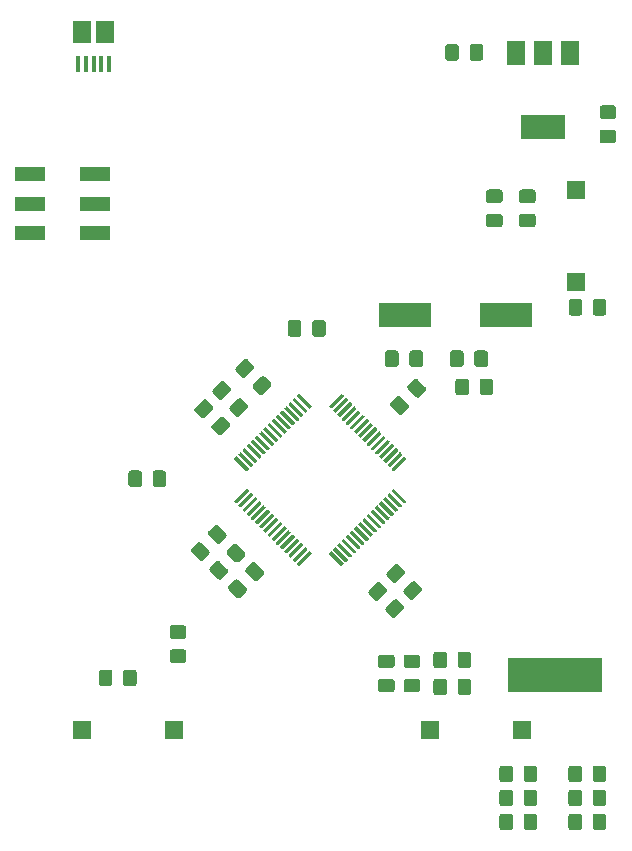
<source format=gbr>
G04 #@! TF.GenerationSoftware,KiCad,Pcbnew,(5.1.5)-3*
G04 #@! TF.CreationDate,2020-01-04T01:11:27+07:00*
G04 #@! TF.ProjectId,main,6d61696e-2e6b-4696-9361-645f70636258,1.2*
G04 #@! TF.SameCoordinates,Original*
G04 #@! TF.FileFunction,Paste,Top*
G04 #@! TF.FilePolarity,Positive*
%FSLAX46Y46*%
G04 Gerber Fmt 4.6, Leading zero omitted, Abs format (unit mm)*
G04 Created by KiCad (PCBNEW (5.1.5)-3) date 2020-01-04 01:11:27*
%MOMM*%
%LPD*%
G04 APERTURE LIST*
%ADD10C,0.100000*%
%ADD11R,2.500000X1.200000*%
%ADD12R,8.000000X3.000000*%
%ADD13R,1.500000X1.900000*%
%ADD14R,0.400000X1.350000*%
%ADD15R,1.500000X1.500000*%
%ADD16R,1.500000X2.000000*%
%ADD17R,3.800000X2.000000*%
%ADD18R,4.500000X2.000000*%
G04 APERTURE END LIST*
D10*
G36*
X124624505Y-97501204D02*
G01*
X124648773Y-97504804D01*
X124672572Y-97510765D01*
X124695671Y-97519030D01*
X124717850Y-97529520D01*
X124738893Y-97542132D01*
X124758599Y-97556747D01*
X124776777Y-97573223D01*
X124793253Y-97591401D01*
X124807868Y-97611107D01*
X124820480Y-97632150D01*
X124830970Y-97654329D01*
X124839235Y-97677428D01*
X124845196Y-97701227D01*
X124848796Y-97725495D01*
X124850000Y-97749999D01*
X124850000Y-98650001D01*
X124848796Y-98674505D01*
X124845196Y-98698773D01*
X124839235Y-98722572D01*
X124830970Y-98745671D01*
X124820480Y-98767850D01*
X124807868Y-98788893D01*
X124793253Y-98808599D01*
X124776777Y-98826777D01*
X124758599Y-98843253D01*
X124738893Y-98857868D01*
X124717850Y-98870480D01*
X124695671Y-98880970D01*
X124672572Y-98889235D01*
X124648773Y-98895196D01*
X124624505Y-98898796D01*
X124600001Y-98900000D01*
X123949999Y-98900000D01*
X123925495Y-98898796D01*
X123901227Y-98895196D01*
X123877428Y-98889235D01*
X123854329Y-98880970D01*
X123832150Y-98870480D01*
X123811107Y-98857868D01*
X123791401Y-98843253D01*
X123773223Y-98826777D01*
X123756747Y-98808599D01*
X123742132Y-98788893D01*
X123729520Y-98767850D01*
X123719030Y-98745671D01*
X123710765Y-98722572D01*
X123704804Y-98698773D01*
X123701204Y-98674505D01*
X123700000Y-98650001D01*
X123700000Y-97749999D01*
X123701204Y-97725495D01*
X123704804Y-97701227D01*
X123710765Y-97677428D01*
X123719030Y-97654329D01*
X123729520Y-97632150D01*
X123742132Y-97611107D01*
X123756747Y-97591401D01*
X123773223Y-97573223D01*
X123791401Y-97556747D01*
X123811107Y-97542132D01*
X123832150Y-97529520D01*
X123854329Y-97519030D01*
X123877428Y-97510765D01*
X123901227Y-97504804D01*
X123925495Y-97501204D01*
X123949999Y-97500000D01*
X124600001Y-97500000D01*
X124624505Y-97501204D01*
G37*
G36*
X126674505Y-97501204D02*
G01*
X126698773Y-97504804D01*
X126722572Y-97510765D01*
X126745671Y-97519030D01*
X126767850Y-97529520D01*
X126788893Y-97542132D01*
X126808599Y-97556747D01*
X126826777Y-97573223D01*
X126843253Y-97591401D01*
X126857868Y-97611107D01*
X126870480Y-97632150D01*
X126880970Y-97654329D01*
X126889235Y-97677428D01*
X126895196Y-97701227D01*
X126898796Y-97725495D01*
X126900000Y-97749999D01*
X126900000Y-98650001D01*
X126898796Y-98674505D01*
X126895196Y-98698773D01*
X126889235Y-98722572D01*
X126880970Y-98745671D01*
X126870480Y-98767850D01*
X126857868Y-98788893D01*
X126843253Y-98808599D01*
X126826777Y-98826777D01*
X126808599Y-98843253D01*
X126788893Y-98857868D01*
X126767850Y-98870480D01*
X126745671Y-98880970D01*
X126722572Y-98889235D01*
X126698773Y-98895196D01*
X126674505Y-98898796D01*
X126650001Y-98900000D01*
X125999999Y-98900000D01*
X125975495Y-98898796D01*
X125951227Y-98895196D01*
X125927428Y-98889235D01*
X125904329Y-98880970D01*
X125882150Y-98870480D01*
X125861107Y-98857868D01*
X125841401Y-98843253D01*
X125823223Y-98826777D01*
X125806747Y-98808599D01*
X125792132Y-98788893D01*
X125779520Y-98767850D01*
X125769030Y-98745671D01*
X125760765Y-98722572D01*
X125754804Y-98698773D01*
X125751204Y-98674505D01*
X125750000Y-98650001D01*
X125750000Y-97749999D01*
X125751204Y-97725495D01*
X125754804Y-97701227D01*
X125760765Y-97677428D01*
X125769030Y-97654329D01*
X125779520Y-97632150D01*
X125792132Y-97611107D01*
X125806747Y-97591401D01*
X125823223Y-97573223D01*
X125841401Y-97556747D01*
X125861107Y-97542132D01*
X125882150Y-97529520D01*
X125904329Y-97519030D01*
X125927428Y-97510765D01*
X125951227Y-97504804D01*
X125975495Y-97501204D01*
X125999999Y-97500000D01*
X126650001Y-97500000D01*
X126674505Y-97501204D01*
G37*
G36*
X128374505Y-110601204D02*
G01*
X128398773Y-110604804D01*
X128422572Y-110610765D01*
X128445671Y-110619030D01*
X128467850Y-110629520D01*
X128488893Y-110642132D01*
X128508599Y-110656747D01*
X128526777Y-110673223D01*
X128543253Y-110691401D01*
X128557868Y-110711107D01*
X128570480Y-110732150D01*
X128580970Y-110754329D01*
X128589235Y-110777428D01*
X128595196Y-110801227D01*
X128598796Y-110825495D01*
X128600000Y-110849999D01*
X128600000Y-111500001D01*
X128598796Y-111524505D01*
X128595196Y-111548773D01*
X128589235Y-111572572D01*
X128580970Y-111595671D01*
X128570480Y-111617850D01*
X128557868Y-111638893D01*
X128543253Y-111658599D01*
X128526777Y-111676777D01*
X128508599Y-111693253D01*
X128488893Y-111707868D01*
X128467850Y-111720480D01*
X128445671Y-111730970D01*
X128422572Y-111739235D01*
X128398773Y-111745196D01*
X128374505Y-111748796D01*
X128350001Y-111750000D01*
X127449999Y-111750000D01*
X127425495Y-111748796D01*
X127401227Y-111745196D01*
X127377428Y-111739235D01*
X127354329Y-111730970D01*
X127332150Y-111720480D01*
X127311107Y-111707868D01*
X127291401Y-111693253D01*
X127273223Y-111676777D01*
X127256747Y-111658599D01*
X127242132Y-111638893D01*
X127229520Y-111617850D01*
X127219030Y-111595671D01*
X127210765Y-111572572D01*
X127204804Y-111548773D01*
X127201204Y-111524505D01*
X127200000Y-111500001D01*
X127200000Y-110849999D01*
X127201204Y-110825495D01*
X127204804Y-110801227D01*
X127210765Y-110777428D01*
X127219030Y-110754329D01*
X127229520Y-110732150D01*
X127242132Y-110711107D01*
X127256747Y-110691401D01*
X127273223Y-110673223D01*
X127291401Y-110656747D01*
X127311107Y-110642132D01*
X127332150Y-110629520D01*
X127354329Y-110619030D01*
X127377428Y-110610765D01*
X127401227Y-110604804D01*
X127425495Y-110601204D01*
X127449999Y-110600000D01*
X128350001Y-110600000D01*
X128374505Y-110601204D01*
G37*
G36*
X128374505Y-112651204D02*
G01*
X128398773Y-112654804D01*
X128422572Y-112660765D01*
X128445671Y-112669030D01*
X128467850Y-112679520D01*
X128488893Y-112692132D01*
X128508599Y-112706747D01*
X128526777Y-112723223D01*
X128543253Y-112741401D01*
X128557868Y-112761107D01*
X128570480Y-112782150D01*
X128580970Y-112804329D01*
X128589235Y-112827428D01*
X128595196Y-112851227D01*
X128598796Y-112875495D01*
X128600000Y-112899999D01*
X128600000Y-113550001D01*
X128598796Y-113574505D01*
X128595196Y-113598773D01*
X128589235Y-113622572D01*
X128580970Y-113645671D01*
X128570480Y-113667850D01*
X128557868Y-113688893D01*
X128543253Y-113708599D01*
X128526777Y-113726777D01*
X128508599Y-113743253D01*
X128488893Y-113757868D01*
X128467850Y-113770480D01*
X128445671Y-113780970D01*
X128422572Y-113789235D01*
X128398773Y-113795196D01*
X128374505Y-113798796D01*
X128350001Y-113800000D01*
X127449999Y-113800000D01*
X127425495Y-113798796D01*
X127401227Y-113795196D01*
X127377428Y-113789235D01*
X127354329Y-113780970D01*
X127332150Y-113770480D01*
X127311107Y-113757868D01*
X127291401Y-113743253D01*
X127273223Y-113726777D01*
X127256747Y-113708599D01*
X127242132Y-113688893D01*
X127229520Y-113667850D01*
X127219030Y-113645671D01*
X127210765Y-113622572D01*
X127204804Y-113598773D01*
X127201204Y-113574505D01*
X127200000Y-113550001D01*
X127200000Y-112899999D01*
X127201204Y-112875495D01*
X127204804Y-112851227D01*
X127210765Y-112827428D01*
X127219030Y-112804329D01*
X127229520Y-112782150D01*
X127242132Y-112761107D01*
X127256747Y-112741401D01*
X127273223Y-112723223D01*
X127291401Y-112706747D01*
X127311107Y-112692132D01*
X127332150Y-112679520D01*
X127354329Y-112669030D01*
X127377428Y-112660765D01*
X127401227Y-112654804D01*
X127425495Y-112651204D01*
X127449999Y-112650000D01*
X128350001Y-112650000D01*
X128374505Y-112651204D01*
G37*
G36*
X124183505Y-114363204D02*
G01*
X124207773Y-114366804D01*
X124231572Y-114372765D01*
X124254671Y-114381030D01*
X124276850Y-114391520D01*
X124297893Y-114404132D01*
X124317599Y-114418747D01*
X124335777Y-114435223D01*
X124352253Y-114453401D01*
X124366868Y-114473107D01*
X124379480Y-114494150D01*
X124389970Y-114516329D01*
X124398235Y-114539428D01*
X124404196Y-114563227D01*
X124407796Y-114587495D01*
X124409000Y-114611999D01*
X124409000Y-115512001D01*
X124407796Y-115536505D01*
X124404196Y-115560773D01*
X124398235Y-115584572D01*
X124389970Y-115607671D01*
X124379480Y-115629850D01*
X124366868Y-115650893D01*
X124352253Y-115670599D01*
X124335777Y-115688777D01*
X124317599Y-115705253D01*
X124297893Y-115719868D01*
X124276850Y-115732480D01*
X124254671Y-115742970D01*
X124231572Y-115751235D01*
X124207773Y-115757196D01*
X124183505Y-115760796D01*
X124159001Y-115762000D01*
X123508999Y-115762000D01*
X123484495Y-115760796D01*
X123460227Y-115757196D01*
X123436428Y-115751235D01*
X123413329Y-115742970D01*
X123391150Y-115732480D01*
X123370107Y-115719868D01*
X123350401Y-115705253D01*
X123332223Y-115688777D01*
X123315747Y-115670599D01*
X123301132Y-115650893D01*
X123288520Y-115629850D01*
X123278030Y-115607671D01*
X123269765Y-115584572D01*
X123263804Y-115560773D01*
X123260204Y-115536505D01*
X123259000Y-115512001D01*
X123259000Y-114611999D01*
X123260204Y-114587495D01*
X123263804Y-114563227D01*
X123269765Y-114539428D01*
X123278030Y-114516329D01*
X123288520Y-114494150D01*
X123301132Y-114473107D01*
X123315747Y-114453401D01*
X123332223Y-114435223D01*
X123350401Y-114418747D01*
X123370107Y-114404132D01*
X123391150Y-114391520D01*
X123413329Y-114381030D01*
X123436428Y-114372765D01*
X123460227Y-114366804D01*
X123484495Y-114363204D01*
X123508999Y-114362000D01*
X124159001Y-114362000D01*
X124183505Y-114363204D01*
G37*
G36*
X122133505Y-114363204D02*
G01*
X122157773Y-114366804D01*
X122181572Y-114372765D01*
X122204671Y-114381030D01*
X122226850Y-114391520D01*
X122247893Y-114404132D01*
X122267599Y-114418747D01*
X122285777Y-114435223D01*
X122302253Y-114453401D01*
X122316868Y-114473107D01*
X122329480Y-114494150D01*
X122339970Y-114516329D01*
X122348235Y-114539428D01*
X122354196Y-114563227D01*
X122357796Y-114587495D01*
X122359000Y-114611999D01*
X122359000Y-115512001D01*
X122357796Y-115536505D01*
X122354196Y-115560773D01*
X122348235Y-115584572D01*
X122339970Y-115607671D01*
X122329480Y-115629850D01*
X122316868Y-115650893D01*
X122302253Y-115670599D01*
X122285777Y-115688777D01*
X122267599Y-115705253D01*
X122247893Y-115719868D01*
X122226850Y-115732480D01*
X122204671Y-115742970D01*
X122181572Y-115751235D01*
X122157773Y-115757196D01*
X122133505Y-115760796D01*
X122109001Y-115762000D01*
X121458999Y-115762000D01*
X121434495Y-115760796D01*
X121410227Y-115757196D01*
X121386428Y-115751235D01*
X121363329Y-115742970D01*
X121341150Y-115732480D01*
X121320107Y-115719868D01*
X121300401Y-115705253D01*
X121282223Y-115688777D01*
X121265747Y-115670599D01*
X121251132Y-115650893D01*
X121238520Y-115629850D01*
X121228030Y-115607671D01*
X121219765Y-115584572D01*
X121213804Y-115560773D01*
X121210204Y-115536505D01*
X121209000Y-115512001D01*
X121209000Y-114611999D01*
X121210204Y-114587495D01*
X121213804Y-114563227D01*
X121219765Y-114539428D01*
X121228030Y-114516329D01*
X121238520Y-114494150D01*
X121251132Y-114473107D01*
X121265747Y-114453401D01*
X121282223Y-114435223D01*
X121300401Y-114418747D01*
X121320107Y-114404132D01*
X121341150Y-114391520D01*
X121363329Y-114381030D01*
X121386428Y-114372765D01*
X121410227Y-114366804D01*
X121434495Y-114363204D01*
X121458999Y-114362000D01*
X122109001Y-114362000D01*
X122133505Y-114363204D01*
G37*
G36*
X152308705Y-89725204D02*
G01*
X152332973Y-89728804D01*
X152356772Y-89734765D01*
X152379871Y-89743030D01*
X152402050Y-89753520D01*
X152423093Y-89766132D01*
X152442799Y-89780747D01*
X152460977Y-89797223D01*
X152477453Y-89815401D01*
X152492068Y-89835107D01*
X152504680Y-89856150D01*
X152515170Y-89878329D01*
X152523435Y-89901428D01*
X152529396Y-89925227D01*
X152532996Y-89949495D01*
X152534200Y-89973999D01*
X152534200Y-90874001D01*
X152532996Y-90898505D01*
X152529396Y-90922773D01*
X152523435Y-90946572D01*
X152515170Y-90969671D01*
X152504680Y-90991850D01*
X152492068Y-91012893D01*
X152477453Y-91032599D01*
X152460977Y-91050777D01*
X152442799Y-91067253D01*
X152423093Y-91081868D01*
X152402050Y-91094480D01*
X152379871Y-91104970D01*
X152356772Y-91113235D01*
X152332973Y-91119196D01*
X152308705Y-91122796D01*
X152284201Y-91124000D01*
X151634199Y-91124000D01*
X151609695Y-91122796D01*
X151585427Y-91119196D01*
X151561628Y-91113235D01*
X151538529Y-91104970D01*
X151516350Y-91094480D01*
X151495307Y-91081868D01*
X151475601Y-91067253D01*
X151457423Y-91050777D01*
X151440947Y-91032599D01*
X151426332Y-91012893D01*
X151413720Y-90991850D01*
X151403230Y-90969671D01*
X151394965Y-90946572D01*
X151389004Y-90922773D01*
X151385404Y-90898505D01*
X151384200Y-90874001D01*
X151384200Y-89973999D01*
X151385404Y-89949495D01*
X151389004Y-89925227D01*
X151394965Y-89901428D01*
X151403230Y-89878329D01*
X151413720Y-89856150D01*
X151426332Y-89835107D01*
X151440947Y-89815401D01*
X151457423Y-89797223D01*
X151475601Y-89780747D01*
X151495307Y-89766132D01*
X151516350Y-89753520D01*
X151538529Y-89743030D01*
X151561628Y-89734765D01*
X151585427Y-89728804D01*
X151609695Y-89725204D01*
X151634199Y-89724000D01*
X152284201Y-89724000D01*
X152308705Y-89725204D01*
G37*
G36*
X154358705Y-89725204D02*
G01*
X154382973Y-89728804D01*
X154406772Y-89734765D01*
X154429871Y-89743030D01*
X154452050Y-89753520D01*
X154473093Y-89766132D01*
X154492799Y-89780747D01*
X154510977Y-89797223D01*
X154527453Y-89815401D01*
X154542068Y-89835107D01*
X154554680Y-89856150D01*
X154565170Y-89878329D01*
X154573435Y-89901428D01*
X154579396Y-89925227D01*
X154582996Y-89949495D01*
X154584200Y-89973999D01*
X154584200Y-90874001D01*
X154582996Y-90898505D01*
X154579396Y-90922773D01*
X154573435Y-90946572D01*
X154565170Y-90969671D01*
X154554680Y-90991850D01*
X154542068Y-91012893D01*
X154527453Y-91032599D01*
X154510977Y-91050777D01*
X154492799Y-91067253D01*
X154473093Y-91081868D01*
X154452050Y-91094480D01*
X154429871Y-91104970D01*
X154406772Y-91113235D01*
X154382973Y-91119196D01*
X154358705Y-91122796D01*
X154334201Y-91124000D01*
X153684199Y-91124000D01*
X153659695Y-91122796D01*
X153635427Y-91119196D01*
X153611628Y-91113235D01*
X153588529Y-91104970D01*
X153566350Y-91094480D01*
X153545307Y-91081868D01*
X153525601Y-91067253D01*
X153507423Y-91050777D01*
X153490947Y-91032599D01*
X153476332Y-91012893D01*
X153463720Y-90991850D01*
X153453230Y-90969671D01*
X153444965Y-90946572D01*
X153439004Y-90922773D01*
X153435404Y-90898505D01*
X153434200Y-90874001D01*
X153434200Y-89973999D01*
X153435404Y-89949495D01*
X153439004Y-89925227D01*
X153444965Y-89901428D01*
X153453230Y-89878329D01*
X153463720Y-89856150D01*
X153476332Y-89835107D01*
X153490947Y-89815401D01*
X153507423Y-89797223D01*
X153525601Y-89780747D01*
X153545307Y-89766132D01*
X153566350Y-89753520D01*
X153588529Y-89743030D01*
X153611628Y-89734765D01*
X153635427Y-89728804D01*
X153659695Y-89725204D01*
X153684199Y-89724000D01*
X154334201Y-89724000D01*
X154358705Y-89725204D01*
G37*
D11*
X120860000Y-72430000D03*
X120860000Y-74930000D03*
X120860000Y-77430000D03*
X115360000Y-77430000D03*
X115360000Y-74930000D03*
X115360000Y-72430000D03*
D12*
X159812000Y-114800000D03*
D10*
G36*
X161904825Y-82989124D02*
G01*
X161929093Y-82992724D01*
X161952892Y-82998685D01*
X161975991Y-83006950D01*
X161998170Y-83017440D01*
X162019213Y-83030052D01*
X162038919Y-83044667D01*
X162057097Y-83061143D01*
X162073573Y-83079321D01*
X162088188Y-83099027D01*
X162100800Y-83120070D01*
X162111290Y-83142249D01*
X162119555Y-83165348D01*
X162125516Y-83189147D01*
X162129116Y-83213415D01*
X162130320Y-83237919D01*
X162130320Y-84137921D01*
X162129116Y-84162425D01*
X162125516Y-84186693D01*
X162119555Y-84210492D01*
X162111290Y-84233591D01*
X162100800Y-84255770D01*
X162088188Y-84276813D01*
X162073573Y-84296519D01*
X162057097Y-84314697D01*
X162038919Y-84331173D01*
X162019213Y-84345788D01*
X161998170Y-84358400D01*
X161975991Y-84368890D01*
X161952892Y-84377155D01*
X161929093Y-84383116D01*
X161904825Y-84386716D01*
X161880321Y-84387920D01*
X161230319Y-84387920D01*
X161205815Y-84386716D01*
X161181547Y-84383116D01*
X161157748Y-84377155D01*
X161134649Y-84368890D01*
X161112470Y-84358400D01*
X161091427Y-84345788D01*
X161071721Y-84331173D01*
X161053543Y-84314697D01*
X161037067Y-84296519D01*
X161022452Y-84276813D01*
X161009840Y-84255770D01*
X160999350Y-84233591D01*
X160991085Y-84210492D01*
X160985124Y-84186693D01*
X160981524Y-84162425D01*
X160980320Y-84137921D01*
X160980320Y-83237919D01*
X160981524Y-83213415D01*
X160985124Y-83189147D01*
X160991085Y-83165348D01*
X160999350Y-83142249D01*
X161009840Y-83120070D01*
X161022452Y-83099027D01*
X161037067Y-83079321D01*
X161053543Y-83061143D01*
X161071721Y-83044667D01*
X161091427Y-83030052D01*
X161112470Y-83017440D01*
X161134649Y-83006950D01*
X161157748Y-82998685D01*
X161181547Y-82992724D01*
X161205815Y-82989124D01*
X161230319Y-82987920D01*
X161880321Y-82987920D01*
X161904825Y-82989124D01*
G37*
G36*
X163954825Y-82989124D02*
G01*
X163979093Y-82992724D01*
X164002892Y-82998685D01*
X164025991Y-83006950D01*
X164048170Y-83017440D01*
X164069213Y-83030052D01*
X164088919Y-83044667D01*
X164107097Y-83061143D01*
X164123573Y-83079321D01*
X164138188Y-83099027D01*
X164150800Y-83120070D01*
X164161290Y-83142249D01*
X164169555Y-83165348D01*
X164175516Y-83189147D01*
X164179116Y-83213415D01*
X164180320Y-83237919D01*
X164180320Y-84137921D01*
X164179116Y-84162425D01*
X164175516Y-84186693D01*
X164169555Y-84210492D01*
X164161290Y-84233591D01*
X164150800Y-84255770D01*
X164138188Y-84276813D01*
X164123573Y-84296519D01*
X164107097Y-84314697D01*
X164088919Y-84331173D01*
X164069213Y-84345788D01*
X164048170Y-84358400D01*
X164025991Y-84368890D01*
X164002892Y-84377155D01*
X163979093Y-84383116D01*
X163954825Y-84386716D01*
X163930321Y-84387920D01*
X163280319Y-84387920D01*
X163255815Y-84386716D01*
X163231547Y-84383116D01*
X163207748Y-84377155D01*
X163184649Y-84368890D01*
X163162470Y-84358400D01*
X163141427Y-84345788D01*
X163121721Y-84331173D01*
X163103543Y-84314697D01*
X163087067Y-84296519D01*
X163072452Y-84276813D01*
X163059840Y-84255770D01*
X163049350Y-84233591D01*
X163041085Y-84210492D01*
X163035124Y-84186693D01*
X163031524Y-84162425D01*
X163030320Y-84137921D01*
X163030320Y-83237919D01*
X163031524Y-83213415D01*
X163035124Y-83189147D01*
X163041085Y-83165348D01*
X163049350Y-83142249D01*
X163059840Y-83120070D01*
X163072452Y-83099027D01*
X163087067Y-83079321D01*
X163103543Y-83061143D01*
X163121721Y-83044667D01*
X163141427Y-83030052D01*
X163162470Y-83017440D01*
X163184649Y-83006950D01*
X163207748Y-82998685D01*
X163231547Y-82992724D01*
X163255815Y-82989124D01*
X163280319Y-82987920D01*
X163930321Y-82987920D01*
X163954825Y-82989124D01*
G37*
G36*
X146365105Y-87337604D02*
G01*
X146389373Y-87341204D01*
X146413172Y-87347165D01*
X146436271Y-87355430D01*
X146458450Y-87365920D01*
X146479493Y-87378532D01*
X146499199Y-87393147D01*
X146517377Y-87409623D01*
X146533853Y-87427801D01*
X146548468Y-87447507D01*
X146561080Y-87468550D01*
X146571570Y-87490729D01*
X146579835Y-87513828D01*
X146585796Y-87537627D01*
X146589396Y-87561895D01*
X146590600Y-87586399D01*
X146590600Y-88486401D01*
X146589396Y-88510905D01*
X146585796Y-88535173D01*
X146579835Y-88558972D01*
X146571570Y-88582071D01*
X146561080Y-88604250D01*
X146548468Y-88625293D01*
X146533853Y-88644999D01*
X146517377Y-88663177D01*
X146499199Y-88679653D01*
X146479493Y-88694268D01*
X146458450Y-88706880D01*
X146436271Y-88717370D01*
X146413172Y-88725635D01*
X146389373Y-88731596D01*
X146365105Y-88735196D01*
X146340601Y-88736400D01*
X145690599Y-88736400D01*
X145666095Y-88735196D01*
X145641827Y-88731596D01*
X145618028Y-88725635D01*
X145594929Y-88717370D01*
X145572750Y-88706880D01*
X145551707Y-88694268D01*
X145532001Y-88679653D01*
X145513823Y-88663177D01*
X145497347Y-88644999D01*
X145482732Y-88625293D01*
X145470120Y-88604250D01*
X145459630Y-88582071D01*
X145451365Y-88558972D01*
X145445404Y-88535173D01*
X145441804Y-88510905D01*
X145440600Y-88486401D01*
X145440600Y-87586399D01*
X145441804Y-87561895D01*
X145445404Y-87537627D01*
X145451365Y-87513828D01*
X145459630Y-87490729D01*
X145470120Y-87468550D01*
X145482732Y-87447507D01*
X145497347Y-87427801D01*
X145513823Y-87409623D01*
X145532001Y-87393147D01*
X145551707Y-87378532D01*
X145572750Y-87365920D01*
X145594929Y-87355430D01*
X145618028Y-87347165D01*
X145641827Y-87341204D01*
X145666095Y-87337604D01*
X145690599Y-87336400D01*
X146340601Y-87336400D01*
X146365105Y-87337604D01*
G37*
G36*
X148415105Y-87337604D02*
G01*
X148439373Y-87341204D01*
X148463172Y-87347165D01*
X148486271Y-87355430D01*
X148508450Y-87365920D01*
X148529493Y-87378532D01*
X148549199Y-87393147D01*
X148567377Y-87409623D01*
X148583853Y-87427801D01*
X148598468Y-87447507D01*
X148611080Y-87468550D01*
X148621570Y-87490729D01*
X148629835Y-87513828D01*
X148635796Y-87537627D01*
X148639396Y-87561895D01*
X148640600Y-87586399D01*
X148640600Y-88486401D01*
X148639396Y-88510905D01*
X148635796Y-88535173D01*
X148629835Y-88558972D01*
X148621570Y-88582071D01*
X148611080Y-88604250D01*
X148598468Y-88625293D01*
X148583853Y-88644999D01*
X148567377Y-88663177D01*
X148549199Y-88679653D01*
X148529493Y-88694268D01*
X148508450Y-88706880D01*
X148486271Y-88717370D01*
X148463172Y-88725635D01*
X148439373Y-88731596D01*
X148415105Y-88735196D01*
X148390601Y-88736400D01*
X147740599Y-88736400D01*
X147716095Y-88735196D01*
X147691827Y-88731596D01*
X147668028Y-88725635D01*
X147644929Y-88717370D01*
X147622750Y-88706880D01*
X147601707Y-88694268D01*
X147582001Y-88679653D01*
X147563823Y-88663177D01*
X147547347Y-88644999D01*
X147532732Y-88625293D01*
X147520120Y-88604250D01*
X147509630Y-88582071D01*
X147501365Y-88558972D01*
X147495404Y-88535173D01*
X147491804Y-88510905D01*
X147490600Y-88486401D01*
X147490600Y-87586399D01*
X147491804Y-87561895D01*
X147495404Y-87537627D01*
X147501365Y-87513828D01*
X147509630Y-87490729D01*
X147520120Y-87468550D01*
X147532732Y-87447507D01*
X147547347Y-87427801D01*
X147563823Y-87409623D01*
X147582001Y-87393147D01*
X147601707Y-87378532D01*
X147622750Y-87365920D01*
X147644929Y-87355430D01*
X147668028Y-87347165D01*
X147691827Y-87341204D01*
X147716095Y-87337604D01*
X147740599Y-87336400D01*
X148390601Y-87336400D01*
X148415105Y-87337604D01*
G37*
D13*
X121762000Y-60357500D03*
D14*
X120762000Y-63057500D03*
X120112000Y-63057500D03*
X119462000Y-63057500D03*
X122062000Y-63057500D03*
X121412000Y-63057500D03*
D13*
X119762000Y-60357500D03*
D15*
X161630000Y-73770000D03*
X161630000Y-81570000D03*
X119798000Y-119507000D03*
X127598000Y-119507000D03*
X157062000Y-119507000D03*
X149262000Y-119507000D03*
D10*
G36*
X164774505Y-68641204D02*
G01*
X164798773Y-68644804D01*
X164822572Y-68650765D01*
X164845671Y-68659030D01*
X164867850Y-68669520D01*
X164888893Y-68682132D01*
X164908599Y-68696747D01*
X164926777Y-68713223D01*
X164943253Y-68731401D01*
X164957868Y-68751107D01*
X164970480Y-68772150D01*
X164980970Y-68794329D01*
X164989235Y-68817428D01*
X164995196Y-68841227D01*
X164998796Y-68865495D01*
X165000000Y-68889999D01*
X165000000Y-69540001D01*
X164998796Y-69564505D01*
X164995196Y-69588773D01*
X164989235Y-69612572D01*
X164980970Y-69635671D01*
X164970480Y-69657850D01*
X164957868Y-69678893D01*
X164943253Y-69698599D01*
X164926777Y-69716777D01*
X164908599Y-69733253D01*
X164888893Y-69747868D01*
X164867850Y-69760480D01*
X164845671Y-69770970D01*
X164822572Y-69779235D01*
X164798773Y-69785196D01*
X164774505Y-69788796D01*
X164750001Y-69790000D01*
X163849999Y-69790000D01*
X163825495Y-69788796D01*
X163801227Y-69785196D01*
X163777428Y-69779235D01*
X163754329Y-69770970D01*
X163732150Y-69760480D01*
X163711107Y-69747868D01*
X163691401Y-69733253D01*
X163673223Y-69716777D01*
X163656747Y-69698599D01*
X163642132Y-69678893D01*
X163629520Y-69657850D01*
X163619030Y-69635671D01*
X163610765Y-69612572D01*
X163604804Y-69588773D01*
X163601204Y-69564505D01*
X163600000Y-69540001D01*
X163600000Y-68889999D01*
X163601204Y-68865495D01*
X163604804Y-68841227D01*
X163610765Y-68817428D01*
X163619030Y-68794329D01*
X163629520Y-68772150D01*
X163642132Y-68751107D01*
X163656747Y-68731401D01*
X163673223Y-68713223D01*
X163691401Y-68696747D01*
X163711107Y-68682132D01*
X163732150Y-68669520D01*
X163754329Y-68659030D01*
X163777428Y-68650765D01*
X163801227Y-68644804D01*
X163825495Y-68641204D01*
X163849999Y-68640000D01*
X164750001Y-68640000D01*
X164774505Y-68641204D01*
G37*
G36*
X164774505Y-66591204D02*
G01*
X164798773Y-66594804D01*
X164822572Y-66600765D01*
X164845671Y-66609030D01*
X164867850Y-66619520D01*
X164888893Y-66632132D01*
X164908599Y-66646747D01*
X164926777Y-66663223D01*
X164943253Y-66681401D01*
X164957868Y-66701107D01*
X164970480Y-66722150D01*
X164980970Y-66744329D01*
X164989235Y-66767428D01*
X164995196Y-66791227D01*
X164998796Y-66815495D01*
X165000000Y-66839999D01*
X165000000Y-67490001D01*
X164998796Y-67514505D01*
X164995196Y-67538773D01*
X164989235Y-67562572D01*
X164980970Y-67585671D01*
X164970480Y-67607850D01*
X164957868Y-67628893D01*
X164943253Y-67648599D01*
X164926777Y-67666777D01*
X164908599Y-67683253D01*
X164888893Y-67697868D01*
X164867850Y-67710480D01*
X164845671Y-67720970D01*
X164822572Y-67729235D01*
X164798773Y-67735196D01*
X164774505Y-67738796D01*
X164750001Y-67740000D01*
X163849999Y-67740000D01*
X163825495Y-67738796D01*
X163801227Y-67735196D01*
X163777428Y-67729235D01*
X163754329Y-67720970D01*
X163732150Y-67710480D01*
X163711107Y-67697868D01*
X163691401Y-67683253D01*
X163673223Y-67666777D01*
X163656747Y-67648599D01*
X163642132Y-67628893D01*
X163629520Y-67607850D01*
X163619030Y-67585671D01*
X163610765Y-67562572D01*
X163604804Y-67538773D01*
X163601204Y-67514505D01*
X163600000Y-67490001D01*
X163600000Y-66839999D01*
X163601204Y-66815495D01*
X163604804Y-66791227D01*
X163610765Y-66767428D01*
X163619030Y-66744329D01*
X163629520Y-66722150D01*
X163642132Y-66701107D01*
X163656747Y-66681401D01*
X163673223Y-66663223D01*
X163691401Y-66646747D01*
X163711107Y-66632132D01*
X163732150Y-66619520D01*
X163754329Y-66609030D01*
X163777428Y-66600765D01*
X163801227Y-66594804D01*
X163825495Y-66591204D01*
X163849999Y-66590000D01*
X164750001Y-66590000D01*
X164774505Y-66591204D01*
G37*
G36*
X146379676Y-108385980D02*
G01*
X146403944Y-108389580D01*
X146427743Y-108395541D01*
X146450842Y-108403806D01*
X146473021Y-108414296D01*
X146494064Y-108426908D01*
X146513770Y-108441523D01*
X146531948Y-108457999D01*
X146991569Y-108917620D01*
X147008045Y-108935798D01*
X147022660Y-108955504D01*
X147035272Y-108976547D01*
X147045762Y-108998726D01*
X147054027Y-109021825D01*
X147059988Y-109045624D01*
X147063588Y-109069892D01*
X147064792Y-109094396D01*
X147063588Y-109118900D01*
X147059988Y-109143168D01*
X147054027Y-109166967D01*
X147045762Y-109190066D01*
X147035272Y-109212245D01*
X147022660Y-109233288D01*
X147008045Y-109252994D01*
X146991569Y-109271172D01*
X146355172Y-109907569D01*
X146336994Y-109924045D01*
X146317288Y-109938660D01*
X146296245Y-109951272D01*
X146274066Y-109961762D01*
X146250967Y-109970027D01*
X146227168Y-109975988D01*
X146202900Y-109979588D01*
X146178396Y-109980792D01*
X146153892Y-109979588D01*
X146129624Y-109975988D01*
X146105825Y-109970027D01*
X146082726Y-109961762D01*
X146060547Y-109951272D01*
X146039504Y-109938660D01*
X146019798Y-109924045D01*
X146001620Y-109907569D01*
X145541999Y-109447948D01*
X145525523Y-109429770D01*
X145510908Y-109410064D01*
X145498296Y-109389021D01*
X145487806Y-109366842D01*
X145479541Y-109343743D01*
X145473580Y-109319944D01*
X145469980Y-109295676D01*
X145468776Y-109271172D01*
X145469980Y-109246668D01*
X145473580Y-109222400D01*
X145479541Y-109198601D01*
X145487806Y-109175502D01*
X145498296Y-109153323D01*
X145510908Y-109132280D01*
X145525523Y-109112574D01*
X145541999Y-109094396D01*
X146178396Y-108457999D01*
X146196574Y-108441523D01*
X146216280Y-108426908D01*
X146237323Y-108414296D01*
X146259502Y-108403806D01*
X146282601Y-108395541D01*
X146306400Y-108389580D01*
X146330668Y-108385980D01*
X146355172Y-108384776D01*
X146379676Y-108385980D01*
G37*
G36*
X144930108Y-106936412D02*
G01*
X144954376Y-106940012D01*
X144978175Y-106945973D01*
X145001274Y-106954238D01*
X145023453Y-106964728D01*
X145044496Y-106977340D01*
X145064202Y-106991955D01*
X145082380Y-107008431D01*
X145542001Y-107468052D01*
X145558477Y-107486230D01*
X145573092Y-107505936D01*
X145585704Y-107526979D01*
X145596194Y-107549158D01*
X145604459Y-107572257D01*
X145610420Y-107596056D01*
X145614020Y-107620324D01*
X145615224Y-107644828D01*
X145614020Y-107669332D01*
X145610420Y-107693600D01*
X145604459Y-107717399D01*
X145596194Y-107740498D01*
X145585704Y-107762677D01*
X145573092Y-107783720D01*
X145558477Y-107803426D01*
X145542001Y-107821604D01*
X144905604Y-108458001D01*
X144887426Y-108474477D01*
X144867720Y-108489092D01*
X144846677Y-108501704D01*
X144824498Y-108512194D01*
X144801399Y-108520459D01*
X144777600Y-108526420D01*
X144753332Y-108530020D01*
X144728828Y-108531224D01*
X144704324Y-108530020D01*
X144680056Y-108526420D01*
X144656257Y-108520459D01*
X144633158Y-108512194D01*
X144610979Y-108501704D01*
X144589936Y-108489092D01*
X144570230Y-108474477D01*
X144552052Y-108458001D01*
X144092431Y-107998380D01*
X144075955Y-107980202D01*
X144061340Y-107960496D01*
X144048728Y-107939453D01*
X144038238Y-107917274D01*
X144029973Y-107894175D01*
X144024012Y-107870376D01*
X144020412Y-107846108D01*
X144019208Y-107821604D01*
X144020412Y-107797100D01*
X144024012Y-107772832D01*
X144029973Y-107749033D01*
X144038238Y-107725934D01*
X144048728Y-107703755D01*
X144061340Y-107682712D01*
X144075955Y-107663006D01*
X144092431Y-107644828D01*
X144728828Y-107008431D01*
X144747006Y-106991955D01*
X144766712Y-106977340D01*
X144787755Y-106964728D01*
X144809934Y-106954238D01*
X144833033Y-106945973D01*
X144856832Y-106940012D01*
X144881100Y-106936412D01*
X144905604Y-106935208D01*
X144930108Y-106936412D01*
G37*
G36*
X152504505Y-115125204D02*
G01*
X152528773Y-115128804D01*
X152552572Y-115134765D01*
X152575671Y-115143030D01*
X152597850Y-115153520D01*
X152618893Y-115166132D01*
X152638599Y-115180747D01*
X152656777Y-115197223D01*
X152673253Y-115215401D01*
X152687868Y-115235107D01*
X152700480Y-115256150D01*
X152710970Y-115278329D01*
X152719235Y-115301428D01*
X152725196Y-115325227D01*
X152728796Y-115349495D01*
X152730000Y-115373999D01*
X152730000Y-116274001D01*
X152728796Y-116298505D01*
X152725196Y-116322773D01*
X152719235Y-116346572D01*
X152710970Y-116369671D01*
X152700480Y-116391850D01*
X152687868Y-116412893D01*
X152673253Y-116432599D01*
X152656777Y-116450777D01*
X152638599Y-116467253D01*
X152618893Y-116481868D01*
X152597850Y-116494480D01*
X152575671Y-116504970D01*
X152552572Y-116513235D01*
X152528773Y-116519196D01*
X152504505Y-116522796D01*
X152480001Y-116524000D01*
X151829999Y-116524000D01*
X151805495Y-116522796D01*
X151781227Y-116519196D01*
X151757428Y-116513235D01*
X151734329Y-116504970D01*
X151712150Y-116494480D01*
X151691107Y-116481868D01*
X151671401Y-116467253D01*
X151653223Y-116450777D01*
X151636747Y-116432599D01*
X151622132Y-116412893D01*
X151609520Y-116391850D01*
X151599030Y-116369671D01*
X151590765Y-116346572D01*
X151584804Y-116322773D01*
X151581204Y-116298505D01*
X151580000Y-116274001D01*
X151580000Y-115373999D01*
X151581204Y-115349495D01*
X151584804Y-115325227D01*
X151590765Y-115301428D01*
X151599030Y-115278329D01*
X151609520Y-115256150D01*
X151622132Y-115235107D01*
X151636747Y-115215401D01*
X151653223Y-115197223D01*
X151671401Y-115180747D01*
X151691107Y-115166132D01*
X151712150Y-115153520D01*
X151734329Y-115143030D01*
X151757428Y-115134765D01*
X151781227Y-115128804D01*
X151805495Y-115125204D01*
X151829999Y-115124000D01*
X152480001Y-115124000D01*
X152504505Y-115125204D01*
G37*
G36*
X150454505Y-115125204D02*
G01*
X150478773Y-115128804D01*
X150502572Y-115134765D01*
X150525671Y-115143030D01*
X150547850Y-115153520D01*
X150568893Y-115166132D01*
X150588599Y-115180747D01*
X150606777Y-115197223D01*
X150623253Y-115215401D01*
X150637868Y-115235107D01*
X150650480Y-115256150D01*
X150660970Y-115278329D01*
X150669235Y-115301428D01*
X150675196Y-115325227D01*
X150678796Y-115349495D01*
X150680000Y-115373999D01*
X150680000Y-116274001D01*
X150678796Y-116298505D01*
X150675196Y-116322773D01*
X150669235Y-116346572D01*
X150660970Y-116369671D01*
X150650480Y-116391850D01*
X150637868Y-116412893D01*
X150623253Y-116432599D01*
X150606777Y-116450777D01*
X150588599Y-116467253D01*
X150568893Y-116481868D01*
X150547850Y-116494480D01*
X150525671Y-116504970D01*
X150502572Y-116513235D01*
X150478773Y-116519196D01*
X150454505Y-116522796D01*
X150430001Y-116524000D01*
X149779999Y-116524000D01*
X149755495Y-116522796D01*
X149731227Y-116519196D01*
X149707428Y-116513235D01*
X149684329Y-116504970D01*
X149662150Y-116494480D01*
X149641107Y-116481868D01*
X149621401Y-116467253D01*
X149603223Y-116450777D01*
X149586747Y-116432599D01*
X149572132Y-116412893D01*
X149559520Y-116391850D01*
X149549030Y-116369671D01*
X149540765Y-116346572D01*
X149534804Y-116322773D01*
X149531204Y-116298505D01*
X149530000Y-116274001D01*
X149530000Y-115373999D01*
X149531204Y-115349495D01*
X149534804Y-115325227D01*
X149540765Y-115301428D01*
X149549030Y-115278329D01*
X149559520Y-115256150D01*
X149572132Y-115235107D01*
X149586747Y-115215401D01*
X149603223Y-115197223D01*
X149621401Y-115180747D01*
X149641107Y-115166132D01*
X149662150Y-115153520D01*
X149684329Y-115143030D01*
X149707428Y-115134765D01*
X149731227Y-115128804D01*
X149755495Y-115125204D01*
X149779999Y-115124000D01*
X150430001Y-115124000D01*
X150454505Y-115125204D01*
G37*
G36*
X151470505Y-61404204D02*
G01*
X151494773Y-61407804D01*
X151518572Y-61413765D01*
X151541671Y-61422030D01*
X151563850Y-61432520D01*
X151584893Y-61445132D01*
X151604599Y-61459747D01*
X151622777Y-61476223D01*
X151639253Y-61494401D01*
X151653868Y-61514107D01*
X151666480Y-61535150D01*
X151676970Y-61557329D01*
X151685235Y-61580428D01*
X151691196Y-61604227D01*
X151694796Y-61628495D01*
X151696000Y-61652999D01*
X151696000Y-62553001D01*
X151694796Y-62577505D01*
X151691196Y-62601773D01*
X151685235Y-62625572D01*
X151676970Y-62648671D01*
X151666480Y-62670850D01*
X151653868Y-62691893D01*
X151639253Y-62711599D01*
X151622777Y-62729777D01*
X151604599Y-62746253D01*
X151584893Y-62760868D01*
X151563850Y-62773480D01*
X151541671Y-62783970D01*
X151518572Y-62792235D01*
X151494773Y-62798196D01*
X151470505Y-62801796D01*
X151446001Y-62803000D01*
X150795999Y-62803000D01*
X150771495Y-62801796D01*
X150747227Y-62798196D01*
X150723428Y-62792235D01*
X150700329Y-62783970D01*
X150678150Y-62773480D01*
X150657107Y-62760868D01*
X150637401Y-62746253D01*
X150619223Y-62729777D01*
X150602747Y-62711599D01*
X150588132Y-62691893D01*
X150575520Y-62670850D01*
X150565030Y-62648671D01*
X150556765Y-62625572D01*
X150550804Y-62601773D01*
X150547204Y-62577505D01*
X150546000Y-62553001D01*
X150546000Y-61652999D01*
X150547204Y-61628495D01*
X150550804Y-61604227D01*
X150556765Y-61580428D01*
X150565030Y-61557329D01*
X150575520Y-61535150D01*
X150588132Y-61514107D01*
X150602747Y-61494401D01*
X150619223Y-61476223D01*
X150637401Y-61459747D01*
X150657107Y-61445132D01*
X150678150Y-61432520D01*
X150700329Y-61422030D01*
X150723428Y-61413765D01*
X150747227Y-61407804D01*
X150771495Y-61404204D01*
X150795999Y-61403000D01*
X151446001Y-61403000D01*
X151470505Y-61404204D01*
G37*
G36*
X153520505Y-61404204D02*
G01*
X153544773Y-61407804D01*
X153568572Y-61413765D01*
X153591671Y-61422030D01*
X153613850Y-61432520D01*
X153634893Y-61445132D01*
X153654599Y-61459747D01*
X153672777Y-61476223D01*
X153689253Y-61494401D01*
X153703868Y-61514107D01*
X153716480Y-61535150D01*
X153726970Y-61557329D01*
X153735235Y-61580428D01*
X153741196Y-61604227D01*
X153744796Y-61628495D01*
X153746000Y-61652999D01*
X153746000Y-62553001D01*
X153744796Y-62577505D01*
X153741196Y-62601773D01*
X153735235Y-62625572D01*
X153726970Y-62648671D01*
X153716480Y-62670850D01*
X153703868Y-62691893D01*
X153689253Y-62711599D01*
X153672777Y-62729777D01*
X153654599Y-62746253D01*
X153634893Y-62760868D01*
X153613850Y-62773480D01*
X153591671Y-62783970D01*
X153568572Y-62792235D01*
X153544773Y-62798196D01*
X153520505Y-62801796D01*
X153496001Y-62803000D01*
X152845999Y-62803000D01*
X152821495Y-62801796D01*
X152797227Y-62798196D01*
X152773428Y-62792235D01*
X152750329Y-62783970D01*
X152728150Y-62773480D01*
X152707107Y-62760868D01*
X152687401Y-62746253D01*
X152669223Y-62729777D01*
X152652747Y-62711599D01*
X152638132Y-62691893D01*
X152625520Y-62670850D01*
X152615030Y-62648671D01*
X152606765Y-62625572D01*
X152600804Y-62601773D01*
X152597204Y-62577505D01*
X152596000Y-62553001D01*
X152596000Y-61652999D01*
X152597204Y-61628495D01*
X152600804Y-61604227D01*
X152606765Y-61580428D01*
X152615030Y-61557329D01*
X152625520Y-61535150D01*
X152638132Y-61514107D01*
X152652747Y-61494401D01*
X152669223Y-61476223D01*
X152687401Y-61459747D01*
X152707107Y-61445132D01*
X152728150Y-61432520D01*
X152750329Y-61422030D01*
X152773428Y-61413765D01*
X152797227Y-61407804D01*
X152821495Y-61404204D01*
X152845999Y-61403000D01*
X153496001Y-61403000D01*
X153520505Y-61404204D01*
G37*
G36*
X130198108Y-91479628D02*
G01*
X130222376Y-91483228D01*
X130246175Y-91489189D01*
X130269274Y-91497454D01*
X130291453Y-91507944D01*
X130312496Y-91520556D01*
X130332202Y-91535171D01*
X130350380Y-91551647D01*
X130810001Y-92011268D01*
X130826477Y-92029446D01*
X130841092Y-92049152D01*
X130853704Y-92070195D01*
X130864194Y-92092374D01*
X130872459Y-92115473D01*
X130878420Y-92139272D01*
X130882020Y-92163540D01*
X130883224Y-92188044D01*
X130882020Y-92212548D01*
X130878420Y-92236816D01*
X130872459Y-92260615D01*
X130864194Y-92283714D01*
X130853704Y-92305893D01*
X130841092Y-92326936D01*
X130826477Y-92346642D01*
X130810001Y-92364820D01*
X130173604Y-93001217D01*
X130155426Y-93017693D01*
X130135720Y-93032308D01*
X130114677Y-93044920D01*
X130092498Y-93055410D01*
X130069399Y-93063675D01*
X130045600Y-93069636D01*
X130021332Y-93073236D01*
X129996828Y-93074440D01*
X129972324Y-93073236D01*
X129948056Y-93069636D01*
X129924257Y-93063675D01*
X129901158Y-93055410D01*
X129878979Y-93044920D01*
X129857936Y-93032308D01*
X129838230Y-93017693D01*
X129820052Y-93001217D01*
X129360431Y-92541596D01*
X129343955Y-92523418D01*
X129329340Y-92503712D01*
X129316728Y-92482669D01*
X129306238Y-92460490D01*
X129297973Y-92437391D01*
X129292012Y-92413592D01*
X129288412Y-92389324D01*
X129287208Y-92364820D01*
X129288412Y-92340316D01*
X129292012Y-92316048D01*
X129297973Y-92292249D01*
X129306238Y-92269150D01*
X129316728Y-92246971D01*
X129329340Y-92225928D01*
X129343955Y-92206222D01*
X129360431Y-92188044D01*
X129996828Y-91551647D01*
X130015006Y-91535171D01*
X130034712Y-91520556D01*
X130055755Y-91507944D01*
X130077934Y-91497454D01*
X130101033Y-91489189D01*
X130124832Y-91483228D01*
X130149100Y-91479628D01*
X130173604Y-91478424D01*
X130198108Y-91479628D01*
G37*
G36*
X131647676Y-92929196D02*
G01*
X131671944Y-92932796D01*
X131695743Y-92938757D01*
X131718842Y-92947022D01*
X131741021Y-92957512D01*
X131762064Y-92970124D01*
X131781770Y-92984739D01*
X131799948Y-93001215D01*
X132259569Y-93460836D01*
X132276045Y-93479014D01*
X132290660Y-93498720D01*
X132303272Y-93519763D01*
X132313762Y-93541942D01*
X132322027Y-93565041D01*
X132327988Y-93588840D01*
X132331588Y-93613108D01*
X132332792Y-93637612D01*
X132331588Y-93662116D01*
X132327988Y-93686384D01*
X132322027Y-93710183D01*
X132313762Y-93733282D01*
X132303272Y-93755461D01*
X132290660Y-93776504D01*
X132276045Y-93796210D01*
X132259569Y-93814388D01*
X131623172Y-94450785D01*
X131604994Y-94467261D01*
X131585288Y-94481876D01*
X131564245Y-94494488D01*
X131542066Y-94504978D01*
X131518967Y-94513243D01*
X131495168Y-94519204D01*
X131470900Y-94522804D01*
X131446396Y-94524008D01*
X131421892Y-94522804D01*
X131397624Y-94519204D01*
X131373825Y-94513243D01*
X131350726Y-94504978D01*
X131328547Y-94494488D01*
X131307504Y-94481876D01*
X131287798Y-94467261D01*
X131269620Y-94450785D01*
X130809999Y-93991164D01*
X130793523Y-93972986D01*
X130778908Y-93953280D01*
X130766296Y-93932237D01*
X130755806Y-93910058D01*
X130747541Y-93886959D01*
X130741580Y-93863160D01*
X130737980Y-93838892D01*
X130736776Y-93814388D01*
X130737980Y-93789884D01*
X130741580Y-93765616D01*
X130747541Y-93741817D01*
X130755806Y-93718718D01*
X130766296Y-93696539D01*
X130778908Y-93675496D01*
X130793523Y-93655790D01*
X130809999Y-93637612D01*
X131446396Y-93001215D01*
X131464574Y-92984739D01*
X131484280Y-92970124D01*
X131505323Y-92957512D01*
X131527502Y-92947022D01*
X131550601Y-92938757D01*
X131574400Y-92932796D01*
X131598668Y-92929196D01*
X131623172Y-92927992D01*
X131647676Y-92929196D01*
G37*
G36*
X147903676Y-106861980D02*
G01*
X147927944Y-106865580D01*
X147951743Y-106871541D01*
X147974842Y-106879806D01*
X147997021Y-106890296D01*
X148018064Y-106902908D01*
X148037770Y-106917523D01*
X148055948Y-106933999D01*
X148515569Y-107393620D01*
X148532045Y-107411798D01*
X148546660Y-107431504D01*
X148559272Y-107452547D01*
X148569762Y-107474726D01*
X148578027Y-107497825D01*
X148583988Y-107521624D01*
X148587588Y-107545892D01*
X148588792Y-107570396D01*
X148587588Y-107594900D01*
X148583988Y-107619168D01*
X148578027Y-107642967D01*
X148569762Y-107666066D01*
X148559272Y-107688245D01*
X148546660Y-107709288D01*
X148532045Y-107728994D01*
X148515569Y-107747172D01*
X147879172Y-108383569D01*
X147860994Y-108400045D01*
X147841288Y-108414660D01*
X147820245Y-108427272D01*
X147798066Y-108437762D01*
X147774967Y-108446027D01*
X147751168Y-108451988D01*
X147726900Y-108455588D01*
X147702396Y-108456792D01*
X147677892Y-108455588D01*
X147653624Y-108451988D01*
X147629825Y-108446027D01*
X147606726Y-108437762D01*
X147584547Y-108427272D01*
X147563504Y-108414660D01*
X147543798Y-108400045D01*
X147525620Y-108383569D01*
X147065999Y-107923948D01*
X147049523Y-107905770D01*
X147034908Y-107886064D01*
X147022296Y-107865021D01*
X147011806Y-107842842D01*
X147003541Y-107819743D01*
X146997580Y-107795944D01*
X146993980Y-107771676D01*
X146992776Y-107747172D01*
X146993980Y-107722668D01*
X146997580Y-107698400D01*
X147003541Y-107674601D01*
X147011806Y-107651502D01*
X147022296Y-107629323D01*
X147034908Y-107608280D01*
X147049523Y-107588574D01*
X147065999Y-107570396D01*
X147702396Y-106933999D01*
X147720574Y-106917523D01*
X147740280Y-106902908D01*
X147761323Y-106890296D01*
X147783502Y-106879806D01*
X147806601Y-106871541D01*
X147830400Y-106865580D01*
X147854668Y-106861980D01*
X147879172Y-106860776D01*
X147903676Y-106861980D01*
G37*
G36*
X146454108Y-105412412D02*
G01*
X146478376Y-105416012D01*
X146502175Y-105421973D01*
X146525274Y-105430238D01*
X146547453Y-105440728D01*
X146568496Y-105453340D01*
X146588202Y-105467955D01*
X146606380Y-105484431D01*
X147066001Y-105944052D01*
X147082477Y-105962230D01*
X147097092Y-105981936D01*
X147109704Y-106002979D01*
X147120194Y-106025158D01*
X147128459Y-106048257D01*
X147134420Y-106072056D01*
X147138020Y-106096324D01*
X147139224Y-106120828D01*
X147138020Y-106145332D01*
X147134420Y-106169600D01*
X147128459Y-106193399D01*
X147120194Y-106216498D01*
X147109704Y-106238677D01*
X147097092Y-106259720D01*
X147082477Y-106279426D01*
X147066001Y-106297604D01*
X146429604Y-106934001D01*
X146411426Y-106950477D01*
X146391720Y-106965092D01*
X146370677Y-106977704D01*
X146348498Y-106988194D01*
X146325399Y-106996459D01*
X146301600Y-107002420D01*
X146277332Y-107006020D01*
X146252828Y-107007224D01*
X146228324Y-107006020D01*
X146204056Y-107002420D01*
X146180257Y-106996459D01*
X146157158Y-106988194D01*
X146134979Y-106977704D01*
X146113936Y-106965092D01*
X146094230Y-106950477D01*
X146076052Y-106934001D01*
X145616431Y-106474380D01*
X145599955Y-106456202D01*
X145585340Y-106436496D01*
X145572728Y-106415453D01*
X145562238Y-106393274D01*
X145553973Y-106370175D01*
X145548012Y-106346376D01*
X145544412Y-106322108D01*
X145543208Y-106297604D01*
X145544412Y-106273100D01*
X145548012Y-106248832D01*
X145553973Y-106225033D01*
X145562238Y-106201934D01*
X145572728Y-106179755D01*
X145585340Y-106158712D01*
X145599955Y-106139006D01*
X145616431Y-106120828D01*
X146252828Y-105484431D01*
X146271006Y-105467955D01*
X146290712Y-105453340D01*
X146311755Y-105440728D01*
X146333934Y-105430238D01*
X146357033Y-105421973D01*
X146380832Y-105416012D01*
X146405100Y-105412412D01*
X146429604Y-105411208D01*
X146454108Y-105412412D01*
G37*
G36*
X151865105Y-87337604D02*
G01*
X151889373Y-87341204D01*
X151913172Y-87347165D01*
X151936271Y-87355430D01*
X151958450Y-87365920D01*
X151979493Y-87378532D01*
X151999199Y-87393147D01*
X152017377Y-87409623D01*
X152033853Y-87427801D01*
X152048468Y-87447507D01*
X152061080Y-87468550D01*
X152071570Y-87490729D01*
X152079835Y-87513828D01*
X152085796Y-87537627D01*
X152089396Y-87561895D01*
X152090600Y-87586399D01*
X152090600Y-88486401D01*
X152089396Y-88510905D01*
X152085796Y-88535173D01*
X152079835Y-88558972D01*
X152071570Y-88582071D01*
X152061080Y-88604250D01*
X152048468Y-88625293D01*
X152033853Y-88644999D01*
X152017377Y-88663177D01*
X151999199Y-88679653D01*
X151979493Y-88694268D01*
X151958450Y-88706880D01*
X151936271Y-88717370D01*
X151913172Y-88725635D01*
X151889373Y-88731596D01*
X151865105Y-88735196D01*
X151840601Y-88736400D01*
X151190599Y-88736400D01*
X151166095Y-88735196D01*
X151141827Y-88731596D01*
X151118028Y-88725635D01*
X151094929Y-88717370D01*
X151072750Y-88706880D01*
X151051707Y-88694268D01*
X151032001Y-88679653D01*
X151013823Y-88663177D01*
X150997347Y-88644999D01*
X150982732Y-88625293D01*
X150970120Y-88604250D01*
X150959630Y-88582071D01*
X150951365Y-88558972D01*
X150945404Y-88535173D01*
X150941804Y-88510905D01*
X150940600Y-88486401D01*
X150940600Y-87586399D01*
X150941804Y-87561895D01*
X150945404Y-87537627D01*
X150951365Y-87513828D01*
X150959630Y-87490729D01*
X150970120Y-87468550D01*
X150982732Y-87447507D01*
X150997347Y-87427801D01*
X151013823Y-87409623D01*
X151032001Y-87393147D01*
X151051707Y-87378532D01*
X151072750Y-87365920D01*
X151094929Y-87355430D01*
X151118028Y-87347165D01*
X151141827Y-87341204D01*
X151166095Y-87337604D01*
X151190599Y-87336400D01*
X151840601Y-87336400D01*
X151865105Y-87337604D01*
G37*
G36*
X153915105Y-87337604D02*
G01*
X153939373Y-87341204D01*
X153963172Y-87347165D01*
X153986271Y-87355430D01*
X154008450Y-87365920D01*
X154029493Y-87378532D01*
X154049199Y-87393147D01*
X154067377Y-87409623D01*
X154083853Y-87427801D01*
X154098468Y-87447507D01*
X154111080Y-87468550D01*
X154121570Y-87490729D01*
X154129835Y-87513828D01*
X154135796Y-87537627D01*
X154139396Y-87561895D01*
X154140600Y-87586399D01*
X154140600Y-88486401D01*
X154139396Y-88510905D01*
X154135796Y-88535173D01*
X154129835Y-88558972D01*
X154121570Y-88582071D01*
X154111080Y-88604250D01*
X154098468Y-88625293D01*
X154083853Y-88644999D01*
X154067377Y-88663177D01*
X154049199Y-88679653D01*
X154029493Y-88694268D01*
X154008450Y-88706880D01*
X153986271Y-88717370D01*
X153963172Y-88725635D01*
X153939373Y-88731596D01*
X153915105Y-88735196D01*
X153890601Y-88736400D01*
X153240599Y-88736400D01*
X153216095Y-88735196D01*
X153191827Y-88731596D01*
X153168028Y-88725635D01*
X153144929Y-88717370D01*
X153122750Y-88706880D01*
X153101707Y-88694268D01*
X153082001Y-88679653D01*
X153063823Y-88663177D01*
X153047347Y-88644999D01*
X153032732Y-88625293D01*
X153020120Y-88604250D01*
X153009630Y-88582071D01*
X153001365Y-88558972D01*
X152995404Y-88535173D01*
X152991804Y-88510905D01*
X152990600Y-88486401D01*
X152990600Y-87586399D01*
X152991804Y-87561895D01*
X152995404Y-87537627D01*
X153001365Y-87513828D01*
X153009630Y-87490729D01*
X153020120Y-87468550D01*
X153032732Y-87447507D01*
X153047347Y-87427801D01*
X153063823Y-87409623D01*
X153082001Y-87393147D01*
X153101707Y-87378532D01*
X153122750Y-87365920D01*
X153144929Y-87355430D01*
X153168028Y-87347165D01*
X153191827Y-87341204D01*
X153216095Y-87337604D01*
X153240599Y-87336400D01*
X153890601Y-87336400D01*
X153915105Y-87337604D01*
G37*
G36*
X150454505Y-112839204D02*
G01*
X150478773Y-112842804D01*
X150502572Y-112848765D01*
X150525671Y-112857030D01*
X150547850Y-112867520D01*
X150568893Y-112880132D01*
X150588599Y-112894747D01*
X150606777Y-112911223D01*
X150623253Y-112929401D01*
X150637868Y-112949107D01*
X150650480Y-112970150D01*
X150660970Y-112992329D01*
X150669235Y-113015428D01*
X150675196Y-113039227D01*
X150678796Y-113063495D01*
X150680000Y-113087999D01*
X150680000Y-113988001D01*
X150678796Y-114012505D01*
X150675196Y-114036773D01*
X150669235Y-114060572D01*
X150660970Y-114083671D01*
X150650480Y-114105850D01*
X150637868Y-114126893D01*
X150623253Y-114146599D01*
X150606777Y-114164777D01*
X150588599Y-114181253D01*
X150568893Y-114195868D01*
X150547850Y-114208480D01*
X150525671Y-114218970D01*
X150502572Y-114227235D01*
X150478773Y-114233196D01*
X150454505Y-114236796D01*
X150430001Y-114238000D01*
X149779999Y-114238000D01*
X149755495Y-114236796D01*
X149731227Y-114233196D01*
X149707428Y-114227235D01*
X149684329Y-114218970D01*
X149662150Y-114208480D01*
X149641107Y-114195868D01*
X149621401Y-114181253D01*
X149603223Y-114164777D01*
X149586747Y-114146599D01*
X149572132Y-114126893D01*
X149559520Y-114105850D01*
X149549030Y-114083671D01*
X149540765Y-114060572D01*
X149534804Y-114036773D01*
X149531204Y-114012505D01*
X149530000Y-113988001D01*
X149530000Y-113087999D01*
X149531204Y-113063495D01*
X149534804Y-113039227D01*
X149540765Y-113015428D01*
X149549030Y-112992329D01*
X149559520Y-112970150D01*
X149572132Y-112949107D01*
X149586747Y-112929401D01*
X149603223Y-112911223D01*
X149621401Y-112894747D01*
X149641107Y-112880132D01*
X149662150Y-112867520D01*
X149684329Y-112857030D01*
X149707428Y-112848765D01*
X149731227Y-112842804D01*
X149755495Y-112839204D01*
X149779999Y-112838000D01*
X150430001Y-112838000D01*
X150454505Y-112839204D01*
G37*
G36*
X152504505Y-112839204D02*
G01*
X152528773Y-112842804D01*
X152552572Y-112848765D01*
X152575671Y-112857030D01*
X152597850Y-112867520D01*
X152618893Y-112880132D01*
X152638599Y-112894747D01*
X152656777Y-112911223D01*
X152673253Y-112929401D01*
X152687868Y-112949107D01*
X152700480Y-112970150D01*
X152710970Y-112992329D01*
X152719235Y-113015428D01*
X152725196Y-113039227D01*
X152728796Y-113063495D01*
X152730000Y-113087999D01*
X152730000Y-113988001D01*
X152728796Y-114012505D01*
X152725196Y-114036773D01*
X152719235Y-114060572D01*
X152710970Y-114083671D01*
X152700480Y-114105850D01*
X152687868Y-114126893D01*
X152673253Y-114146599D01*
X152656777Y-114164777D01*
X152638599Y-114181253D01*
X152618893Y-114195868D01*
X152597850Y-114208480D01*
X152575671Y-114218970D01*
X152552572Y-114227235D01*
X152528773Y-114233196D01*
X152504505Y-114236796D01*
X152480001Y-114238000D01*
X151829999Y-114238000D01*
X151805495Y-114236796D01*
X151781227Y-114233196D01*
X151757428Y-114227235D01*
X151734329Y-114218970D01*
X151712150Y-114208480D01*
X151691107Y-114195868D01*
X151671401Y-114181253D01*
X151653223Y-114164777D01*
X151636747Y-114146599D01*
X151622132Y-114126893D01*
X151609520Y-114105850D01*
X151599030Y-114083671D01*
X151590765Y-114060572D01*
X151584804Y-114036773D01*
X151581204Y-114012505D01*
X151580000Y-113988001D01*
X151580000Y-113087999D01*
X151581204Y-113063495D01*
X151584804Y-113039227D01*
X151590765Y-113015428D01*
X151599030Y-112992329D01*
X151609520Y-112970150D01*
X151622132Y-112949107D01*
X151636747Y-112929401D01*
X151653223Y-112911223D01*
X151671401Y-112894747D01*
X151691107Y-112880132D01*
X151712150Y-112867520D01*
X151734329Y-112857030D01*
X151757428Y-112848765D01*
X151781227Y-112842804D01*
X151805495Y-112839204D01*
X151829999Y-112838000D01*
X152480001Y-112838000D01*
X152504505Y-112839204D01*
G37*
G36*
X132877948Y-106723164D02*
G01*
X132902216Y-106726764D01*
X132926015Y-106732725D01*
X132949114Y-106740990D01*
X132971293Y-106751480D01*
X132992336Y-106764092D01*
X133012042Y-106778707D01*
X133030220Y-106795183D01*
X133666617Y-107431580D01*
X133683093Y-107449758D01*
X133697708Y-107469464D01*
X133710320Y-107490507D01*
X133720810Y-107512686D01*
X133729075Y-107535785D01*
X133735036Y-107559584D01*
X133738636Y-107583852D01*
X133739840Y-107608356D01*
X133738636Y-107632860D01*
X133735036Y-107657128D01*
X133729075Y-107680927D01*
X133720810Y-107704026D01*
X133710320Y-107726205D01*
X133697708Y-107747248D01*
X133683093Y-107766954D01*
X133666617Y-107785132D01*
X133206996Y-108244753D01*
X133188818Y-108261229D01*
X133169112Y-108275844D01*
X133148069Y-108288456D01*
X133125890Y-108298946D01*
X133102791Y-108307211D01*
X133078992Y-108313172D01*
X133054724Y-108316772D01*
X133030220Y-108317976D01*
X133005716Y-108316772D01*
X132981448Y-108313172D01*
X132957649Y-108307211D01*
X132934550Y-108298946D01*
X132912371Y-108288456D01*
X132891328Y-108275844D01*
X132871622Y-108261229D01*
X132853444Y-108244753D01*
X132217047Y-107608356D01*
X132200571Y-107590178D01*
X132185956Y-107570472D01*
X132173344Y-107549429D01*
X132162854Y-107527250D01*
X132154589Y-107504151D01*
X132148628Y-107480352D01*
X132145028Y-107456084D01*
X132143824Y-107431580D01*
X132145028Y-107407076D01*
X132148628Y-107382808D01*
X132154589Y-107359009D01*
X132162854Y-107335910D01*
X132173344Y-107313731D01*
X132185956Y-107292688D01*
X132200571Y-107272982D01*
X132217047Y-107254804D01*
X132676668Y-106795183D01*
X132694846Y-106778707D01*
X132714552Y-106764092D01*
X132735595Y-106751480D01*
X132757774Y-106740990D01*
X132780873Y-106732725D01*
X132804672Y-106726764D01*
X132828940Y-106723164D01*
X132853444Y-106721960D01*
X132877948Y-106723164D01*
G37*
G36*
X134327516Y-105273596D02*
G01*
X134351784Y-105277196D01*
X134375583Y-105283157D01*
X134398682Y-105291422D01*
X134420861Y-105301912D01*
X134441904Y-105314524D01*
X134461610Y-105329139D01*
X134479788Y-105345615D01*
X135116185Y-105982012D01*
X135132661Y-106000190D01*
X135147276Y-106019896D01*
X135159888Y-106040939D01*
X135170378Y-106063118D01*
X135178643Y-106086217D01*
X135184604Y-106110016D01*
X135188204Y-106134284D01*
X135189408Y-106158788D01*
X135188204Y-106183292D01*
X135184604Y-106207560D01*
X135178643Y-106231359D01*
X135170378Y-106254458D01*
X135159888Y-106276637D01*
X135147276Y-106297680D01*
X135132661Y-106317386D01*
X135116185Y-106335564D01*
X134656564Y-106795185D01*
X134638386Y-106811661D01*
X134618680Y-106826276D01*
X134597637Y-106838888D01*
X134575458Y-106849378D01*
X134552359Y-106857643D01*
X134528560Y-106863604D01*
X134504292Y-106867204D01*
X134479788Y-106868408D01*
X134455284Y-106867204D01*
X134431016Y-106863604D01*
X134407217Y-106857643D01*
X134384118Y-106849378D01*
X134361939Y-106838888D01*
X134340896Y-106826276D01*
X134321190Y-106811661D01*
X134303012Y-106795185D01*
X133666615Y-106158788D01*
X133650139Y-106140610D01*
X133635524Y-106120904D01*
X133622912Y-106099861D01*
X133612422Y-106077682D01*
X133604157Y-106054583D01*
X133598196Y-106030784D01*
X133594596Y-106006516D01*
X133593392Y-105982012D01*
X133594596Y-105957508D01*
X133598196Y-105933240D01*
X133604157Y-105909441D01*
X133612422Y-105886342D01*
X133622912Y-105864163D01*
X133635524Y-105843120D01*
X133650139Y-105823414D01*
X133666615Y-105805236D01*
X134126236Y-105345615D01*
X134144414Y-105329139D01*
X134164120Y-105314524D01*
X134185163Y-105301912D01*
X134207342Y-105291422D01*
X134230441Y-105283157D01*
X134254240Y-105277196D01*
X134278508Y-105273596D01*
X134303012Y-105272392D01*
X134327516Y-105273596D01*
G37*
G36*
X131303148Y-105148364D02*
G01*
X131327416Y-105151964D01*
X131351215Y-105157925D01*
X131374314Y-105166190D01*
X131396493Y-105176680D01*
X131417536Y-105189292D01*
X131437242Y-105203907D01*
X131455420Y-105220383D01*
X132091817Y-105856780D01*
X132108293Y-105874958D01*
X132122908Y-105894664D01*
X132135520Y-105915707D01*
X132146010Y-105937886D01*
X132154275Y-105960985D01*
X132160236Y-105984784D01*
X132163836Y-106009052D01*
X132165040Y-106033556D01*
X132163836Y-106058060D01*
X132160236Y-106082328D01*
X132154275Y-106106127D01*
X132146010Y-106129226D01*
X132135520Y-106151405D01*
X132122908Y-106172448D01*
X132108293Y-106192154D01*
X132091817Y-106210332D01*
X131632196Y-106669953D01*
X131614018Y-106686429D01*
X131594312Y-106701044D01*
X131573269Y-106713656D01*
X131551090Y-106724146D01*
X131527991Y-106732411D01*
X131504192Y-106738372D01*
X131479924Y-106741972D01*
X131455420Y-106743176D01*
X131430916Y-106741972D01*
X131406648Y-106738372D01*
X131382849Y-106732411D01*
X131359750Y-106724146D01*
X131337571Y-106713656D01*
X131316528Y-106701044D01*
X131296822Y-106686429D01*
X131278644Y-106669953D01*
X130642247Y-106033556D01*
X130625771Y-106015378D01*
X130611156Y-105995672D01*
X130598544Y-105974629D01*
X130588054Y-105952450D01*
X130579789Y-105929351D01*
X130573828Y-105905552D01*
X130570228Y-105881284D01*
X130569024Y-105856780D01*
X130570228Y-105832276D01*
X130573828Y-105808008D01*
X130579789Y-105784209D01*
X130588054Y-105761110D01*
X130598544Y-105738931D01*
X130611156Y-105717888D01*
X130625771Y-105698182D01*
X130642247Y-105680004D01*
X131101868Y-105220383D01*
X131120046Y-105203907D01*
X131139752Y-105189292D01*
X131160795Y-105176680D01*
X131182974Y-105166190D01*
X131206073Y-105157925D01*
X131229872Y-105151964D01*
X131254140Y-105148364D01*
X131278644Y-105147160D01*
X131303148Y-105148364D01*
G37*
G36*
X132752716Y-103698796D02*
G01*
X132776984Y-103702396D01*
X132800783Y-103708357D01*
X132823882Y-103716622D01*
X132846061Y-103727112D01*
X132867104Y-103739724D01*
X132886810Y-103754339D01*
X132904988Y-103770815D01*
X133541385Y-104407212D01*
X133557861Y-104425390D01*
X133572476Y-104445096D01*
X133585088Y-104466139D01*
X133595578Y-104488318D01*
X133603843Y-104511417D01*
X133609804Y-104535216D01*
X133613404Y-104559484D01*
X133614608Y-104583988D01*
X133613404Y-104608492D01*
X133609804Y-104632760D01*
X133603843Y-104656559D01*
X133595578Y-104679658D01*
X133585088Y-104701837D01*
X133572476Y-104722880D01*
X133557861Y-104742586D01*
X133541385Y-104760764D01*
X133081764Y-105220385D01*
X133063586Y-105236861D01*
X133043880Y-105251476D01*
X133022837Y-105264088D01*
X133000658Y-105274578D01*
X132977559Y-105282843D01*
X132953760Y-105288804D01*
X132929492Y-105292404D01*
X132904988Y-105293608D01*
X132880484Y-105292404D01*
X132856216Y-105288804D01*
X132832417Y-105282843D01*
X132809318Y-105274578D01*
X132787139Y-105264088D01*
X132766096Y-105251476D01*
X132746390Y-105236861D01*
X132728212Y-105220385D01*
X132091815Y-104583988D01*
X132075339Y-104565810D01*
X132060724Y-104546104D01*
X132048112Y-104525061D01*
X132037622Y-104502882D01*
X132029357Y-104479783D01*
X132023396Y-104455984D01*
X132019796Y-104431716D01*
X132018592Y-104407212D01*
X132019796Y-104382708D01*
X132023396Y-104358440D01*
X132029357Y-104334641D01*
X132037622Y-104311542D01*
X132048112Y-104289363D01*
X132060724Y-104268320D01*
X132075339Y-104248614D01*
X132091815Y-104230436D01*
X132551436Y-103770815D01*
X132569614Y-103754339D01*
X132589320Y-103739724D01*
X132610363Y-103727112D01*
X132632542Y-103716622D01*
X132655641Y-103708357D01*
X132679440Y-103702396D01*
X132703708Y-103698796D01*
X132728212Y-103697592D01*
X132752716Y-103698796D01*
G37*
G36*
X148057100Y-89740612D02*
G01*
X148081368Y-89744212D01*
X148105167Y-89750173D01*
X148128266Y-89758438D01*
X148150445Y-89768928D01*
X148171488Y-89781540D01*
X148191194Y-89796155D01*
X148209372Y-89812631D01*
X148845769Y-90449028D01*
X148862245Y-90467206D01*
X148876860Y-90486912D01*
X148889472Y-90507955D01*
X148899962Y-90530134D01*
X148908227Y-90553233D01*
X148914188Y-90577032D01*
X148917788Y-90601300D01*
X148918992Y-90625804D01*
X148917788Y-90650308D01*
X148914188Y-90674576D01*
X148908227Y-90698375D01*
X148899962Y-90721474D01*
X148889472Y-90743653D01*
X148876860Y-90764696D01*
X148862245Y-90784402D01*
X148845769Y-90802580D01*
X148386148Y-91262201D01*
X148367970Y-91278677D01*
X148348264Y-91293292D01*
X148327221Y-91305904D01*
X148305042Y-91316394D01*
X148281943Y-91324659D01*
X148258144Y-91330620D01*
X148233876Y-91334220D01*
X148209372Y-91335424D01*
X148184868Y-91334220D01*
X148160600Y-91330620D01*
X148136801Y-91324659D01*
X148113702Y-91316394D01*
X148091523Y-91305904D01*
X148070480Y-91293292D01*
X148050774Y-91278677D01*
X148032596Y-91262201D01*
X147396199Y-90625804D01*
X147379723Y-90607626D01*
X147365108Y-90587920D01*
X147352496Y-90566877D01*
X147342006Y-90544698D01*
X147333741Y-90521599D01*
X147327780Y-90497800D01*
X147324180Y-90473532D01*
X147322976Y-90449028D01*
X147324180Y-90424524D01*
X147327780Y-90400256D01*
X147333741Y-90376457D01*
X147342006Y-90353358D01*
X147352496Y-90331179D01*
X147365108Y-90310136D01*
X147379723Y-90290430D01*
X147396199Y-90272252D01*
X147855820Y-89812631D01*
X147873998Y-89796155D01*
X147893704Y-89781540D01*
X147914747Y-89768928D01*
X147936926Y-89758438D01*
X147960025Y-89750173D01*
X147983824Y-89744212D01*
X148008092Y-89740612D01*
X148032596Y-89739408D01*
X148057100Y-89740612D01*
G37*
G36*
X146607532Y-91190180D02*
G01*
X146631800Y-91193780D01*
X146655599Y-91199741D01*
X146678698Y-91208006D01*
X146700877Y-91218496D01*
X146721920Y-91231108D01*
X146741626Y-91245723D01*
X146759804Y-91262199D01*
X147396201Y-91898596D01*
X147412677Y-91916774D01*
X147427292Y-91936480D01*
X147439904Y-91957523D01*
X147450394Y-91979702D01*
X147458659Y-92002801D01*
X147464620Y-92026600D01*
X147468220Y-92050868D01*
X147469424Y-92075372D01*
X147468220Y-92099876D01*
X147464620Y-92124144D01*
X147458659Y-92147943D01*
X147450394Y-92171042D01*
X147439904Y-92193221D01*
X147427292Y-92214264D01*
X147412677Y-92233970D01*
X147396201Y-92252148D01*
X146936580Y-92711769D01*
X146918402Y-92728245D01*
X146898696Y-92742860D01*
X146877653Y-92755472D01*
X146855474Y-92765962D01*
X146832375Y-92774227D01*
X146808576Y-92780188D01*
X146784308Y-92783788D01*
X146759804Y-92784992D01*
X146735300Y-92783788D01*
X146711032Y-92780188D01*
X146687233Y-92774227D01*
X146664134Y-92765962D01*
X146641955Y-92755472D01*
X146620912Y-92742860D01*
X146601206Y-92728245D01*
X146583028Y-92711769D01*
X145946631Y-92075372D01*
X145930155Y-92057194D01*
X145915540Y-92037488D01*
X145902928Y-92016445D01*
X145892438Y-91994266D01*
X145884173Y-91971167D01*
X145878212Y-91947368D01*
X145874612Y-91923100D01*
X145873408Y-91898596D01*
X145874612Y-91874092D01*
X145878212Y-91849824D01*
X145884173Y-91826025D01*
X145892438Y-91802926D01*
X145902928Y-91780747D01*
X145915540Y-91759704D01*
X145930155Y-91739998D01*
X145946631Y-91721820D01*
X146406252Y-91262199D01*
X146424430Y-91245723D01*
X146444136Y-91231108D01*
X146465179Y-91218496D01*
X146487358Y-91208006D01*
X146510457Y-91199741D01*
X146534256Y-91193780D01*
X146558524Y-91190180D01*
X146583028Y-91188976D01*
X146607532Y-91190180D01*
G37*
G36*
X129716532Y-103559980D02*
G01*
X129740800Y-103563580D01*
X129764599Y-103569541D01*
X129787698Y-103577806D01*
X129809877Y-103588296D01*
X129830920Y-103600908D01*
X129850626Y-103615523D01*
X129868804Y-103631999D01*
X130505201Y-104268396D01*
X130521677Y-104286574D01*
X130536292Y-104306280D01*
X130548904Y-104327323D01*
X130559394Y-104349502D01*
X130567659Y-104372601D01*
X130573620Y-104396400D01*
X130577220Y-104420668D01*
X130578424Y-104445172D01*
X130577220Y-104469676D01*
X130573620Y-104493944D01*
X130567659Y-104517743D01*
X130559394Y-104540842D01*
X130548904Y-104563021D01*
X130536292Y-104584064D01*
X130521677Y-104603770D01*
X130505201Y-104621948D01*
X130045580Y-105081569D01*
X130027402Y-105098045D01*
X130007696Y-105112660D01*
X129986653Y-105125272D01*
X129964474Y-105135762D01*
X129941375Y-105144027D01*
X129917576Y-105149988D01*
X129893308Y-105153588D01*
X129868804Y-105154792D01*
X129844300Y-105153588D01*
X129820032Y-105149988D01*
X129796233Y-105144027D01*
X129773134Y-105135762D01*
X129750955Y-105125272D01*
X129729912Y-105112660D01*
X129710206Y-105098045D01*
X129692028Y-105081569D01*
X129055631Y-104445172D01*
X129039155Y-104426994D01*
X129024540Y-104407288D01*
X129011928Y-104386245D01*
X129001438Y-104364066D01*
X128993173Y-104340967D01*
X128987212Y-104317168D01*
X128983612Y-104292900D01*
X128982408Y-104268396D01*
X128983612Y-104243892D01*
X128987212Y-104219624D01*
X128993173Y-104195825D01*
X129001438Y-104172726D01*
X129011928Y-104150547D01*
X129024540Y-104129504D01*
X129039155Y-104109798D01*
X129055631Y-104091620D01*
X129515252Y-103631999D01*
X129533430Y-103615523D01*
X129553136Y-103600908D01*
X129574179Y-103588296D01*
X129596358Y-103577806D01*
X129619457Y-103569541D01*
X129643256Y-103563580D01*
X129667524Y-103559980D01*
X129692028Y-103558776D01*
X129716532Y-103559980D01*
G37*
G36*
X131166100Y-102110412D02*
G01*
X131190368Y-102114012D01*
X131214167Y-102119973D01*
X131237266Y-102128238D01*
X131259445Y-102138728D01*
X131280488Y-102151340D01*
X131300194Y-102165955D01*
X131318372Y-102182431D01*
X131954769Y-102818828D01*
X131971245Y-102837006D01*
X131985860Y-102856712D01*
X131998472Y-102877755D01*
X132008962Y-102899934D01*
X132017227Y-102923033D01*
X132023188Y-102946832D01*
X132026788Y-102971100D01*
X132027992Y-102995604D01*
X132026788Y-103020108D01*
X132023188Y-103044376D01*
X132017227Y-103068175D01*
X132008962Y-103091274D01*
X131998472Y-103113453D01*
X131985860Y-103134496D01*
X131971245Y-103154202D01*
X131954769Y-103172380D01*
X131495148Y-103632001D01*
X131476970Y-103648477D01*
X131457264Y-103663092D01*
X131436221Y-103675704D01*
X131414042Y-103686194D01*
X131390943Y-103694459D01*
X131367144Y-103700420D01*
X131342876Y-103704020D01*
X131318372Y-103705224D01*
X131293868Y-103704020D01*
X131269600Y-103700420D01*
X131245801Y-103694459D01*
X131222702Y-103686194D01*
X131200523Y-103675704D01*
X131179480Y-103663092D01*
X131159774Y-103648477D01*
X131141596Y-103632001D01*
X130505199Y-102995604D01*
X130488723Y-102977426D01*
X130474108Y-102957720D01*
X130461496Y-102936677D01*
X130451006Y-102914498D01*
X130442741Y-102891399D01*
X130436780Y-102867600D01*
X130433180Y-102843332D01*
X130431976Y-102818828D01*
X130433180Y-102794324D01*
X130436780Y-102770056D01*
X130442741Y-102746257D01*
X130451006Y-102723158D01*
X130461496Y-102700979D01*
X130474108Y-102679936D01*
X130488723Y-102660230D01*
X130505199Y-102642052D01*
X130964820Y-102182431D01*
X130982998Y-102165955D01*
X131002704Y-102151340D01*
X131023747Y-102138728D01*
X131045926Y-102128238D01*
X131069025Y-102119973D01*
X131092824Y-102114012D01*
X131117092Y-102110412D01*
X131141596Y-102109208D01*
X131166100Y-102110412D01*
G37*
G36*
X131722108Y-89918412D02*
G01*
X131746376Y-89922012D01*
X131770175Y-89927973D01*
X131793274Y-89936238D01*
X131815453Y-89946728D01*
X131836496Y-89959340D01*
X131856202Y-89973955D01*
X131874380Y-89990431D01*
X132334001Y-90450052D01*
X132350477Y-90468230D01*
X132365092Y-90487936D01*
X132377704Y-90508979D01*
X132388194Y-90531158D01*
X132396459Y-90554257D01*
X132402420Y-90578056D01*
X132406020Y-90602324D01*
X132407224Y-90626828D01*
X132406020Y-90651332D01*
X132402420Y-90675600D01*
X132396459Y-90699399D01*
X132388194Y-90722498D01*
X132377704Y-90744677D01*
X132365092Y-90765720D01*
X132350477Y-90785426D01*
X132334001Y-90803604D01*
X131697604Y-91440001D01*
X131679426Y-91456477D01*
X131659720Y-91471092D01*
X131638677Y-91483704D01*
X131616498Y-91494194D01*
X131593399Y-91502459D01*
X131569600Y-91508420D01*
X131545332Y-91512020D01*
X131520828Y-91513224D01*
X131496324Y-91512020D01*
X131472056Y-91508420D01*
X131448257Y-91502459D01*
X131425158Y-91494194D01*
X131402979Y-91483704D01*
X131381936Y-91471092D01*
X131362230Y-91456477D01*
X131344052Y-91440001D01*
X130884431Y-90980380D01*
X130867955Y-90962202D01*
X130853340Y-90942496D01*
X130840728Y-90921453D01*
X130830238Y-90899274D01*
X130821973Y-90876175D01*
X130816012Y-90852376D01*
X130812412Y-90828108D01*
X130811208Y-90803604D01*
X130812412Y-90779100D01*
X130816012Y-90754832D01*
X130821973Y-90731033D01*
X130830238Y-90707934D01*
X130840728Y-90685755D01*
X130853340Y-90664712D01*
X130867955Y-90645006D01*
X130884431Y-90626828D01*
X131520828Y-89990431D01*
X131539006Y-89973955D01*
X131558712Y-89959340D01*
X131579755Y-89946728D01*
X131601934Y-89936238D01*
X131625033Y-89927973D01*
X131648832Y-89922012D01*
X131673100Y-89918412D01*
X131697604Y-89917208D01*
X131722108Y-89918412D01*
G37*
G36*
X133171676Y-91367980D02*
G01*
X133195944Y-91371580D01*
X133219743Y-91377541D01*
X133242842Y-91385806D01*
X133265021Y-91396296D01*
X133286064Y-91408908D01*
X133305770Y-91423523D01*
X133323948Y-91439999D01*
X133783569Y-91899620D01*
X133800045Y-91917798D01*
X133814660Y-91937504D01*
X133827272Y-91958547D01*
X133837762Y-91980726D01*
X133846027Y-92003825D01*
X133851988Y-92027624D01*
X133855588Y-92051892D01*
X133856792Y-92076396D01*
X133855588Y-92100900D01*
X133851988Y-92125168D01*
X133846027Y-92148967D01*
X133837762Y-92172066D01*
X133827272Y-92194245D01*
X133814660Y-92215288D01*
X133800045Y-92234994D01*
X133783569Y-92253172D01*
X133147172Y-92889569D01*
X133128994Y-92906045D01*
X133109288Y-92920660D01*
X133088245Y-92933272D01*
X133066066Y-92943762D01*
X133042967Y-92952027D01*
X133019168Y-92957988D01*
X132994900Y-92961588D01*
X132970396Y-92962792D01*
X132945892Y-92961588D01*
X132921624Y-92957988D01*
X132897825Y-92952027D01*
X132874726Y-92943762D01*
X132852547Y-92933272D01*
X132831504Y-92920660D01*
X132811798Y-92906045D01*
X132793620Y-92889569D01*
X132333999Y-92429948D01*
X132317523Y-92411770D01*
X132302908Y-92392064D01*
X132290296Y-92371021D01*
X132279806Y-92348842D01*
X132271541Y-92325743D01*
X132265580Y-92301944D01*
X132261980Y-92277676D01*
X132260776Y-92253172D01*
X132261980Y-92228668D01*
X132265580Y-92204400D01*
X132271541Y-92180601D01*
X132279806Y-92157502D01*
X132290296Y-92135323D01*
X132302908Y-92114280D01*
X132317523Y-92094574D01*
X132333999Y-92076396D01*
X132970396Y-91439999D01*
X132988574Y-91423523D01*
X133008280Y-91408908D01*
X133029323Y-91396296D01*
X133051502Y-91385806D01*
X133074601Y-91377541D01*
X133098400Y-91371580D01*
X133122668Y-91367980D01*
X133147172Y-91366776D01*
X133171676Y-91367980D01*
G37*
G36*
X133677908Y-88064212D02*
G01*
X133702176Y-88067812D01*
X133725975Y-88073773D01*
X133749074Y-88082038D01*
X133771253Y-88092528D01*
X133792296Y-88105140D01*
X133812002Y-88119755D01*
X133830180Y-88136231D01*
X134289801Y-88595852D01*
X134306277Y-88614030D01*
X134320892Y-88633736D01*
X134333504Y-88654779D01*
X134343994Y-88676958D01*
X134352259Y-88700057D01*
X134358220Y-88723856D01*
X134361820Y-88748124D01*
X134363024Y-88772628D01*
X134361820Y-88797132D01*
X134358220Y-88821400D01*
X134352259Y-88845199D01*
X134343994Y-88868298D01*
X134333504Y-88890477D01*
X134320892Y-88911520D01*
X134306277Y-88931226D01*
X134289801Y-88949404D01*
X133653404Y-89585801D01*
X133635226Y-89602277D01*
X133615520Y-89616892D01*
X133594477Y-89629504D01*
X133572298Y-89639994D01*
X133549199Y-89648259D01*
X133525400Y-89654220D01*
X133501132Y-89657820D01*
X133476628Y-89659024D01*
X133452124Y-89657820D01*
X133427856Y-89654220D01*
X133404057Y-89648259D01*
X133380958Y-89639994D01*
X133358779Y-89629504D01*
X133337736Y-89616892D01*
X133318030Y-89602277D01*
X133299852Y-89585801D01*
X132840231Y-89126180D01*
X132823755Y-89108002D01*
X132809140Y-89088296D01*
X132796528Y-89067253D01*
X132786038Y-89045074D01*
X132777773Y-89021975D01*
X132771812Y-88998176D01*
X132768212Y-88973908D01*
X132767008Y-88949404D01*
X132768212Y-88924900D01*
X132771812Y-88900632D01*
X132777773Y-88876833D01*
X132786038Y-88853734D01*
X132796528Y-88831555D01*
X132809140Y-88810512D01*
X132823755Y-88790806D01*
X132840231Y-88772628D01*
X133476628Y-88136231D01*
X133494806Y-88119755D01*
X133514512Y-88105140D01*
X133535555Y-88092528D01*
X133557734Y-88082038D01*
X133580833Y-88073773D01*
X133604632Y-88067812D01*
X133628900Y-88064212D01*
X133653404Y-88063008D01*
X133677908Y-88064212D01*
G37*
G36*
X135127476Y-89513780D02*
G01*
X135151744Y-89517380D01*
X135175543Y-89523341D01*
X135198642Y-89531606D01*
X135220821Y-89542096D01*
X135241864Y-89554708D01*
X135261570Y-89569323D01*
X135279748Y-89585799D01*
X135739369Y-90045420D01*
X135755845Y-90063598D01*
X135770460Y-90083304D01*
X135783072Y-90104347D01*
X135793562Y-90126526D01*
X135801827Y-90149625D01*
X135807788Y-90173424D01*
X135811388Y-90197692D01*
X135812592Y-90222196D01*
X135811388Y-90246700D01*
X135807788Y-90270968D01*
X135801827Y-90294767D01*
X135793562Y-90317866D01*
X135783072Y-90340045D01*
X135770460Y-90361088D01*
X135755845Y-90380794D01*
X135739369Y-90398972D01*
X135102972Y-91035369D01*
X135084794Y-91051845D01*
X135065088Y-91066460D01*
X135044045Y-91079072D01*
X135021866Y-91089562D01*
X134998767Y-91097827D01*
X134974968Y-91103788D01*
X134950700Y-91107388D01*
X134926196Y-91108592D01*
X134901692Y-91107388D01*
X134877424Y-91103788D01*
X134853625Y-91097827D01*
X134830526Y-91089562D01*
X134808347Y-91079072D01*
X134787304Y-91066460D01*
X134767598Y-91051845D01*
X134749420Y-91035369D01*
X134289799Y-90575748D01*
X134273323Y-90557570D01*
X134258708Y-90537864D01*
X134246096Y-90516821D01*
X134235606Y-90494642D01*
X134227341Y-90471543D01*
X134221380Y-90447744D01*
X134217780Y-90423476D01*
X134216576Y-90398972D01*
X134217780Y-90374468D01*
X134221380Y-90350200D01*
X134227341Y-90326401D01*
X134235606Y-90303302D01*
X134246096Y-90281123D01*
X134258708Y-90260080D01*
X134273323Y-90240374D01*
X134289799Y-90222196D01*
X134926196Y-89585799D01*
X134944374Y-89569323D01*
X134964080Y-89554708D01*
X134985123Y-89542096D01*
X135007302Y-89531606D01*
X135030401Y-89523341D01*
X135054200Y-89517380D01*
X135078468Y-89513780D01*
X135102972Y-89512576D01*
X135127476Y-89513780D01*
G37*
G36*
X158092505Y-126555204D02*
G01*
X158116773Y-126558804D01*
X158140572Y-126564765D01*
X158163671Y-126573030D01*
X158185850Y-126583520D01*
X158206893Y-126596132D01*
X158226599Y-126610747D01*
X158244777Y-126627223D01*
X158261253Y-126645401D01*
X158275868Y-126665107D01*
X158288480Y-126686150D01*
X158298970Y-126708329D01*
X158307235Y-126731428D01*
X158313196Y-126755227D01*
X158316796Y-126779495D01*
X158318000Y-126803999D01*
X158318000Y-127704001D01*
X158316796Y-127728505D01*
X158313196Y-127752773D01*
X158307235Y-127776572D01*
X158298970Y-127799671D01*
X158288480Y-127821850D01*
X158275868Y-127842893D01*
X158261253Y-127862599D01*
X158244777Y-127880777D01*
X158226599Y-127897253D01*
X158206893Y-127911868D01*
X158185850Y-127924480D01*
X158163671Y-127934970D01*
X158140572Y-127943235D01*
X158116773Y-127949196D01*
X158092505Y-127952796D01*
X158068001Y-127954000D01*
X157417999Y-127954000D01*
X157393495Y-127952796D01*
X157369227Y-127949196D01*
X157345428Y-127943235D01*
X157322329Y-127934970D01*
X157300150Y-127924480D01*
X157279107Y-127911868D01*
X157259401Y-127897253D01*
X157241223Y-127880777D01*
X157224747Y-127862599D01*
X157210132Y-127842893D01*
X157197520Y-127821850D01*
X157187030Y-127799671D01*
X157178765Y-127776572D01*
X157172804Y-127752773D01*
X157169204Y-127728505D01*
X157168000Y-127704001D01*
X157168000Y-126803999D01*
X157169204Y-126779495D01*
X157172804Y-126755227D01*
X157178765Y-126731428D01*
X157187030Y-126708329D01*
X157197520Y-126686150D01*
X157210132Y-126665107D01*
X157224747Y-126645401D01*
X157241223Y-126627223D01*
X157259401Y-126610747D01*
X157279107Y-126596132D01*
X157300150Y-126583520D01*
X157322329Y-126573030D01*
X157345428Y-126564765D01*
X157369227Y-126558804D01*
X157393495Y-126555204D01*
X157417999Y-126554000D01*
X158068001Y-126554000D01*
X158092505Y-126555204D01*
G37*
G36*
X156042505Y-126555204D02*
G01*
X156066773Y-126558804D01*
X156090572Y-126564765D01*
X156113671Y-126573030D01*
X156135850Y-126583520D01*
X156156893Y-126596132D01*
X156176599Y-126610747D01*
X156194777Y-126627223D01*
X156211253Y-126645401D01*
X156225868Y-126665107D01*
X156238480Y-126686150D01*
X156248970Y-126708329D01*
X156257235Y-126731428D01*
X156263196Y-126755227D01*
X156266796Y-126779495D01*
X156268000Y-126803999D01*
X156268000Y-127704001D01*
X156266796Y-127728505D01*
X156263196Y-127752773D01*
X156257235Y-127776572D01*
X156248970Y-127799671D01*
X156238480Y-127821850D01*
X156225868Y-127842893D01*
X156211253Y-127862599D01*
X156194777Y-127880777D01*
X156176599Y-127897253D01*
X156156893Y-127911868D01*
X156135850Y-127924480D01*
X156113671Y-127934970D01*
X156090572Y-127943235D01*
X156066773Y-127949196D01*
X156042505Y-127952796D01*
X156018001Y-127954000D01*
X155367999Y-127954000D01*
X155343495Y-127952796D01*
X155319227Y-127949196D01*
X155295428Y-127943235D01*
X155272329Y-127934970D01*
X155250150Y-127924480D01*
X155229107Y-127911868D01*
X155209401Y-127897253D01*
X155191223Y-127880777D01*
X155174747Y-127862599D01*
X155160132Y-127842893D01*
X155147520Y-127821850D01*
X155137030Y-127799671D01*
X155128765Y-127776572D01*
X155122804Y-127752773D01*
X155119204Y-127728505D01*
X155118000Y-127704001D01*
X155118000Y-126803999D01*
X155119204Y-126779495D01*
X155122804Y-126755227D01*
X155128765Y-126731428D01*
X155137030Y-126708329D01*
X155147520Y-126686150D01*
X155160132Y-126665107D01*
X155174747Y-126645401D01*
X155191223Y-126627223D01*
X155209401Y-126610747D01*
X155229107Y-126596132D01*
X155250150Y-126583520D01*
X155272329Y-126573030D01*
X155295428Y-126564765D01*
X155319227Y-126558804D01*
X155343495Y-126555204D01*
X155367999Y-126554000D01*
X156018001Y-126554000D01*
X156042505Y-126555204D01*
G37*
G36*
X158092505Y-124523204D02*
G01*
X158116773Y-124526804D01*
X158140572Y-124532765D01*
X158163671Y-124541030D01*
X158185850Y-124551520D01*
X158206893Y-124564132D01*
X158226599Y-124578747D01*
X158244777Y-124595223D01*
X158261253Y-124613401D01*
X158275868Y-124633107D01*
X158288480Y-124654150D01*
X158298970Y-124676329D01*
X158307235Y-124699428D01*
X158313196Y-124723227D01*
X158316796Y-124747495D01*
X158318000Y-124771999D01*
X158318000Y-125672001D01*
X158316796Y-125696505D01*
X158313196Y-125720773D01*
X158307235Y-125744572D01*
X158298970Y-125767671D01*
X158288480Y-125789850D01*
X158275868Y-125810893D01*
X158261253Y-125830599D01*
X158244777Y-125848777D01*
X158226599Y-125865253D01*
X158206893Y-125879868D01*
X158185850Y-125892480D01*
X158163671Y-125902970D01*
X158140572Y-125911235D01*
X158116773Y-125917196D01*
X158092505Y-125920796D01*
X158068001Y-125922000D01*
X157417999Y-125922000D01*
X157393495Y-125920796D01*
X157369227Y-125917196D01*
X157345428Y-125911235D01*
X157322329Y-125902970D01*
X157300150Y-125892480D01*
X157279107Y-125879868D01*
X157259401Y-125865253D01*
X157241223Y-125848777D01*
X157224747Y-125830599D01*
X157210132Y-125810893D01*
X157197520Y-125789850D01*
X157187030Y-125767671D01*
X157178765Y-125744572D01*
X157172804Y-125720773D01*
X157169204Y-125696505D01*
X157168000Y-125672001D01*
X157168000Y-124771999D01*
X157169204Y-124747495D01*
X157172804Y-124723227D01*
X157178765Y-124699428D01*
X157187030Y-124676329D01*
X157197520Y-124654150D01*
X157210132Y-124633107D01*
X157224747Y-124613401D01*
X157241223Y-124595223D01*
X157259401Y-124578747D01*
X157279107Y-124564132D01*
X157300150Y-124551520D01*
X157322329Y-124541030D01*
X157345428Y-124532765D01*
X157369227Y-124526804D01*
X157393495Y-124523204D01*
X157417999Y-124522000D01*
X158068001Y-124522000D01*
X158092505Y-124523204D01*
G37*
G36*
X156042505Y-124523204D02*
G01*
X156066773Y-124526804D01*
X156090572Y-124532765D01*
X156113671Y-124541030D01*
X156135850Y-124551520D01*
X156156893Y-124564132D01*
X156176599Y-124578747D01*
X156194777Y-124595223D01*
X156211253Y-124613401D01*
X156225868Y-124633107D01*
X156238480Y-124654150D01*
X156248970Y-124676329D01*
X156257235Y-124699428D01*
X156263196Y-124723227D01*
X156266796Y-124747495D01*
X156268000Y-124771999D01*
X156268000Y-125672001D01*
X156266796Y-125696505D01*
X156263196Y-125720773D01*
X156257235Y-125744572D01*
X156248970Y-125767671D01*
X156238480Y-125789850D01*
X156225868Y-125810893D01*
X156211253Y-125830599D01*
X156194777Y-125848777D01*
X156176599Y-125865253D01*
X156156893Y-125879868D01*
X156135850Y-125892480D01*
X156113671Y-125902970D01*
X156090572Y-125911235D01*
X156066773Y-125917196D01*
X156042505Y-125920796D01*
X156018001Y-125922000D01*
X155367999Y-125922000D01*
X155343495Y-125920796D01*
X155319227Y-125917196D01*
X155295428Y-125911235D01*
X155272329Y-125902970D01*
X155250150Y-125892480D01*
X155229107Y-125879868D01*
X155209401Y-125865253D01*
X155191223Y-125848777D01*
X155174747Y-125830599D01*
X155160132Y-125810893D01*
X155147520Y-125789850D01*
X155137030Y-125767671D01*
X155128765Y-125744572D01*
X155122804Y-125720773D01*
X155119204Y-125696505D01*
X155118000Y-125672001D01*
X155118000Y-124771999D01*
X155119204Y-124747495D01*
X155122804Y-124723227D01*
X155128765Y-124699428D01*
X155137030Y-124676329D01*
X155147520Y-124654150D01*
X155160132Y-124633107D01*
X155174747Y-124613401D01*
X155191223Y-124595223D01*
X155209401Y-124578747D01*
X155229107Y-124564132D01*
X155250150Y-124551520D01*
X155272329Y-124541030D01*
X155295428Y-124532765D01*
X155319227Y-124526804D01*
X155343495Y-124523204D01*
X155367999Y-124522000D01*
X156018001Y-124522000D01*
X156042505Y-124523204D01*
G37*
G36*
X158092505Y-122491204D02*
G01*
X158116773Y-122494804D01*
X158140572Y-122500765D01*
X158163671Y-122509030D01*
X158185850Y-122519520D01*
X158206893Y-122532132D01*
X158226599Y-122546747D01*
X158244777Y-122563223D01*
X158261253Y-122581401D01*
X158275868Y-122601107D01*
X158288480Y-122622150D01*
X158298970Y-122644329D01*
X158307235Y-122667428D01*
X158313196Y-122691227D01*
X158316796Y-122715495D01*
X158318000Y-122739999D01*
X158318000Y-123640001D01*
X158316796Y-123664505D01*
X158313196Y-123688773D01*
X158307235Y-123712572D01*
X158298970Y-123735671D01*
X158288480Y-123757850D01*
X158275868Y-123778893D01*
X158261253Y-123798599D01*
X158244777Y-123816777D01*
X158226599Y-123833253D01*
X158206893Y-123847868D01*
X158185850Y-123860480D01*
X158163671Y-123870970D01*
X158140572Y-123879235D01*
X158116773Y-123885196D01*
X158092505Y-123888796D01*
X158068001Y-123890000D01*
X157417999Y-123890000D01*
X157393495Y-123888796D01*
X157369227Y-123885196D01*
X157345428Y-123879235D01*
X157322329Y-123870970D01*
X157300150Y-123860480D01*
X157279107Y-123847868D01*
X157259401Y-123833253D01*
X157241223Y-123816777D01*
X157224747Y-123798599D01*
X157210132Y-123778893D01*
X157197520Y-123757850D01*
X157187030Y-123735671D01*
X157178765Y-123712572D01*
X157172804Y-123688773D01*
X157169204Y-123664505D01*
X157168000Y-123640001D01*
X157168000Y-122739999D01*
X157169204Y-122715495D01*
X157172804Y-122691227D01*
X157178765Y-122667428D01*
X157187030Y-122644329D01*
X157197520Y-122622150D01*
X157210132Y-122601107D01*
X157224747Y-122581401D01*
X157241223Y-122563223D01*
X157259401Y-122546747D01*
X157279107Y-122532132D01*
X157300150Y-122519520D01*
X157322329Y-122509030D01*
X157345428Y-122500765D01*
X157369227Y-122494804D01*
X157393495Y-122491204D01*
X157417999Y-122490000D01*
X158068001Y-122490000D01*
X158092505Y-122491204D01*
G37*
G36*
X156042505Y-122491204D02*
G01*
X156066773Y-122494804D01*
X156090572Y-122500765D01*
X156113671Y-122509030D01*
X156135850Y-122519520D01*
X156156893Y-122532132D01*
X156176599Y-122546747D01*
X156194777Y-122563223D01*
X156211253Y-122581401D01*
X156225868Y-122601107D01*
X156238480Y-122622150D01*
X156248970Y-122644329D01*
X156257235Y-122667428D01*
X156263196Y-122691227D01*
X156266796Y-122715495D01*
X156268000Y-122739999D01*
X156268000Y-123640001D01*
X156266796Y-123664505D01*
X156263196Y-123688773D01*
X156257235Y-123712572D01*
X156248970Y-123735671D01*
X156238480Y-123757850D01*
X156225868Y-123778893D01*
X156211253Y-123798599D01*
X156194777Y-123816777D01*
X156176599Y-123833253D01*
X156156893Y-123847868D01*
X156135850Y-123860480D01*
X156113671Y-123870970D01*
X156090572Y-123879235D01*
X156066773Y-123885196D01*
X156042505Y-123888796D01*
X156018001Y-123890000D01*
X155367999Y-123890000D01*
X155343495Y-123888796D01*
X155319227Y-123885196D01*
X155295428Y-123879235D01*
X155272329Y-123870970D01*
X155250150Y-123860480D01*
X155229107Y-123847868D01*
X155209401Y-123833253D01*
X155191223Y-123816777D01*
X155174747Y-123798599D01*
X155160132Y-123778893D01*
X155147520Y-123757850D01*
X155137030Y-123735671D01*
X155128765Y-123712572D01*
X155122804Y-123688773D01*
X155119204Y-123664505D01*
X155118000Y-123640001D01*
X155118000Y-122739999D01*
X155119204Y-122715495D01*
X155122804Y-122691227D01*
X155128765Y-122667428D01*
X155137030Y-122644329D01*
X155147520Y-122622150D01*
X155160132Y-122601107D01*
X155174747Y-122581401D01*
X155191223Y-122563223D01*
X155209401Y-122546747D01*
X155229107Y-122532132D01*
X155250150Y-122519520D01*
X155272329Y-122509030D01*
X155295428Y-122500765D01*
X155319227Y-122494804D01*
X155343495Y-122491204D01*
X155367999Y-122490000D01*
X156018001Y-122490000D01*
X156042505Y-122491204D01*
G37*
G36*
X138135505Y-84772204D02*
G01*
X138159773Y-84775804D01*
X138183572Y-84781765D01*
X138206671Y-84790030D01*
X138228850Y-84800520D01*
X138249893Y-84813132D01*
X138269599Y-84827747D01*
X138287777Y-84844223D01*
X138304253Y-84862401D01*
X138318868Y-84882107D01*
X138331480Y-84903150D01*
X138341970Y-84925329D01*
X138350235Y-84948428D01*
X138356196Y-84972227D01*
X138359796Y-84996495D01*
X138361000Y-85020999D01*
X138361000Y-85921001D01*
X138359796Y-85945505D01*
X138356196Y-85969773D01*
X138350235Y-85993572D01*
X138341970Y-86016671D01*
X138331480Y-86038850D01*
X138318868Y-86059893D01*
X138304253Y-86079599D01*
X138287777Y-86097777D01*
X138269599Y-86114253D01*
X138249893Y-86128868D01*
X138228850Y-86141480D01*
X138206671Y-86151970D01*
X138183572Y-86160235D01*
X138159773Y-86166196D01*
X138135505Y-86169796D01*
X138111001Y-86171000D01*
X137460999Y-86171000D01*
X137436495Y-86169796D01*
X137412227Y-86166196D01*
X137388428Y-86160235D01*
X137365329Y-86151970D01*
X137343150Y-86141480D01*
X137322107Y-86128868D01*
X137302401Y-86114253D01*
X137284223Y-86097777D01*
X137267747Y-86079599D01*
X137253132Y-86059893D01*
X137240520Y-86038850D01*
X137230030Y-86016671D01*
X137221765Y-85993572D01*
X137215804Y-85969773D01*
X137212204Y-85945505D01*
X137211000Y-85921001D01*
X137211000Y-85020999D01*
X137212204Y-84996495D01*
X137215804Y-84972227D01*
X137221765Y-84948428D01*
X137230030Y-84925329D01*
X137240520Y-84903150D01*
X137253132Y-84882107D01*
X137267747Y-84862401D01*
X137284223Y-84844223D01*
X137302401Y-84827747D01*
X137322107Y-84813132D01*
X137343150Y-84800520D01*
X137365329Y-84790030D01*
X137388428Y-84781765D01*
X137412227Y-84775804D01*
X137436495Y-84772204D01*
X137460999Y-84771000D01*
X138111001Y-84771000D01*
X138135505Y-84772204D01*
G37*
G36*
X140185505Y-84772204D02*
G01*
X140209773Y-84775804D01*
X140233572Y-84781765D01*
X140256671Y-84790030D01*
X140278850Y-84800520D01*
X140299893Y-84813132D01*
X140319599Y-84827747D01*
X140337777Y-84844223D01*
X140354253Y-84862401D01*
X140368868Y-84882107D01*
X140381480Y-84903150D01*
X140391970Y-84925329D01*
X140400235Y-84948428D01*
X140406196Y-84972227D01*
X140409796Y-84996495D01*
X140411000Y-85020999D01*
X140411000Y-85921001D01*
X140409796Y-85945505D01*
X140406196Y-85969773D01*
X140400235Y-85993572D01*
X140391970Y-86016671D01*
X140381480Y-86038850D01*
X140368868Y-86059893D01*
X140354253Y-86079599D01*
X140337777Y-86097777D01*
X140319599Y-86114253D01*
X140299893Y-86128868D01*
X140278850Y-86141480D01*
X140256671Y-86151970D01*
X140233572Y-86160235D01*
X140209773Y-86166196D01*
X140185505Y-86169796D01*
X140161001Y-86171000D01*
X139510999Y-86171000D01*
X139486495Y-86169796D01*
X139462227Y-86166196D01*
X139438428Y-86160235D01*
X139415329Y-86151970D01*
X139393150Y-86141480D01*
X139372107Y-86128868D01*
X139352401Y-86114253D01*
X139334223Y-86097777D01*
X139317747Y-86079599D01*
X139303132Y-86059893D01*
X139290520Y-86038850D01*
X139280030Y-86016671D01*
X139271765Y-85993572D01*
X139265804Y-85969773D01*
X139262204Y-85945505D01*
X139261000Y-85921001D01*
X139261000Y-85020999D01*
X139262204Y-84996495D01*
X139265804Y-84972227D01*
X139271765Y-84948428D01*
X139280030Y-84925329D01*
X139290520Y-84903150D01*
X139303132Y-84882107D01*
X139317747Y-84862401D01*
X139334223Y-84844223D01*
X139352401Y-84827747D01*
X139372107Y-84813132D01*
X139393150Y-84800520D01*
X139415329Y-84790030D01*
X139438428Y-84781765D01*
X139462227Y-84775804D01*
X139486495Y-84772204D01*
X139510999Y-84771000D01*
X140161001Y-84771000D01*
X140185505Y-84772204D01*
G37*
G36*
X155160505Y-73711204D02*
G01*
X155184773Y-73714804D01*
X155208572Y-73720765D01*
X155231671Y-73729030D01*
X155253850Y-73739520D01*
X155274893Y-73752132D01*
X155294599Y-73766747D01*
X155312777Y-73783223D01*
X155329253Y-73801401D01*
X155343868Y-73821107D01*
X155356480Y-73842150D01*
X155366970Y-73864329D01*
X155375235Y-73887428D01*
X155381196Y-73911227D01*
X155384796Y-73935495D01*
X155386000Y-73959999D01*
X155386000Y-74610001D01*
X155384796Y-74634505D01*
X155381196Y-74658773D01*
X155375235Y-74682572D01*
X155366970Y-74705671D01*
X155356480Y-74727850D01*
X155343868Y-74748893D01*
X155329253Y-74768599D01*
X155312777Y-74786777D01*
X155294599Y-74803253D01*
X155274893Y-74817868D01*
X155253850Y-74830480D01*
X155231671Y-74840970D01*
X155208572Y-74849235D01*
X155184773Y-74855196D01*
X155160505Y-74858796D01*
X155136001Y-74860000D01*
X154235999Y-74860000D01*
X154211495Y-74858796D01*
X154187227Y-74855196D01*
X154163428Y-74849235D01*
X154140329Y-74840970D01*
X154118150Y-74830480D01*
X154097107Y-74817868D01*
X154077401Y-74803253D01*
X154059223Y-74786777D01*
X154042747Y-74768599D01*
X154028132Y-74748893D01*
X154015520Y-74727850D01*
X154005030Y-74705671D01*
X153996765Y-74682572D01*
X153990804Y-74658773D01*
X153987204Y-74634505D01*
X153986000Y-74610001D01*
X153986000Y-73959999D01*
X153987204Y-73935495D01*
X153990804Y-73911227D01*
X153996765Y-73887428D01*
X154005030Y-73864329D01*
X154015520Y-73842150D01*
X154028132Y-73821107D01*
X154042747Y-73801401D01*
X154059223Y-73783223D01*
X154077401Y-73766747D01*
X154097107Y-73752132D01*
X154118150Y-73739520D01*
X154140329Y-73729030D01*
X154163428Y-73720765D01*
X154187227Y-73714804D01*
X154211495Y-73711204D01*
X154235999Y-73710000D01*
X155136001Y-73710000D01*
X155160505Y-73711204D01*
G37*
G36*
X155160505Y-75761204D02*
G01*
X155184773Y-75764804D01*
X155208572Y-75770765D01*
X155231671Y-75779030D01*
X155253850Y-75789520D01*
X155274893Y-75802132D01*
X155294599Y-75816747D01*
X155312777Y-75833223D01*
X155329253Y-75851401D01*
X155343868Y-75871107D01*
X155356480Y-75892150D01*
X155366970Y-75914329D01*
X155375235Y-75937428D01*
X155381196Y-75961227D01*
X155384796Y-75985495D01*
X155386000Y-76009999D01*
X155386000Y-76660001D01*
X155384796Y-76684505D01*
X155381196Y-76708773D01*
X155375235Y-76732572D01*
X155366970Y-76755671D01*
X155356480Y-76777850D01*
X155343868Y-76798893D01*
X155329253Y-76818599D01*
X155312777Y-76836777D01*
X155294599Y-76853253D01*
X155274893Y-76867868D01*
X155253850Y-76880480D01*
X155231671Y-76890970D01*
X155208572Y-76899235D01*
X155184773Y-76905196D01*
X155160505Y-76908796D01*
X155136001Y-76910000D01*
X154235999Y-76910000D01*
X154211495Y-76908796D01*
X154187227Y-76905196D01*
X154163428Y-76899235D01*
X154140329Y-76890970D01*
X154118150Y-76880480D01*
X154097107Y-76867868D01*
X154077401Y-76853253D01*
X154059223Y-76836777D01*
X154042747Y-76818599D01*
X154028132Y-76798893D01*
X154015520Y-76777850D01*
X154005030Y-76755671D01*
X153996765Y-76732572D01*
X153990804Y-76708773D01*
X153987204Y-76684505D01*
X153986000Y-76660001D01*
X153986000Y-76009999D01*
X153987204Y-75985495D01*
X153990804Y-75961227D01*
X153996765Y-75937428D01*
X154005030Y-75914329D01*
X154015520Y-75892150D01*
X154028132Y-75871107D01*
X154042747Y-75851401D01*
X154059223Y-75833223D01*
X154077401Y-75816747D01*
X154097107Y-75802132D01*
X154118150Y-75789520D01*
X154140329Y-75779030D01*
X154163428Y-75770765D01*
X154187227Y-75764804D01*
X154211495Y-75761204D01*
X154235999Y-75760000D01*
X155136001Y-75760000D01*
X155160505Y-75761204D01*
G37*
G36*
X146016505Y-115139204D02*
G01*
X146040773Y-115142804D01*
X146064572Y-115148765D01*
X146087671Y-115157030D01*
X146109850Y-115167520D01*
X146130893Y-115180132D01*
X146150599Y-115194747D01*
X146168777Y-115211223D01*
X146185253Y-115229401D01*
X146199868Y-115249107D01*
X146212480Y-115270150D01*
X146222970Y-115292329D01*
X146231235Y-115315428D01*
X146237196Y-115339227D01*
X146240796Y-115363495D01*
X146242000Y-115387999D01*
X146242000Y-116038001D01*
X146240796Y-116062505D01*
X146237196Y-116086773D01*
X146231235Y-116110572D01*
X146222970Y-116133671D01*
X146212480Y-116155850D01*
X146199868Y-116176893D01*
X146185253Y-116196599D01*
X146168777Y-116214777D01*
X146150599Y-116231253D01*
X146130893Y-116245868D01*
X146109850Y-116258480D01*
X146087671Y-116268970D01*
X146064572Y-116277235D01*
X146040773Y-116283196D01*
X146016505Y-116286796D01*
X145992001Y-116288000D01*
X145091999Y-116288000D01*
X145067495Y-116286796D01*
X145043227Y-116283196D01*
X145019428Y-116277235D01*
X144996329Y-116268970D01*
X144974150Y-116258480D01*
X144953107Y-116245868D01*
X144933401Y-116231253D01*
X144915223Y-116214777D01*
X144898747Y-116196599D01*
X144884132Y-116176893D01*
X144871520Y-116155850D01*
X144861030Y-116133671D01*
X144852765Y-116110572D01*
X144846804Y-116086773D01*
X144843204Y-116062505D01*
X144842000Y-116038001D01*
X144842000Y-115387999D01*
X144843204Y-115363495D01*
X144846804Y-115339227D01*
X144852765Y-115315428D01*
X144861030Y-115292329D01*
X144871520Y-115270150D01*
X144884132Y-115249107D01*
X144898747Y-115229401D01*
X144915223Y-115211223D01*
X144933401Y-115194747D01*
X144953107Y-115180132D01*
X144974150Y-115167520D01*
X144996329Y-115157030D01*
X145019428Y-115148765D01*
X145043227Y-115142804D01*
X145067495Y-115139204D01*
X145091999Y-115138000D01*
X145992001Y-115138000D01*
X146016505Y-115139204D01*
G37*
G36*
X146016505Y-113089204D02*
G01*
X146040773Y-113092804D01*
X146064572Y-113098765D01*
X146087671Y-113107030D01*
X146109850Y-113117520D01*
X146130893Y-113130132D01*
X146150599Y-113144747D01*
X146168777Y-113161223D01*
X146185253Y-113179401D01*
X146199868Y-113199107D01*
X146212480Y-113220150D01*
X146222970Y-113242329D01*
X146231235Y-113265428D01*
X146237196Y-113289227D01*
X146240796Y-113313495D01*
X146242000Y-113337999D01*
X146242000Y-113988001D01*
X146240796Y-114012505D01*
X146237196Y-114036773D01*
X146231235Y-114060572D01*
X146222970Y-114083671D01*
X146212480Y-114105850D01*
X146199868Y-114126893D01*
X146185253Y-114146599D01*
X146168777Y-114164777D01*
X146150599Y-114181253D01*
X146130893Y-114195868D01*
X146109850Y-114208480D01*
X146087671Y-114218970D01*
X146064572Y-114227235D01*
X146040773Y-114233196D01*
X146016505Y-114236796D01*
X145992001Y-114238000D01*
X145091999Y-114238000D01*
X145067495Y-114236796D01*
X145043227Y-114233196D01*
X145019428Y-114227235D01*
X144996329Y-114218970D01*
X144974150Y-114208480D01*
X144953107Y-114195868D01*
X144933401Y-114181253D01*
X144915223Y-114164777D01*
X144898747Y-114146599D01*
X144884132Y-114126893D01*
X144871520Y-114105850D01*
X144861030Y-114083671D01*
X144852765Y-114060572D01*
X144846804Y-114036773D01*
X144843204Y-114012505D01*
X144842000Y-113988001D01*
X144842000Y-113337999D01*
X144843204Y-113313495D01*
X144846804Y-113289227D01*
X144852765Y-113265428D01*
X144861030Y-113242329D01*
X144871520Y-113220150D01*
X144884132Y-113199107D01*
X144898747Y-113179401D01*
X144915223Y-113161223D01*
X144933401Y-113144747D01*
X144953107Y-113130132D01*
X144974150Y-113117520D01*
X144996329Y-113107030D01*
X145019428Y-113098765D01*
X145043227Y-113092804D01*
X145067495Y-113089204D01*
X145091999Y-113088000D01*
X145992001Y-113088000D01*
X146016505Y-113089204D01*
G37*
G36*
X148175505Y-113089204D02*
G01*
X148199773Y-113092804D01*
X148223572Y-113098765D01*
X148246671Y-113107030D01*
X148268850Y-113117520D01*
X148289893Y-113130132D01*
X148309599Y-113144747D01*
X148327777Y-113161223D01*
X148344253Y-113179401D01*
X148358868Y-113199107D01*
X148371480Y-113220150D01*
X148381970Y-113242329D01*
X148390235Y-113265428D01*
X148396196Y-113289227D01*
X148399796Y-113313495D01*
X148401000Y-113337999D01*
X148401000Y-113988001D01*
X148399796Y-114012505D01*
X148396196Y-114036773D01*
X148390235Y-114060572D01*
X148381970Y-114083671D01*
X148371480Y-114105850D01*
X148358868Y-114126893D01*
X148344253Y-114146599D01*
X148327777Y-114164777D01*
X148309599Y-114181253D01*
X148289893Y-114195868D01*
X148268850Y-114208480D01*
X148246671Y-114218970D01*
X148223572Y-114227235D01*
X148199773Y-114233196D01*
X148175505Y-114236796D01*
X148151001Y-114238000D01*
X147250999Y-114238000D01*
X147226495Y-114236796D01*
X147202227Y-114233196D01*
X147178428Y-114227235D01*
X147155329Y-114218970D01*
X147133150Y-114208480D01*
X147112107Y-114195868D01*
X147092401Y-114181253D01*
X147074223Y-114164777D01*
X147057747Y-114146599D01*
X147043132Y-114126893D01*
X147030520Y-114105850D01*
X147020030Y-114083671D01*
X147011765Y-114060572D01*
X147005804Y-114036773D01*
X147002204Y-114012505D01*
X147001000Y-113988001D01*
X147001000Y-113337999D01*
X147002204Y-113313495D01*
X147005804Y-113289227D01*
X147011765Y-113265428D01*
X147020030Y-113242329D01*
X147030520Y-113220150D01*
X147043132Y-113199107D01*
X147057747Y-113179401D01*
X147074223Y-113161223D01*
X147092401Y-113144747D01*
X147112107Y-113130132D01*
X147133150Y-113117520D01*
X147155329Y-113107030D01*
X147178428Y-113098765D01*
X147202227Y-113092804D01*
X147226495Y-113089204D01*
X147250999Y-113088000D01*
X148151001Y-113088000D01*
X148175505Y-113089204D01*
G37*
G36*
X148175505Y-115139204D02*
G01*
X148199773Y-115142804D01*
X148223572Y-115148765D01*
X148246671Y-115157030D01*
X148268850Y-115167520D01*
X148289893Y-115180132D01*
X148309599Y-115194747D01*
X148327777Y-115211223D01*
X148344253Y-115229401D01*
X148358868Y-115249107D01*
X148371480Y-115270150D01*
X148381970Y-115292329D01*
X148390235Y-115315428D01*
X148396196Y-115339227D01*
X148399796Y-115363495D01*
X148401000Y-115387999D01*
X148401000Y-116038001D01*
X148399796Y-116062505D01*
X148396196Y-116086773D01*
X148390235Y-116110572D01*
X148381970Y-116133671D01*
X148371480Y-116155850D01*
X148358868Y-116176893D01*
X148344253Y-116196599D01*
X148327777Y-116214777D01*
X148309599Y-116231253D01*
X148289893Y-116245868D01*
X148268850Y-116258480D01*
X148246671Y-116268970D01*
X148223572Y-116277235D01*
X148199773Y-116283196D01*
X148175505Y-116286796D01*
X148151001Y-116288000D01*
X147250999Y-116288000D01*
X147226495Y-116286796D01*
X147202227Y-116283196D01*
X147178428Y-116277235D01*
X147155329Y-116268970D01*
X147133150Y-116258480D01*
X147112107Y-116245868D01*
X147092401Y-116231253D01*
X147074223Y-116214777D01*
X147057747Y-116196599D01*
X147043132Y-116176893D01*
X147030520Y-116155850D01*
X147020030Y-116133671D01*
X147011765Y-116110572D01*
X147005804Y-116086773D01*
X147002204Y-116062505D01*
X147001000Y-116038001D01*
X147001000Y-115387999D01*
X147002204Y-115363495D01*
X147005804Y-115339227D01*
X147011765Y-115315428D01*
X147020030Y-115292329D01*
X147030520Y-115270150D01*
X147043132Y-115249107D01*
X147057747Y-115229401D01*
X147074223Y-115211223D01*
X147092401Y-115194747D01*
X147112107Y-115180132D01*
X147133150Y-115167520D01*
X147155329Y-115157030D01*
X147178428Y-115148765D01*
X147202227Y-115142804D01*
X147226495Y-115139204D01*
X147250999Y-115138000D01*
X148151001Y-115138000D01*
X148175505Y-115139204D01*
G37*
G36*
X163934505Y-122491204D02*
G01*
X163958773Y-122494804D01*
X163982572Y-122500765D01*
X164005671Y-122509030D01*
X164027850Y-122519520D01*
X164048893Y-122532132D01*
X164068599Y-122546747D01*
X164086777Y-122563223D01*
X164103253Y-122581401D01*
X164117868Y-122601107D01*
X164130480Y-122622150D01*
X164140970Y-122644329D01*
X164149235Y-122667428D01*
X164155196Y-122691227D01*
X164158796Y-122715495D01*
X164160000Y-122739999D01*
X164160000Y-123640001D01*
X164158796Y-123664505D01*
X164155196Y-123688773D01*
X164149235Y-123712572D01*
X164140970Y-123735671D01*
X164130480Y-123757850D01*
X164117868Y-123778893D01*
X164103253Y-123798599D01*
X164086777Y-123816777D01*
X164068599Y-123833253D01*
X164048893Y-123847868D01*
X164027850Y-123860480D01*
X164005671Y-123870970D01*
X163982572Y-123879235D01*
X163958773Y-123885196D01*
X163934505Y-123888796D01*
X163910001Y-123890000D01*
X163259999Y-123890000D01*
X163235495Y-123888796D01*
X163211227Y-123885196D01*
X163187428Y-123879235D01*
X163164329Y-123870970D01*
X163142150Y-123860480D01*
X163121107Y-123847868D01*
X163101401Y-123833253D01*
X163083223Y-123816777D01*
X163066747Y-123798599D01*
X163052132Y-123778893D01*
X163039520Y-123757850D01*
X163029030Y-123735671D01*
X163020765Y-123712572D01*
X163014804Y-123688773D01*
X163011204Y-123664505D01*
X163010000Y-123640001D01*
X163010000Y-122739999D01*
X163011204Y-122715495D01*
X163014804Y-122691227D01*
X163020765Y-122667428D01*
X163029030Y-122644329D01*
X163039520Y-122622150D01*
X163052132Y-122601107D01*
X163066747Y-122581401D01*
X163083223Y-122563223D01*
X163101401Y-122546747D01*
X163121107Y-122532132D01*
X163142150Y-122519520D01*
X163164329Y-122509030D01*
X163187428Y-122500765D01*
X163211227Y-122494804D01*
X163235495Y-122491204D01*
X163259999Y-122490000D01*
X163910001Y-122490000D01*
X163934505Y-122491204D01*
G37*
G36*
X161884505Y-122491204D02*
G01*
X161908773Y-122494804D01*
X161932572Y-122500765D01*
X161955671Y-122509030D01*
X161977850Y-122519520D01*
X161998893Y-122532132D01*
X162018599Y-122546747D01*
X162036777Y-122563223D01*
X162053253Y-122581401D01*
X162067868Y-122601107D01*
X162080480Y-122622150D01*
X162090970Y-122644329D01*
X162099235Y-122667428D01*
X162105196Y-122691227D01*
X162108796Y-122715495D01*
X162110000Y-122739999D01*
X162110000Y-123640001D01*
X162108796Y-123664505D01*
X162105196Y-123688773D01*
X162099235Y-123712572D01*
X162090970Y-123735671D01*
X162080480Y-123757850D01*
X162067868Y-123778893D01*
X162053253Y-123798599D01*
X162036777Y-123816777D01*
X162018599Y-123833253D01*
X161998893Y-123847868D01*
X161977850Y-123860480D01*
X161955671Y-123870970D01*
X161932572Y-123879235D01*
X161908773Y-123885196D01*
X161884505Y-123888796D01*
X161860001Y-123890000D01*
X161209999Y-123890000D01*
X161185495Y-123888796D01*
X161161227Y-123885196D01*
X161137428Y-123879235D01*
X161114329Y-123870970D01*
X161092150Y-123860480D01*
X161071107Y-123847868D01*
X161051401Y-123833253D01*
X161033223Y-123816777D01*
X161016747Y-123798599D01*
X161002132Y-123778893D01*
X160989520Y-123757850D01*
X160979030Y-123735671D01*
X160970765Y-123712572D01*
X160964804Y-123688773D01*
X160961204Y-123664505D01*
X160960000Y-123640001D01*
X160960000Y-122739999D01*
X160961204Y-122715495D01*
X160964804Y-122691227D01*
X160970765Y-122667428D01*
X160979030Y-122644329D01*
X160989520Y-122622150D01*
X161002132Y-122601107D01*
X161016747Y-122581401D01*
X161033223Y-122563223D01*
X161051401Y-122546747D01*
X161071107Y-122532132D01*
X161092150Y-122519520D01*
X161114329Y-122509030D01*
X161137428Y-122500765D01*
X161161227Y-122494804D01*
X161185495Y-122491204D01*
X161209999Y-122490000D01*
X161860001Y-122490000D01*
X161884505Y-122491204D01*
G37*
G36*
X163934505Y-124523204D02*
G01*
X163958773Y-124526804D01*
X163982572Y-124532765D01*
X164005671Y-124541030D01*
X164027850Y-124551520D01*
X164048893Y-124564132D01*
X164068599Y-124578747D01*
X164086777Y-124595223D01*
X164103253Y-124613401D01*
X164117868Y-124633107D01*
X164130480Y-124654150D01*
X164140970Y-124676329D01*
X164149235Y-124699428D01*
X164155196Y-124723227D01*
X164158796Y-124747495D01*
X164160000Y-124771999D01*
X164160000Y-125672001D01*
X164158796Y-125696505D01*
X164155196Y-125720773D01*
X164149235Y-125744572D01*
X164140970Y-125767671D01*
X164130480Y-125789850D01*
X164117868Y-125810893D01*
X164103253Y-125830599D01*
X164086777Y-125848777D01*
X164068599Y-125865253D01*
X164048893Y-125879868D01*
X164027850Y-125892480D01*
X164005671Y-125902970D01*
X163982572Y-125911235D01*
X163958773Y-125917196D01*
X163934505Y-125920796D01*
X163910001Y-125922000D01*
X163259999Y-125922000D01*
X163235495Y-125920796D01*
X163211227Y-125917196D01*
X163187428Y-125911235D01*
X163164329Y-125902970D01*
X163142150Y-125892480D01*
X163121107Y-125879868D01*
X163101401Y-125865253D01*
X163083223Y-125848777D01*
X163066747Y-125830599D01*
X163052132Y-125810893D01*
X163039520Y-125789850D01*
X163029030Y-125767671D01*
X163020765Y-125744572D01*
X163014804Y-125720773D01*
X163011204Y-125696505D01*
X163010000Y-125672001D01*
X163010000Y-124771999D01*
X163011204Y-124747495D01*
X163014804Y-124723227D01*
X163020765Y-124699428D01*
X163029030Y-124676329D01*
X163039520Y-124654150D01*
X163052132Y-124633107D01*
X163066747Y-124613401D01*
X163083223Y-124595223D01*
X163101401Y-124578747D01*
X163121107Y-124564132D01*
X163142150Y-124551520D01*
X163164329Y-124541030D01*
X163187428Y-124532765D01*
X163211227Y-124526804D01*
X163235495Y-124523204D01*
X163259999Y-124522000D01*
X163910001Y-124522000D01*
X163934505Y-124523204D01*
G37*
G36*
X161884505Y-124523204D02*
G01*
X161908773Y-124526804D01*
X161932572Y-124532765D01*
X161955671Y-124541030D01*
X161977850Y-124551520D01*
X161998893Y-124564132D01*
X162018599Y-124578747D01*
X162036777Y-124595223D01*
X162053253Y-124613401D01*
X162067868Y-124633107D01*
X162080480Y-124654150D01*
X162090970Y-124676329D01*
X162099235Y-124699428D01*
X162105196Y-124723227D01*
X162108796Y-124747495D01*
X162110000Y-124771999D01*
X162110000Y-125672001D01*
X162108796Y-125696505D01*
X162105196Y-125720773D01*
X162099235Y-125744572D01*
X162090970Y-125767671D01*
X162080480Y-125789850D01*
X162067868Y-125810893D01*
X162053253Y-125830599D01*
X162036777Y-125848777D01*
X162018599Y-125865253D01*
X161998893Y-125879868D01*
X161977850Y-125892480D01*
X161955671Y-125902970D01*
X161932572Y-125911235D01*
X161908773Y-125917196D01*
X161884505Y-125920796D01*
X161860001Y-125922000D01*
X161209999Y-125922000D01*
X161185495Y-125920796D01*
X161161227Y-125917196D01*
X161137428Y-125911235D01*
X161114329Y-125902970D01*
X161092150Y-125892480D01*
X161071107Y-125879868D01*
X161051401Y-125865253D01*
X161033223Y-125848777D01*
X161016747Y-125830599D01*
X161002132Y-125810893D01*
X160989520Y-125789850D01*
X160979030Y-125767671D01*
X160970765Y-125744572D01*
X160964804Y-125720773D01*
X160961204Y-125696505D01*
X160960000Y-125672001D01*
X160960000Y-124771999D01*
X160961204Y-124747495D01*
X160964804Y-124723227D01*
X160970765Y-124699428D01*
X160979030Y-124676329D01*
X160989520Y-124654150D01*
X161002132Y-124633107D01*
X161016747Y-124613401D01*
X161033223Y-124595223D01*
X161051401Y-124578747D01*
X161071107Y-124564132D01*
X161092150Y-124551520D01*
X161114329Y-124541030D01*
X161137428Y-124532765D01*
X161161227Y-124526804D01*
X161185495Y-124523204D01*
X161209999Y-124522000D01*
X161860001Y-124522000D01*
X161884505Y-124523204D01*
G37*
G36*
X157964505Y-73711204D02*
G01*
X157988773Y-73714804D01*
X158012572Y-73720765D01*
X158035671Y-73729030D01*
X158057850Y-73739520D01*
X158078893Y-73752132D01*
X158098599Y-73766747D01*
X158116777Y-73783223D01*
X158133253Y-73801401D01*
X158147868Y-73821107D01*
X158160480Y-73842150D01*
X158170970Y-73864329D01*
X158179235Y-73887428D01*
X158185196Y-73911227D01*
X158188796Y-73935495D01*
X158190000Y-73959999D01*
X158190000Y-74610001D01*
X158188796Y-74634505D01*
X158185196Y-74658773D01*
X158179235Y-74682572D01*
X158170970Y-74705671D01*
X158160480Y-74727850D01*
X158147868Y-74748893D01*
X158133253Y-74768599D01*
X158116777Y-74786777D01*
X158098599Y-74803253D01*
X158078893Y-74817868D01*
X158057850Y-74830480D01*
X158035671Y-74840970D01*
X158012572Y-74849235D01*
X157988773Y-74855196D01*
X157964505Y-74858796D01*
X157940001Y-74860000D01*
X157039999Y-74860000D01*
X157015495Y-74858796D01*
X156991227Y-74855196D01*
X156967428Y-74849235D01*
X156944329Y-74840970D01*
X156922150Y-74830480D01*
X156901107Y-74817868D01*
X156881401Y-74803253D01*
X156863223Y-74786777D01*
X156846747Y-74768599D01*
X156832132Y-74748893D01*
X156819520Y-74727850D01*
X156809030Y-74705671D01*
X156800765Y-74682572D01*
X156794804Y-74658773D01*
X156791204Y-74634505D01*
X156790000Y-74610001D01*
X156790000Y-73959999D01*
X156791204Y-73935495D01*
X156794804Y-73911227D01*
X156800765Y-73887428D01*
X156809030Y-73864329D01*
X156819520Y-73842150D01*
X156832132Y-73821107D01*
X156846747Y-73801401D01*
X156863223Y-73783223D01*
X156881401Y-73766747D01*
X156901107Y-73752132D01*
X156922150Y-73739520D01*
X156944329Y-73729030D01*
X156967428Y-73720765D01*
X156991227Y-73714804D01*
X157015495Y-73711204D01*
X157039999Y-73710000D01*
X157940001Y-73710000D01*
X157964505Y-73711204D01*
G37*
G36*
X157964505Y-75761204D02*
G01*
X157988773Y-75764804D01*
X158012572Y-75770765D01*
X158035671Y-75779030D01*
X158057850Y-75789520D01*
X158078893Y-75802132D01*
X158098599Y-75816747D01*
X158116777Y-75833223D01*
X158133253Y-75851401D01*
X158147868Y-75871107D01*
X158160480Y-75892150D01*
X158170970Y-75914329D01*
X158179235Y-75937428D01*
X158185196Y-75961227D01*
X158188796Y-75985495D01*
X158190000Y-76009999D01*
X158190000Y-76660001D01*
X158188796Y-76684505D01*
X158185196Y-76708773D01*
X158179235Y-76732572D01*
X158170970Y-76755671D01*
X158160480Y-76777850D01*
X158147868Y-76798893D01*
X158133253Y-76818599D01*
X158116777Y-76836777D01*
X158098599Y-76853253D01*
X158078893Y-76867868D01*
X158057850Y-76880480D01*
X158035671Y-76890970D01*
X158012572Y-76899235D01*
X157988773Y-76905196D01*
X157964505Y-76908796D01*
X157940001Y-76910000D01*
X157039999Y-76910000D01*
X157015495Y-76908796D01*
X156991227Y-76905196D01*
X156967428Y-76899235D01*
X156944329Y-76890970D01*
X156922150Y-76880480D01*
X156901107Y-76867868D01*
X156881401Y-76853253D01*
X156863223Y-76836777D01*
X156846747Y-76818599D01*
X156832132Y-76798893D01*
X156819520Y-76777850D01*
X156809030Y-76755671D01*
X156800765Y-76732572D01*
X156794804Y-76708773D01*
X156791204Y-76684505D01*
X156790000Y-76660001D01*
X156790000Y-76009999D01*
X156791204Y-75985495D01*
X156794804Y-75961227D01*
X156800765Y-75937428D01*
X156809030Y-75914329D01*
X156819520Y-75892150D01*
X156832132Y-75871107D01*
X156846747Y-75851401D01*
X156863223Y-75833223D01*
X156881401Y-75816747D01*
X156901107Y-75802132D01*
X156922150Y-75789520D01*
X156944329Y-75779030D01*
X156967428Y-75770765D01*
X156991227Y-75764804D01*
X157015495Y-75761204D01*
X157039999Y-75760000D01*
X157940001Y-75760000D01*
X157964505Y-75761204D01*
G37*
G36*
X163934505Y-126555204D02*
G01*
X163958773Y-126558804D01*
X163982572Y-126564765D01*
X164005671Y-126573030D01*
X164027850Y-126583520D01*
X164048893Y-126596132D01*
X164068599Y-126610747D01*
X164086777Y-126627223D01*
X164103253Y-126645401D01*
X164117868Y-126665107D01*
X164130480Y-126686150D01*
X164140970Y-126708329D01*
X164149235Y-126731428D01*
X164155196Y-126755227D01*
X164158796Y-126779495D01*
X164160000Y-126803999D01*
X164160000Y-127704001D01*
X164158796Y-127728505D01*
X164155196Y-127752773D01*
X164149235Y-127776572D01*
X164140970Y-127799671D01*
X164130480Y-127821850D01*
X164117868Y-127842893D01*
X164103253Y-127862599D01*
X164086777Y-127880777D01*
X164068599Y-127897253D01*
X164048893Y-127911868D01*
X164027850Y-127924480D01*
X164005671Y-127934970D01*
X163982572Y-127943235D01*
X163958773Y-127949196D01*
X163934505Y-127952796D01*
X163910001Y-127954000D01*
X163259999Y-127954000D01*
X163235495Y-127952796D01*
X163211227Y-127949196D01*
X163187428Y-127943235D01*
X163164329Y-127934970D01*
X163142150Y-127924480D01*
X163121107Y-127911868D01*
X163101401Y-127897253D01*
X163083223Y-127880777D01*
X163066747Y-127862599D01*
X163052132Y-127842893D01*
X163039520Y-127821850D01*
X163029030Y-127799671D01*
X163020765Y-127776572D01*
X163014804Y-127752773D01*
X163011204Y-127728505D01*
X163010000Y-127704001D01*
X163010000Y-126803999D01*
X163011204Y-126779495D01*
X163014804Y-126755227D01*
X163020765Y-126731428D01*
X163029030Y-126708329D01*
X163039520Y-126686150D01*
X163052132Y-126665107D01*
X163066747Y-126645401D01*
X163083223Y-126627223D01*
X163101401Y-126610747D01*
X163121107Y-126596132D01*
X163142150Y-126583520D01*
X163164329Y-126573030D01*
X163187428Y-126564765D01*
X163211227Y-126558804D01*
X163235495Y-126555204D01*
X163259999Y-126554000D01*
X163910001Y-126554000D01*
X163934505Y-126555204D01*
G37*
G36*
X161884505Y-126555204D02*
G01*
X161908773Y-126558804D01*
X161932572Y-126564765D01*
X161955671Y-126573030D01*
X161977850Y-126583520D01*
X161998893Y-126596132D01*
X162018599Y-126610747D01*
X162036777Y-126627223D01*
X162053253Y-126645401D01*
X162067868Y-126665107D01*
X162080480Y-126686150D01*
X162090970Y-126708329D01*
X162099235Y-126731428D01*
X162105196Y-126755227D01*
X162108796Y-126779495D01*
X162110000Y-126803999D01*
X162110000Y-127704001D01*
X162108796Y-127728505D01*
X162105196Y-127752773D01*
X162099235Y-127776572D01*
X162090970Y-127799671D01*
X162080480Y-127821850D01*
X162067868Y-127842893D01*
X162053253Y-127862599D01*
X162036777Y-127880777D01*
X162018599Y-127897253D01*
X161998893Y-127911868D01*
X161977850Y-127924480D01*
X161955671Y-127934970D01*
X161932572Y-127943235D01*
X161908773Y-127949196D01*
X161884505Y-127952796D01*
X161860001Y-127954000D01*
X161209999Y-127954000D01*
X161185495Y-127952796D01*
X161161227Y-127949196D01*
X161137428Y-127943235D01*
X161114329Y-127934970D01*
X161092150Y-127924480D01*
X161071107Y-127911868D01*
X161051401Y-127897253D01*
X161033223Y-127880777D01*
X161016747Y-127862599D01*
X161002132Y-127842893D01*
X160989520Y-127821850D01*
X160979030Y-127799671D01*
X160970765Y-127776572D01*
X160964804Y-127752773D01*
X160961204Y-127728505D01*
X160960000Y-127704001D01*
X160960000Y-126803999D01*
X160961204Y-126779495D01*
X160964804Y-126755227D01*
X160970765Y-126731428D01*
X160979030Y-126708329D01*
X160989520Y-126686150D01*
X161002132Y-126665107D01*
X161016747Y-126645401D01*
X161033223Y-126627223D01*
X161051401Y-126610747D01*
X161071107Y-126596132D01*
X161092150Y-126583520D01*
X161114329Y-126573030D01*
X161137428Y-126564765D01*
X161161227Y-126558804D01*
X161185495Y-126555204D01*
X161209999Y-126554000D01*
X161860001Y-126554000D01*
X161884505Y-126555204D01*
G37*
G36*
X132854927Y-96314172D02*
G01*
X132862208Y-96315252D01*
X132869347Y-96317040D01*
X132876277Y-96319520D01*
X132882931Y-96322667D01*
X132889244Y-96326451D01*
X132895155Y-96330835D01*
X132900609Y-96335778D01*
X133890559Y-97325728D01*
X133895502Y-97331182D01*
X133899886Y-97337093D01*
X133903670Y-97343406D01*
X133906817Y-97350060D01*
X133909297Y-97356990D01*
X133911085Y-97364129D01*
X133912165Y-97371410D01*
X133912526Y-97378761D01*
X133912165Y-97386112D01*
X133911085Y-97393393D01*
X133909297Y-97400532D01*
X133906817Y-97407462D01*
X133903670Y-97414116D01*
X133899886Y-97420429D01*
X133895502Y-97426340D01*
X133890559Y-97431794D01*
X133784493Y-97537860D01*
X133779039Y-97542803D01*
X133773128Y-97547187D01*
X133766815Y-97550971D01*
X133760161Y-97554118D01*
X133753231Y-97556598D01*
X133746092Y-97558386D01*
X133738811Y-97559466D01*
X133731460Y-97559827D01*
X133724109Y-97559466D01*
X133716828Y-97558386D01*
X133709689Y-97556598D01*
X133702759Y-97554118D01*
X133696105Y-97550971D01*
X133689792Y-97547187D01*
X133683881Y-97542803D01*
X133678427Y-97537860D01*
X132688477Y-96547910D01*
X132683534Y-96542456D01*
X132679150Y-96536545D01*
X132675366Y-96530232D01*
X132672219Y-96523578D01*
X132669739Y-96516648D01*
X132667951Y-96509509D01*
X132666871Y-96502228D01*
X132666510Y-96494877D01*
X132666871Y-96487526D01*
X132667951Y-96480245D01*
X132669739Y-96473106D01*
X132672219Y-96466176D01*
X132675366Y-96459522D01*
X132679150Y-96453209D01*
X132683534Y-96447298D01*
X132688477Y-96441844D01*
X132794543Y-96335778D01*
X132799997Y-96330835D01*
X132805908Y-96326451D01*
X132812221Y-96322667D01*
X132818875Y-96319520D01*
X132825805Y-96317040D01*
X132832944Y-96315252D01*
X132840225Y-96314172D01*
X132847576Y-96313811D01*
X132854927Y-96314172D01*
G37*
G36*
X133208480Y-95960619D02*
G01*
X133215761Y-95961699D01*
X133222900Y-95963487D01*
X133229830Y-95965967D01*
X133236484Y-95969114D01*
X133242797Y-95972898D01*
X133248708Y-95977282D01*
X133254162Y-95982225D01*
X134244112Y-96972175D01*
X134249055Y-96977629D01*
X134253439Y-96983540D01*
X134257223Y-96989853D01*
X134260370Y-96996507D01*
X134262850Y-97003437D01*
X134264638Y-97010576D01*
X134265718Y-97017857D01*
X134266079Y-97025208D01*
X134265718Y-97032559D01*
X134264638Y-97039840D01*
X134262850Y-97046979D01*
X134260370Y-97053909D01*
X134257223Y-97060563D01*
X134253439Y-97066876D01*
X134249055Y-97072787D01*
X134244112Y-97078241D01*
X134138046Y-97184307D01*
X134132592Y-97189250D01*
X134126681Y-97193634D01*
X134120368Y-97197418D01*
X134113714Y-97200565D01*
X134106784Y-97203045D01*
X134099645Y-97204833D01*
X134092364Y-97205913D01*
X134085013Y-97206274D01*
X134077662Y-97205913D01*
X134070381Y-97204833D01*
X134063242Y-97203045D01*
X134056312Y-97200565D01*
X134049658Y-97197418D01*
X134043345Y-97193634D01*
X134037434Y-97189250D01*
X134031980Y-97184307D01*
X133042030Y-96194357D01*
X133037087Y-96188903D01*
X133032703Y-96182992D01*
X133028919Y-96176679D01*
X133025772Y-96170025D01*
X133023292Y-96163095D01*
X133021504Y-96155956D01*
X133020424Y-96148675D01*
X133020063Y-96141324D01*
X133020424Y-96133973D01*
X133021504Y-96126692D01*
X133023292Y-96119553D01*
X133025772Y-96112623D01*
X133028919Y-96105969D01*
X133032703Y-96099656D01*
X133037087Y-96093745D01*
X133042030Y-96088291D01*
X133148096Y-95982225D01*
X133153550Y-95977282D01*
X133159461Y-95972898D01*
X133165774Y-95969114D01*
X133172428Y-95965967D01*
X133179358Y-95963487D01*
X133186497Y-95961699D01*
X133193778Y-95960619D01*
X133201129Y-95960258D01*
X133208480Y-95960619D01*
G37*
G36*
X133562033Y-95607066D02*
G01*
X133569314Y-95608146D01*
X133576453Y-95609934D01*
X133583383Y-95612414D01*
X133590037Y-95615561D01*
X133596350Y-95619345D01*
X133602261Y-95623729D01*
X133607715Y-95628672D01*
X134597665Y-96618622D01*
X134602608Y-96624076D01*
X134606992Y-96629987D01*
X134610776Y-96636300D01*
X134613923Y-96642954D01*
X134616403Y-96649884D01*
X134618191Y-96657023D01*
X134619271Y-96664304D01*
X134619632Y-96671655D01*
X134619271Y-96679006D01*
X134618191Y-96686287D01*
X134616403Y-96693426D01*
X134613923Y-96700356D01*
X134610776Y-96707010D01*
X134606992Y-96713323D01*
X134602608Y-96719234D01*
X134597665Y-96724688D01*
X134491599Y-96830754D01*
X134486145Y-96835697D01*
X134480234Y-96840081D01*
X134473921Y-96843865D01*
X134467267Y-96847012D01*
X134460337Y-96849492D01*
X134453198Y-96851280D01*
X134445917Y-96852360D01*
X134438566Y-96852721D01*
X134431215Y-96852360D01*
X134423934Y-96851280D01*
X134416795Y-96849492D01*
X134409865Y-96847012D01*
X134403211Y-96843865D01*
X134396898Y-96840081D01*
X134390987Y-96835697D01*
X134385533Y-96830754D01*
X133395583Y-95840804D01*
X133390640Y-95835350D01*
X133386256Y-95829439D01*
X133382472Y-95823126D01*
X133379325Y-95816472D01*
X133376845Y-95809542D01*
X133375057Y-95802403D01*
X133373977Y-95795122D01*
X133373616Y-95787771D01*
X133373977Y-95780420D01*
X133375057Y-95773139D01*
X133376845Y-95766000D01*
X133379325Y-95759070D01*
X133382472Y-95752416D01*
X133386256Y-95746103D01*
X133390640Y-95740192D01*
X133395583Y-95734738D01*
X133501649Y-95628672D01*
X133507103Y-95623729D01*
X133513014Y-95619345D01*
X133519327Y-95615561D01*
X133525981Y-95612414D01*
X133532911Y-95609934D01*
X133540050Y-95608146D01*
X133547331Y-95607066D01*
X133554682Y-95606705D01*
X133562033Y-95607066D01*
G37*
G36*
X133915587Y-95253512D02*
G01*
X133922868Y-95254592D01*
X133930007Y-95256380D01*
X133936937Y-95258860D01*
X133943591Y-95262007D01*
X133949904Y-95265791D01*
X133955815Y-95270175D01*
X133961269Y-95275118D01*
X134951219Y-96265068D01*
X134956162Y-96270522D01*
X134960546Y-96276433D01*
X134964330Y-96282746D01*
X134967477Y-96289400D01*
X134969957Y-96296330D01*
X134971745Y-96303469D01*
X134972825Y-96310750D01*
X134973186Y-96318101D01*
X134972825Y-96325452D01*
X134971745Y-96332733D01*
X134969957Y-96339872D01*
X134967477Y-96346802D01*
X134964330Y-96353456D01*
X134960546Y-96359769D01*
X134956162Y-96365680D01*
X134951219Y-96371134D01*
X134845153Y-96477200D01*
X134839699Y-96482143D01*
X134833788Y-96486527D01*
X134827475Y-96490311D01*
X134820821Y-96493458D01*
X134813891Y-96495938D01*
X134806752Y-96497726D01*
X134799471Y-96498806D01*
X134792120Y-96499167D01*
X134784769Y-96498806D01*
X134777488Y-96497726D01*
X134770349Y-96495938D01*
X134763419Y-96493458D01*
X134756765Y-96490311D01*
X134750452Y-96486527D01*
X134744541Y-96482143D01*
X134739087Y-96477200D01*
X133749137Y-95487250D01*
X133744194Y-95481796D01*
X133739810Y-95475885D01*
X133736026Y-95469572D01*
X133732879Y-95462918D01*
X133730399Y-95455988D01*
X133728611Y-95448849D01*
X133727531Y-95441568D01*
X133727170Y-95434217D01*
X133727531Y-95426866D01*
X133728611Y-95419585D01*
X133730399Y-95412446D01*
X133732879Y-95405516D01*
X133736026Y-95398862D01*
X133739810Y-95392549D01*
X133744194Y-95386638D01*
X133749137Y-95381184D01*
X133855203Y-95275118D01*
X133860657Y-95270175D01*
X133866568Y-95265791D01*
X133872881Y-95262007D01*
X133879535Y-95258860D01*
X133886465Y-95256380D01*
X133893604Y-95254592D01*
X133900885Y-95253512D01*
X133908236Y-95253151D01*
X133915587Y-95253512D01*
G37*
G36*
X134269140Y-94899959D02*
G01*
X134276421Y-94901039D01*
X134283560Y-94902827D01*
X134290490Y-94905307D01*
X134297144Y-94908454D01*
X134303457Y-94912238D01*
X134309368Y-94916622D01*
X134314822Y-94921565D01*
X135304772Y-95911515D01*
X135309715Y-95916969D01*
X135314099Y-95922880D01*
X135317883Y-95929193D01*
X135321030Y-95935847D01*
X135323510Y-95942777D01*
X135325298Y-95949916D01*
X135326378Y-95957197D01*
X135326739Y-95964548D01*
X135326378Y-95971899D01*
X135325298Y-95979180D01*
X135323510Y-95986319D01*
X135321030Y-95993249D01*
X135317883Y-95999903D01*
X135314099Y-96006216D01*
X135309715Y-96012127D01*
X135304772Y-96017581D01*
X135198706Y-96123647D01*
X135193252Y-96128590D01*
X135187341Y-96132974D01*
X135181028Y-96136758D01*
X135174374Y-96139905D01*
X135167444Y-96142385D01*
X135160305Y-96144173D01*
X135153024Y-96145253D01*
X135145673Y-96145614D01*
X135138322Y-96145253D01*
X135131041Y-96144173D01*
X135123902Y-96142385D01*
X135116972Y-96139905D01*
X135110318Y-96136758D01*
X135104005Y-96132974D01*
X135098094Y-96128590D01*
X135092640Y-96123647D01*
X134102690Y-95133697D01*
X134097747Y-95128243D01*
X134093363Y-95122332D01*
X134089579Y-95116019D01*
X134086432Y-95109365D01*
X134083952Y-95102435D01*
X134082164Y-95095296D01*
X134081084Y-95088015D01*
X134080723Y-95080664D01*
X134081084Y-95073313D01*
X134082164Y-95066032D01*
X134083952Y-95058893D01*
X134086432Y-95051963D01*
X134089579Y-95045309D01*
X134093363Y-95038996D01*
X134097747Y-95033085D01*
X134102690Y-95027631D01*
X134208756Y-94921565D01*
X134214210Y-94916622D01*
X134220121Y-94912238D01*
X134226434Y-94908454D01*
X134233088Y-94905307D01*
X134240018Y-94902827D01*
X134247157Y-94901039D01*
X134254438Y-94899959D01*
X134261789Y-94899598D01*
X134269140Y-94899959D01*
G37*
G36*
X134622694Y-94546405D02*
G01*
X134629975Y-94547485D01*
X134637114Y-94549273D01*
X134644044Y-94551753D01*
X134650698Y-94554900D01*
X134657011Y-94558684D01*
X134662922Y-94563068D01*
X134668376Y-94568011D01*
X135658326Y-95557961D01*
X135663269Y-95563415D01*
X135667653Y-95569326D01*
X135671437Y-95575639D01*
X135674584Y-95582293D01*
X135677064Y-95589223D01*
X135678852Y-95596362D01*
X135679932Y-95603643D01*
X135680293Y-95610994D01*
X135679932Y-95618345D01*
X135678852Y-95625626D01*
X135677064Y-95632765D01*
X135674584Y-95639695D01*
X135671437Y-95646349D01*
X135667653Y-95652662D01*
X135663269Y-95658573D01*
X135658326Y-95664027D01*
X135552260Y-95770093D01*
X135546806Y-95775036D01*
X135540895Y-95779420D01*
X135534582Y-95783204D01*
X135527928Y-95786351D01*
X135520998Y-95788831D01*
X135513859Y-95790619D01*
X135506578Y-95791699D01*
X135499227Y-95792060D01*
X135491876Y-95791699D01*
X135484595Y-95790619D01*
X135477456Y-95788831D01*
X135470526Y-95786351D01*
X135463872Y-95783204D01*
X135457559Y-95779420D01*
X135451648Y-95775036D01*
X135446194Y-95770093D01*
X134456244Y-94780143D01*
X134451301Y-94774689D01*
X134446917Y-94768778D01*
X134443133Y-94762465D01*
X134439986Y-94755811D01*
X134437506Y-94748881D01*
X134435718Y-94741742D01*
X134434638Y-94734461D01*
X134434277Y-94727110D01*
X134434638Y-94719759D01*
X134435718Y-94712478D01*
X134437506Y-94705339D01*
X134439986Y-94698409D01*
X134443133Y-94691755D01*
X134446917Y-94685442D01*
X134451301Y-94679531D01*
X134456244Y-94674077D01*
X134562310Y-94568011D01*
X134567764Y-94563068D01*
X134573675Y-94558684D01*
X134579988Y-94554900D01*
X134586642Y-94551753D01*
X134593572Y-94549273D01*
X134600711Y-94547485D01*
X134607992Y-94546405D01*
X134615343Y-94546044D01*
X134622694Y-94546405D01*
G37*
G36*
X134976247Y-94192852D02*
G01*
X134983528Y-94193932D01*
X134990667Y-94195720D01*
X134997597Y-94198200D01*
X135004251Y-94201347D01*
X135010564Y-94205131D01*
X135016475Y-94209515D01*
X135021929Y-94214458D01*
X136011879Y-95204408D01*
X136016822Y-95209862D01*
X136021206Y-95215773D01*
X136024990Y-95222086D01*
X136028137Y-95228740D01*
X136030617Y-95235670D01*
X136032405Y-95242809D01*
X136033485Y-95250090D01*
X136033846Y-95257441D01*
X136033485Y-95264792D01*
X136032405Y-95272073D01*
X136030617Y-95279212D01*
X136028137Y-95286142D01*
X136024990Y-95292796D01*
X136021206Y-95299109D01*
X136016822Y-95305020D01*
X136011879Y-95310474D01*
X135905813Y-95416540D01*
X135900359Y-95421483D01*
X135894448Y-95425867D01*
X135888135Y-95429651D01*
X135881481Y-95432798D01*
X135874551Y-95435278D01*
X135867412Y-95437066D01*
X135860131Y-95438146D01*
X135852780Y-95438507D01*
X135845429Y-95438146D01*
X135838148Y-95437066D01*
X135831009Y-95435278D01*
X135824079Y-95432798D01*
X135817425Y-95429651D01*
X135811112Y-95425867D01*
X135805201Y-95421483D01*
X135799747Y-95416540D01*
X134809797Y-94426590D01*
X134804854Y-94421136D01*
X134800470Y-94415225D01*
X134796686Y-94408912D01*
X134793539Y-94402258D01*
X134791059Y-94395328D01*
X134789271Y-94388189D01*
X134788191Y-94380908D01*
X134787830Y-94373557D01*
X134788191Y-94366206D01*
X134789271Y-94358925D01*
X134791059Y-94351786D01*
X134793539Y-94344856D01*
X134796686Y-94338202D01*
X134800470Y-94331889D01*
X134804854Y-94325978D01*
X134809797Y-94320524D01*
X134915863Y-94214458D01*
X134921317Y-94209515D01*
X134927228Y-94205131D01*
X134933541Y-94201347D01*
X134940195Y-94198200D01*
X134947125Y-94195720D01*
X134954264Y-94193932D01*
X134961545Y-94192852D01*
X134968896Y-94192491D01*
X134976247Y-94192852D01*
G37*
G36*
X135329800Y-93839299D02*
G01*
X135337081Y-93840379D01*
X135344220Y-93842167D01*
X135351150Y-93844647D01*
X135357804Y-93847794D01*
X135364117Y-93851578D01*
X135370028Y-93855962D01*
X135375482Y-93860905D01*
X136365432Y-94850855D01*
X136370375Y-94856309D01*
X136374759Y-94862220D01*
X136378543Y-94868533D01*
X136381690Y-94875187D01*
X136384170Y-94882117D01*
X136385958Y-94889256D01*
X136387038Y-94896537D01*
X136387399Y-94903888D01*
X136387038Y-94911239D01*
X136385958Y-94918520D01*
X136384170Y-94925659D01*
X136381690Y-94932589D01*
X136378543Y-94939243D01*
X136374759Y-94945556D01*
X136370375Y-94951467D01*
X136365432Y-94956921D01*
X136259366Y-95062987D01*
X136253912Y-95067930D01*
X136248001Y-95072314D01*
X136241688Y-95076098D01*
X136235034Y-95079245D01*
X136228104Y-95081725D01*
X136220965Y-95083513D01*
X136213684Y-95084593D01*
X136206333Y-95084954D01*
X136198982Y-95084593D01*
X136191701Y-95083513D01*
X136184562Y-95081725D01*
X136177632Y-95079245D01*
X136170978Y-95076098D01*
X136164665Y-95072314D01*
X136158754Y-95067930D01*
X136153300Y-95062987D01*
X135163350Y-94073037D01*
X135158407Y-94067583D01*
X135154023Y-94061672D01*
X135150239Y-94055359D01*
X135147092Y-94048705D01*
X135144612Y-94041775D01*
X135142824Y-94034636D01*
X135141744Y-94027355D01*
X135141383Y-94020004D01*
X135141744Y-94012653D01*
X135142824Y-94005372D01*
X135144612Y-93998233D01*
X135147092Y-93991303D01*
X135150239Y-93984649D01*
X135154023Y-93978336D01*
X135158407Y-93972425D01*
X135163350Y-93966971D01*
X135269416Y-93860905D01*
X135274870Y-93855962D01*
X135280781Y-93851578D01*
X135287094Y-93847794D01*
X135293748Y-93844647D01*
X135300678Y-93842167D01*
X135307817Y-93840379D01*
X135315098Y-93839299D01*
X135322449Y-93838938D01*
X135329800Y-93839299D01*
G37*
G36*
X135683354Y-93485745D02*
G01*
X135690635Y-93486825D01*
X135697774Y-93488613D01*
X135704704Y-93491093D01*
X135711358Y-93494240D01*
X135717671Y-93498024D01*
X135723582Y-93502408D01*
X135729036Y-93507351D01*
X136718986Y-94497301D01*
X136723929Y-94502755D01*
X136728313Y-94508666D01*
X136732097Y-94514979D01*
X136735244Y-94521633D01*
X136737724Y-94528563D01*
X136739512Y-94535702D01*
X136740592Y-94542983D01*
X136740953Y-94550334D01*
X136740592Y-94557685D01*
X136739512Y-94564966D01*
X136737724Y-94572105D01*
X136735244Y-94579035D01*
X136732097Y-94585689D01*
X136728313Y-94592002D01*
X136723929Y-94597913D01*
X136718986Y-94603367D01*
X136612920Y-94709433D01*
X136607466Y-94714376D01*
X136601555Y-94718760D01*
X136595242Y-94722544D01*
X136588588Y-94725691D01*
X136581658Y-94728171D01*
X136574519Y-94729959D01*
X136567238Y-94731039D01*
X136559887Y-94731400D01*
X136552536Y-94731039D01*
X136545255Y-94729959D01*
X136538116Y-94728171D01*
X136531186Y-94725691D01*
X136524532Y-94722544D01*
X136518219Y-94718760D01*
X136512308Y-94714376D01*
X136506854Y-94709433D01*
X135516904Y-93719483D01*
X135511961Y-93714029D01*
X135507577Y-93708118D01*
X135503793Y-93701805D01*
X135500646Y-93695151D01*
X135498166Y-93688221D01*
X135496378Y-93681082D01*
X135495298Y-93673801D01*
X135494937Y-93666450D01*
X135495298Y-93659099D01*
X135496378Y-93651818D01*
X135498166Y-93644679D01*
X135500646Y-93637749D01*
X135503793Y-93631095D01*
X135507577Y-93624782D01*
X135511961Y-93618871D01*
X135516904Y-93613417D01*
X135622970Y-93507351D01*
X135628424Y-93502408D01*
X135634335Y-93498024D01*
X135640648Y-93494240D01*
X135647302Y-93491093D01*
X135654232Y-93488613D01*
X135661371Y-93486825D01*
X135668652Y-93485745D01*
X135676003Y-93485384D01*
X135683354Y-93485745D01*
G37*
G36*
X136036907Y-93132192D02*
G01*
X136044188Y-93133272D01*
X136051327Y-93135060D01*
X136058257Y-93137540D01*
X136064911Y-93140687D01*
X136071224Y-93144471D01*
X136077135Y-93148855D01*
X136082589Y-93153798D01*
X137072539Y-94143748D01*
X137077482Y-94149202D01*
X137081866Y-94155113D01*
X137085650Y-94161426D01*
X137088797Y-94168080D01*
X137091277Y-94175010D01*
X137093065Y-94182149D01*
X137094145Y-94189430D01*
X137094506Y-94196781D01*
X137094145Y-94204132D01*
X137093065Y-94211413D01*
X137091277Y-94218552D01*
X137088797Y-94225482D01*
X137085650Y-94232136D01*
X137081866Y-94238449D01*
X137077482Y-94244360D01*
X137072539Y-94249814D01*
X136966473Y-94355880D01*
X136961019Y-94360823D01*
X136955108Y-94365207D01*
X136948795Y-94368991D01*
X136942141Y-94372138D01*
X136935211Y-94374618D01*
X136928072Y-94376406D01*
X136920791Y-94377486D01*
X136913440Y-94377847D01*
X136906089Y-94377486D01*
X136898808Y-94376406D01*
X136891669Y-94374618D01*
X136884739Y-94372138D01*
X136878085Y-94368991D01*
X136871772Y-94365207D01*
X136865861Y-94360823D01*
X136860407Y-94355880D01*
X135870457Y-93365930D01*
X135865514Y-93360476D01*
X135861130Y-93354565D01*
X135857346Y-93348252D01*
X135854199Y-93341598D01*
X135851719Y-93334668D01*
X135849931Y-93327529D01*
X135848851Y-93320248D01*
X135848490Y-93312897D01*
X135848851Y-93305546D01*
X135849931Y-93298265D01*
X135851719Y-93291126D01*
X135854199Y-93284196D01*
X135857346Y-93277542D01*
X135861130Y-93271229D01*
X135865514Y-93265318D01*
X135870457Y-93259864D01*
X135976523Y-93153798D01*
X135981977Y-93148855D01*
X135987888Y-93144471D01*
X135994201Y-93140687D01*
X136000855Y-93137540D01*
X136007785Y-93135060D01*
X136014924Y-93133272D01*
X136022205Y-93132192D01*
X136029556Y-93131831D01*
X136036907Y-93132192D01*
G37*
G36*
X136390460Y-92778639D02*
G01*
X136397741Y-92779719D01*
X136404880Y-92781507D01*
X136411810Y-92783987D01*
X136418464Y-92787134D01*
X136424777Y-92790918D01*
X136430688Y-92795302D01*
X136436142Y-92800245D01*
X137426092Y-93790195D01*
X137431035Y-93795649D01*
X137435419Y-93801560D01*
X137439203Y-93807873D01*
X137442350Y-93814527D01*
X137444830Y-93821457D01*
X137446618Y-93828596D01*
X137447698Y-93835877D01*
X137448059Y-93843228D01*
X137447698Y-93850579D01*
X137446618Y-93857860D01*
X137444830Y-93864999D01*
X137442350Y-93871929D01*
X137439203Y-93878583D01*
X137435419Y-93884896D01*
X137431035Y-93890807D01*
X137426092Y-93896261D01*
X137320026Y-94002327D01*
X137314572Y-94007270D01*
X137308661Y-94011654D01*
X137302348Y-94015438D01*
X137295694Y-94018585D01*
X137288764Y-94021065D01*
X137281625Y-94022853D01*
X137274344Y-94023933D01*
X137266993Y-94024294D01*
X137259642Y-94023933D01*
X137252361Y-94022853D01*
X137245222Y-94021065D01*
X137238292Y-94018585D01*
X137231638Y-94015438D01*
X137225325Y-94011654D01*
X137219414Y-94007270D01*
X137213960Y-94002327D01*
X136224010Y-93012377D01*
X136219067Y-93006923D01*
X136214683Y-93001012D01*
X136210899Y-92994699D01*
X136207752Y-92988045D01*
X136205272Y-92981115D01*
X136203484Y-92973976D01*
X136202404Y-92966695D01*
X136202043Y-92959344D01*
X136202404Y-92951993D01*
X136203484Y-92944712D01*
X136205272Y-92937573D01*
X136207752Y-92930643D01*
X136210899Y-92923989D01*
X136214683Y-92917676D01*
X136219067Y-92911765D01*
X136224010Y-92906311D01*
X136330076Y-92800245D01*
X136335530Y-92795302D01*
X136341441Y-92790918D01*
X136347754Y-92787134D01*
X136354408Y-92783987D01*
X136361338Y-92781507D01*
X136368477Y-92779719D01*
X136375758Y-92778639D01*
X136383109Y-92778278D01*
X136390460Y-92778639D01*
G37*
G36*
X136744014Y-92425085D02*
G01*
X136751295Y-92426165D01*
X136758434Y-92427953D01*
X136765364Y-92430433D01*
X136772018Y-92433580D01*
X136778331Y-92437364D01*
X136784242Y-92441748D01*
X136789696Y-92446691D01*
X137779646Y-93436641D01*
X137784589Y-93442095D01*
X137788973Y-93448006D01*
X137792757Y-93454319D01*
X137795904Y-93460973D01*
X137798384Y-93467903D01*
X137800172Y-93475042D01*
X137801252Y-93482323D01*
X137801613Y-93489674D01*
X137801252Y-93497025D01*
X137800172Y-93504306D01*
X137798384Y-93511445D01*
X137795904Y-93518375D01*
X137792757Y-93525029D01*
X137788973Y-93531342D01*
X137784589Y-93537253D01*
X137779646Y-93542707D01*
X137673580Y-93648773D01*
X137668126Y-93653716D01*
X137662215Y-93658100D01*
X137655902Y-93661884D01*
X137649248Y-93665031D01*
X137642318Y-93667511D01*
X137635179Y-93669299D01*
X137627898Y-93670379D01*
X137620547Y-93670740D01*
X137613196Y-93670379D01*
X137605915Y-93669299D01*
X137598776Y-93667511D01*
X137591846Y-93665031D01*
X137585192Y-93661884D01*
X137578879Y-93658100D01*
X137572968Y-93653716D01*
X137567514Y-93648773D01*
X136577564Y-92658823D01*
X136572621Y-92653369D01*
X136568237Y-92647458D01*
X136564453Y-92641145D01*
X136561306Y-92634491D01*
X136558826Y-92627561D01*
X136557038Y-92620422D01*
X136555958Y-92613141D01*
X136555597Y-92605790D01*
X136555958Y-92598439D01*
X136557038Y-92591158D01*
X136558826Y-92584019D01*
X136561306Y-92577089D01*
X136564453Y-92570435D01*
X136568237Y-92564122D01*
X136572621Y-92558211D01*
X136577564Y-92552757D01*
X136683630Y-92446691D01*
X136689084Y-92441748D01*
X136694995Y-92437364D01*
X136701308Y-92433580D01*
X136707962Y-92430433D01*
X136714892Y-92427953D01*
X136722031Y-92426165D01*
X136729312Y-92425085D01*
X136736663Y-92424724D01*
X136744014Y-92425085D01*
G37*
G36*
X137097567Y-92071532D02*
G01*
X137104848Y-92072612D01*
X137111987Y-92074400D01*
X137118917Y-92076880D01*
X137125571Y-92080027D01*
X137131884Y-92083811D01*
X137137795Y-92088195D01*
X137143249Y-92093138D01*
X138133199Y-93083088D01*
X138138142Y-93088542D01*
X138142526Y-93094453D01*
X138146310Y-93100766D01*
X138149457Y-93107420D01*
X138151937Y-93114350D01*
X138153725Y-93121489D01*
X138154805Y-93128770D01*
X138155166Y-93136121D01*
X138154805Y-93143472D01*
X138153725Y-93150753D01*
X138151937Y-93157892D01*
X138149457Y-93164822D01*
X138146310Y-93171476D01*
X138142526Y-93177789D01*
X138138142Y-93183700D01*
X138133199Y-93189154D01*
X138027133Y-93295220D01*
X138021679Y-93300163D01*
X138015768Y-93304547D01*
X138009455Y-93308331D01*
X138002801Y-93311478D01*
X137995871Y-93313958D01*
X137988732Y-93315746D01*
X137981451Y-93316826D01*
X137974100Y-93317187D01*
X137966749Y-93316826D01*
X137959468Y-93315746D01*
X137952329Y-93313958D01*
X137945399Y-93311478D01*
X137938745Y-93308331D01*
X137932432Y-93304547D01*
X137926521Y-93300163D01*
X137921067Y-93295220D01*
X136931117Y-92305270D01*
X136926174Y-92299816D01*
X136921790Y-92293905D01*
X136918006Y-92287592D01*
X136914859Y-92280938D01*
X136912379Y-92274008D01*
X136910591Y-92266869D01*
X136909511Y-92259588D01*
X136909150Y-92252237D01*
X136909511Y-92244886D01*
X136910591Y-92237605D01*
X136912379Y-92230466D01*
X136914859Y-92223536D01*
X136918006Y-92216882D01*
X136921790Y-92210569D01*
X136926174Y-92204658D01*
X136931117Y-92199204D01*
X137037183Y-92093138D01*
X137042637Y-92088195D01*
X137048548Y-92083811D01*
X137054861Y-92080027D01*
X137061515Y-92076880D01*
X137068445Y-92074400D01*
X137075584Y-92072612D01*
X137082865Y-92071532D01*
X137090216Y-92071171D01*
X137097567Y-92071532D01*
G37*
G36*
X137451121Y-91717978D02*
G01*
X137458402Y-91719058D01*
X137465541Y-91720846D01*
X137472471Y-91723326D01*
X137479125Y-91726473D01*
X137485438Y-91730257D01*
X137491349Y-91734641D01*
X137496803Y-91739584D01*
X138486753Y-92729534D01*
X138491696Y-92734988D01*
X138496080Y-92740899D01*
X138499864Y-92747212D01*
X138503011Y-92753866D01*
X138505491Y-92760796D01*
X138507279Y-92767935D01*
X138508359Y-92775216D01*
X138508720Y-92782567D01*
X138508359Y-92789918D01*
X138507279Y-92797199D01*
X138505491Y-92804338D01*
X138503011Y-92811268D01*
X138499864Y-92817922D01*
X138496080Y-92824235D01*
X138491696Y-92830146D01*
X138486753Y-92835600D01*
X138380687Y-92941666D01*
X138375233Y-92946609D01*
X138369322Y-92950993D01*
X138363009Y-92954777D01*
X138356355Y-92957924D01*
X138349425Y-92960404D01*
X138342286Y-92962192D01*
X138335005Y-92963272D01*
X138327654Y-92963633D01*
X138320303Y-92963272D01*
X138313022Y-92962192D01*
X138305883Y-92960404D01*
X138298953Y-92957924D01*
X138292299Y-92954777D01*
X138285986Y-92950993D01*
X138280075Y-92946609D01*
X138274621Y-92941666D01*
X137284671Y-91951716D01*
X137279728Y-91946262D01*
X137275344Y-91940351D01*
X137271560Y-91934038D01*
X137268413Y-91927384D01*
X137265933Y-91920454D01*
X137264145Y-91913315D01*
X137263065Y-91906034D01*
X137262704Y-91898683D01*
X137263065Y-91891332D01*
X137264145Y-91884051D01*
X137265933Y-91876912D01*
X137268413Y-91869982D01*
X137271560Y-91863328D01*
X137275344Y-91857015D01*
X137279728Y-91851104D01*
X137284671Y-91845650D01*
X137390737Y-91739584D01*
X137396191Y-91734641D01*
X137402102Y-91730257D01*
X137408415Y-91726473D01*
X137415069Y-91723326D01*
X137421999Y-91720846D01*
X137429138Y-91719058D01*
X137436419Y-91717978D01*
X137443770Y-91717617D01*
X137451121Y-91717978D01*
G37*
G36*
X137804674Y-91364425D02*
G01*
X137811955Y-91365505D01*
X137819094Y-91367293D01*
X137826024Y-91369773D01*
X137832678Y-91372920D01*
X137838991Y-91376704D01*
X137844902Y-91381088D01*
X137850356Y-91386031D01*
X138840306Y-92375981D01*
X138845249Y-92381435D01*
X138849633Y-92387346D01*
X138853417Y-92393659D01*
X138856564Y-92400313D01*
X138859044Y-92407243D01*
X138860832Y-92414382D01*
X138861912Y-92421663D01*
X138862273Y-92429014D01*
X138861912Y-92436365D01*
X138860832Y-92443646D01*
X138859044Y-92450785D01*
X138856564Y-92457715D01*
X138853417Y-92464369D01*
X138849633Y-92470682D01*
X138845249Y-92476593D01*
X138840306Y-92482047D01*
X138734240Y-92588113D01*
X138728786Y-92593056D01*
X138722875Y-92597440D01*
X138716562Y-92601224D01*
X138709908Y-92604371D01*
X138702978Y-92606851D01*
X138695839Y-92608639D01*
X138688558Y-92609719D01*
X138681207Y-92610080D01*
X138673856Y-92609719D01*
X138666575Y-92608639D01*
X138659436Y-92606851D01*
X138652506Y-92604371D01*
X138645852Y-92601224D01*
X138639539Y-92597440D01*
X138633628Y-92593056D01*
X138628174Y-92588113D01*
X137638224Y-91598163D01*
X137633281Y-91592709D01*
X137628897Y-91586798D01*
X137625113Y-91580485D01*
X137621966Y-91573831D01*
X137619486Y-91566901D01*
X137617698Y-91559762D01*
X137616618Y-91552481D01*
X137616257Y-91545130D01*
X137616618Y-91537779D01*
X137617698Y-91530498D01*
X137619486Y-91523359D01*
X137621966Y-91516429D01*
X137625113Y-91509775D01*
X137628897Y-91503462D01*
X137633281Y-91497551D01*
X137638224Y-91492097D01*
X137744290Y-91386031D01*
X137749744Y-91381088D01*
X137755655Y-91376704D01*
X137761968Y-91372920D01*
X137768622Y-91369773D01*
X137775552Y-91367293D01*
X137782691Y-91365505D01*
X137789972Y-91364425D01*
X137797323Y-91364064D01*
X137804674Y-91364425D01*
G37*
G36*
X138158227Y-91010872D02*
G01*
X138165508Y-91011952D01*
X138172647Y-91013740D01*
X138179577Y-91016220D01*
X138186231Y-91019367D01*
X138192544Y-91023151D01*
X138198455Y-91027535D01*
X138203909Y-91032478D01*
X139193859Y-92022428D01*
X139198802Y-92027882D01*
X139203186Y-92033793D01*
X139206970Y-92040106D01*
X139210117Y-92046760D01*
X139212597Y-92053690D01*
X139214385Y-92060829D01*
X139215465Y-92068110D01*
X139215826Y-92075461D01*
X139215465Y-92082812D01*
X139214385Y-92090093D01*
X139212597Y-92097232D01*
X139210117Y-92104162D01*
X139206970Y-92110816D01*
X139203186Y-92117129D01*
X139198802Y-92123040D01*
X139193859Y-92128494D01*
X139087793Y-92234560D01*
X139082339Y-92239503D01*
X139076428Y-92243887D01*
X139070115Y-92247671D01*
X139063461Y-92250818D01*
X139056531Y-92253298D01*
X139049392Y-92255086D01*
X139042111Y-92256166D01*
X139034760Y-92256527D01*
X139027409Y-92256166D01*
X139020128Y-92255086D01*
X139012989Y-92253298D01*
X139006059Y-92250818D01*
X138999405Y-92247671D01*
X138993092Y-92243887D01*
X138987181Y-92239503D01*
X138981727Y-92234560D01*
X137991777Y-91244610D01*
X137986834Y-91239156D01*
X137982450Y-91233245D01*
X137978666Y-91226932D01*
X137975519Y-91220278D01*
X137973039Y-91213348D01*
X137971251Y-91206209D01*
X137970171Y-91198928D01*
X137969810Y-91191577D01*
X137970171Y-91184226D01*
X137971251Y-91176945D01*
X137973039Y-91169806D01*
X137975519Y-91162876D01*
X137978666Y-91156222D01*
X137982450Y-91149909D01*
X137986834Y-91143998D01*
X137991777Y-91138544D01*
X138097843Y-91032478D01*
X138103297Y-91027535D01*
X138109208Y-91023151D01*
X138115521Y-91019367D01*
X138122175Y-91016220D01*
X138129105Y-91013740D01*
X138136244Y-91011952D01*
X138143525Y-91010872D01*
X138150876Y-91010511D01*
X138158227Y-91010872D01*
G37*
G36*
X141764473Y-91010872D02*
G01*
X141771754Y-91011952D01*
X141778893Y-91013740D01*
X141785823Y-91016220D01*
X141792477Y-91019367D01*
X141798790Y-91023151D01*
X141804701Y-91027535D01*
X141810155Y-91032478D01*
X141916221Y-91138544D01*
X141921164Y-91143998D01*
X141925548Y-91149909D01*
X141929332Y-91156222D01*
X141932479Y-91162876D01*
X141934959Y-91169806D01*
X141936747Y-91176945D01*
X141937827Y-91184226D01*
X141938188Y-91191577D01*
X141937827Y-91198928D01*
X141936747Y-91206209D01*
X141934959Y-91213348D01*
X141932479Y-91220278D01*
X141929332Y-91226932D01*
X141925548Y-91233245D01*
X141921164Y-91239156D01*
X141916221Y-91244610D01*
X140926271Y-92234560D01*
X140920817Y-92239503D01*
X140914906Y-92243887D01*
X140908593Y-92247671D01*
X140901939Y-92250818D01*
X140895009Y-92253298D01*
X140887870Y-92255086D01*
X140880589Y-92256166D01*
X140873238Y-92256527D01*
X140865887Y-92256166D01*
X140858606Y-92255086D01*
X140851467Y-92253298D01*
X140844537Y-92250818D01*
X140837883Y-92247671D01*
X140831570Y-92243887D01*
X140825659Y-92239503D01*
X140820205Y-92234560D01*
X140714139Y-92128494D01*
X140709196Y-92123040D01*
X140704812Y-92117129D01*
X140701028Y-92110816D01*
X140697881Y-92104162D01*
X140695401Y-92097232D01*
X140693613Y-92090093D01*
X140692533Y-92082812D01*
X140692172Y-92075461D01*
X140692533Y-92068110D01*
X140693613Y-92060829D01*
X140695401Y-92053690D01*
X140697881Y-92046760D01*
X140701028Y-92040106D01*
X140704812Y-92033793D01*
X140709196Y-92027882D01*
X140714139Y-92022428D01*
X141704089Y-91032478D01*
X141709543Y-91027535D01*
X141715454Y-91023151D01*
X141721767Y-91019367D01*
X141728421Y-91016220D01*
X141735351Y-91013740D01*
X141742490Y-91011952D01*
X141749771Y-91010872D01*
X141757122Y-91010511D01*
X141764473Y-91010872D01*
G37*
G36*
X142118026Y-91364425D02*
G01*
X142125307Y-91365505D01*
X142132446Y-91367293D01*
X142139376Y-91369773D01*
X142146030Y-91372920D01*
X142152343Y-91376704D01*
X142158254Y-91381088D01*
X142163708Y-91386031D01*
X142269774Y-91492097D01*
X142274717Y-91497551D01*
X142279101Y-91503462D01*
X142282885Y-91509775D01*
X142286032Y-91516429D01*
X142288512Y-91523359D01*
X142290300Y-91530498D01*
X142291380Y-91537779D01*
X142291741Y-91545130D01*
X142291380Y-91552481D01*
X142290300Y-91559762D01*
X142288512Y-91566901D01*
X142286032Y-91573831D01*
X142282885Y-91580485D01*
X142279101Y-91586798D01*
X142274717Y-91592709D01*
X142269774Y-91598163D01*
X141279824Y-92588113D01*
X141274370Y-92593056D01*
X141268459Y-92597440D01*
X141262146Y-92601224D01*
X141255492Y-92604371D01*
X141248562Y-92606851D01*
X141241423Y-92608639D01*
X141234142Y-92609719D01*
X141226791Y-92610080D01*
X141219440Y-92609719D01*
X141212159Y-92608639D01*
X141205020Y-92606851D01*
X141198090Y-92604371D01*
X141191436Y-92601224D01*
X141185123Y-92597440D01*
X141179212Y-92593056D01*
X141173758Y-92588113D01*
X141067692Y-92482047D01*
X141062749Y-92476593D01*
X141058365Y-92470682D01*
X141054581Y-92464369D01*
X141051434Y-92457715D01*
X141048954Y-92450785D01*
X141047166Y-92443646D01*
X141046086Y-92436365D01*
X141045725Y-92429014D01*
X141046086Y-92421663D01*
X141047166Y-92414382D01*
X141048954Y-92407243D01*
X141051434Y-92400313D01*
X141054581Y-92393659D01*
X141058365Y-92387346D01*
X141062749Y-92381435D01*
X141067692Y-92375981D01*
X142057642Y-91386031D01*
X142063096Y-91381088D01*
X142069007Y-91376704D01*
X142075320Y-91372920D01*
X142081974Y-91369773D01*
X142088904Y-91367293D01*
X142096043Y-91365505D01*
X142103324Y-91364425D01*
X142110675Y-91364064D01*
X142118026Y-91364425D01*
G37*
G36*
X142471579Y-91717978D02*
G01*
X142478860Y-91719058D01*
X142485999Y-91720846D01*
X142492929Y-91723326D01*
X142499583Y-91726473D01*
X142505896Y-91730257D01*
X142511807Y-91734641D01*
X142517261Y-91739584D01*
X142623327Y-91845650D01*
X142628270Y-91851104D01*
X142632654Y-91857015D01*
X142636438Y-91863328D01*
X142639585Y-91869982D01*
X142642065Y-91876912D01*
X142643853Y-91884051D01*
X142644933Y-91891332D01*
X142645294Y-91898683D01*
X142644933Y-91906034D01*
X142643853Y-91913315D01*
X142642065Y-91920454D01*
X142639585Y-91927384D01*
X142636438Y-91934038D01*
X142632654Y-91940351D01*
X142628270Y-91946262D01*
X142623327Y-91951716D01*
X141633377Y-92941666D01*
X141627923Y-92946609D01*
X141622012Y-92950993D01*
X141615699Y-92954777D01*
X141609045Y-92957924D01*
X141602115Y-92960404D01*
X141594976Y-92962192D01*
X141587695Y-92963272D01*
X141580344Y-92963633D01*
X141572993Y-92963272D01*
X141565712Y-92962192D01*
X141558573Y-92960404D01*
X141551643Y-92957924D01*
X141544989Y-92954777D01*
X141538676Y-92950993D01*
X141532765Y-92946609D01*
X141527311Y-92941666D01*
X141421245Y-92835600D01*
X141416302Y-92830146D01*
X141411918Y-92824235D01*
X141408134Y-92817922D01*
X141404987Y-92811268D01*
X141402507Y-92804338D01*
X141400719Y-92797199D01*
X141399639Y-92789918D01*
X141399278Y-92782567D01*
X141399639Y-92775216D01*
X141400719Y-92767935D01*
X141402507Y-92760796D01*
X141404987Y-92753866D01*
X141408134Y-92747212D01*
X141411918Y-92740899D01*
X141416302Y-92734988D01*
X141421245Y-92729534D01*
X142411195Y-91739584D01*
X142416649Y-91734641D01*
X142422560Y-91730257D01*
X142428873Y-91726473D01*
X142435527Y-91723326D01*
X142442457Y-91720846D01*
X142449596Y-91719058D01*
X142456877Y-91717978D01*
X142464228Y-91717617D01*
X142471579Y-91717978D01*
G37*
G36*
X142825133Y-92071532D02*
G01*
X142832414Y-92072612D01*
X142839553Y-92074400D01*
X142846483Y-92076880D01*
X142853137Y-92080027D01*
X142859450Y-92083811D01*
X142865361Y-92088195D01*
X142870815Y-92093138D01*
X142976881Y-92199204D01*
X142981824Y-92204658D01*
X142986208Y-92210569D01*
X142989992Y-92216882D01*
X142993139Y-92223536D01*
X142995619Y-92230466D01*
X142997407Y-92237605D01*
X142998487Y-92244886D01*
X142998848Y-92252237D01*
X142998487Y-92259588D01*
X142997407Y-92266869D01*
X142995619Y-92274008D01*
X142993139Y-92280938D01*
X142989992Y-92287592D01*
X142986208Y-92293905D01*
X142981824Y-92299816D01*
X142976881Y-92305270D01*
X141986931Y-93295220D01*
X141981477Y-93300163D01*
X141975566Y-93304547D01*
X141969253Y-93308331D01*
X141962599Y-93311478D01*
X141955669Y-93313958D01*
X141948530Y-93315746D01*
X141941249Y-93316826D01*
X141933898Y-93317187D01*
X141926547Y-93316826D01*
X141919266Y-93315746D01*
X141912127Y-93313958D01*
X141905197Y-93311478D01*
X141898543Y-93308331D01*
X141892230Y-93304547D01*
X141886319Y-93300163D01*
X141880865Y-93295220D01*
X141774799Y-93189154D01*
X141769856Y-93183700D01*
X141765472Y-93177789D01*
X141761688Y-93171476D01*
X141758541Y-93164822D01*
X141756061Y-93157892D01*
X141754273Y-93150753D01*
X141753193Y-93143472D01*
X141752832Y-93136121D01*
X141753193Y-93128770D01*
X141754273Y-93121489D01*
X141756061Y-93114350D01*
X141758541Y-93107420D01*
X141761688Y-93100766D01*
X141765472Y-93094453D01*
X141769856Y-93088542D01*
X141774799Y-93083088D01*
X142764749Y-92093138D01*
X142770203Y-92088195D01*
X142776114Y-92083811D01*
X142782427Y-92080027D01*
X142789081Y-92076880D01*
X142796011Y-92074400D01*
X142803150Y-92072612D01*
X142810431Y-92071532D01*
X142817782Y-92071171D01*
X142825133Y-92071532D01*
G37*
G36*
X143178686Y-92425085D02*
G01*
X143185967Y-92426165D01*
X143193106Y-92427953D01*
X143200036Y-92430433D01*
X143206690Y-92433580D01*
X143213003Y-92437364D01*
X143218914Y-92441748D01*
X143224368Y-92446691D01*
X143330434Y-92552757D01*
X143335377Y-92558211D01*
X143339761Y-92564122D01*
X143343545Y-92570435D01*
X143346692Y-92577089D01*
X143349172Y-92584019D01*
X143350960Y-92591158D01*
X143352040Y-92598439D01*
X143352401Y-92605790D01*
X143352040Y-92613141D01*
X143350960Y-92620422D01*
X143349172Y-92627561D01*
X143346692Y-92634491D01*
X143343545Y-92641145D01*
X143339761Y-92647458D01*
X143335377Y-92653369D01*
X143330434Y-92658823D01*
X142340484Y-93648773D01*
X142335030Y-93653716D01*
X142329119Y-93658100D01*
X142322806Y-93661884D01*
X142316152Y-93665031D01*
X142309222Y-93667511D01*
X142302083Y-93669299D01*
X142294802Y-93670379D01*
X142287451Y-93670740D01*
X142280100Y-93670379D01*
X142272819Y-93669299D01*
X142265680Y-93667511D01*
X142258750Y-93665031D01*
X142252096Y-93661884D01*
X142245783Y-93658100D01*
X142239872Y-93653716D01*
X142234418Y-93648773D01*
X142128352Y-93542707D01*
X142123409Y-93537253D01*
X142119025Y-93531342D01*
X142115241Y-93525029D01*
X142112094Y-93518375D01*
X142109614Y-93511445D01*
X142107826Y-93504306D01*
X142106746Y-93497025D01*
X142106385Y-93489674D01*
X142106746Y-93482323D01*
X142107826Y-93475042D01*
X142109614Y-93467903D01*
X142112094Y-93460973D01*
X142115241Y-93454319D01*
X142119025Y-93448006D01*
X142123409Y-93442095D01*
X142128352Y-93436641D01*
X143118302Y-92446691D01*
X143123756Y-92441748D01*
X143129667Y-92437364D01*
X143135980Y-92433580D01*
X143142634Y-92430433D01*
X143149564Y-92427953D01*
X143156703Y-92426165D01*
X143163984Y-92425085D01*
X143171335Y-92424724D01*
X143178686Y-92425085D01*
G37*
G36*
X143532240Y-92778639D02*
G01*
X143539521Y-92779719D01*
X143546660Y-92781507D01*
X143553590Y-92783987D01*
X143560244Y-92787134D01*
X143566557Y-92790918D01*
X143572468Y-92795302D01*
X143577922Y-92800245D01*
X143683988Y-92906311D01*
X143688931Y-92911765D01*
X143693315Y-92917676D01*
X143697099Y-92923989D01*
X143700246Y-92930643D01*
X143702726Y-92937573D01*
X143704514Y-92944712D01*
X143705594Y-92951993D01*
X143705955Y-92959344D01*
X143705594Y-92966695D01*
X143704514Y-92973976D01*
X143702726Y-92981115D01*
X143700246Y-92988045D01*
X143697099Y-92994699D01*
X143693315Y-93001012D01*
X143688931Y-93006923D01*
X143683988Y-93012377D01*
X142694038Y-94002327D01*
X142688584Y-94007270D01*
X142682673Y-94011654D01*
X142676360Y-94015438D01*
X142669706Y-94018585D01*
X142662776Y-94021065D01*
X142655637Y-94022853D01*
X142648356Y-94023933D01*
X142641005Y-94024294D01*
X142633654Y-94023933D01*
X142626373Y-94022853D01*
X142619234Y-94021065D01*
X142612304Y-94018585D01*
X142605650Y-94015438D01*
X142599337Y-94011654D01*
X142593426Y-94007270D01*
X142587972Y-94002327D01*
X142481906Y-93896261D01*
X142476963Y-93890807D01*
X142472579Y-93884896D01*
X142468795Y-93878583D01*
X142465648Y-93871929D01*
X142463168Y-93864999D01*
X142461380Y-93857860D01*
X142460300Y-93850579D01*
X142459939Y-93843228D01*
X142460300Y-93835877D01*
X142461380Y-93828596D01*
X142463168Y-93821457D01*
X142465648Y-93814527D01*
X142468795Y-93807873D01*
X142472579Y-93801560D01*
X142476963Y-93795649D01*
X142481906Y-93790195D01*
X143471856Y-92800245D01*
X143477310Y-92795302D01*
X143483221Y-92790918D01*
X143489534Y-92787134D01*
X143496188Y-92783987D01*
X143503118Y-92781507D01*
X143510257Y-92779719D01*
X143517538Y-92778639D01*
X143524889Y-92778278D01*
X143532240Y-92778639D01*
G37*
G36*
X143885793Y-93132192D02*
G01*
X143893074Y-93133272D01*
X143900213Y-93135060D01*
X143907143Y-93137540D01*
X143913797Y-93140687D01*
X143920110Y-93144471D01*
X143926021Y-93148855D01*
X143931475Y-93153798D01*
X144037541Y-93259864D01*
X144042484Y-93265318D01*
X144046868Y-93271229D01*
X144050652Y-93277542D01*
X144053799Y-93284196D01*
X144056279Y-93291126D01*
X144058067Y-93298265D01*
X144059147Y-93305546D01*
X144059508Y-93312897D01*
X144059147Y-93320248D01*
X144058067Y-93327529D01*
X144056279Y-93334668D01*
X144053799Y-93341598D01*
X144050652Y-93348252D01*
X144046868Y-93354565D01*
X144042484Y-93360476D01*
X144037541Y-93365930D01*
X143047591Y-94355880D01*
X143042137Y-94360823D01*
X143036226Y-94365207D01*
X143029913Y-94368991D01*
X143023259Y-94372138D01*
X143016329Y-94374618D01*
X143009190Y-94376406D01*
X143001909Y-94377486D01*
X142994558Y-94377847D01*
X142987207Y-94377486D01*
X142979926Y-94376406D01*
X142972787Y-94374618D01*
X142965857Y-94372138D01*
X142959203Y-94368991D01*
X142952890Y-94365207D01*
X142946979Y-94360823D01*
X142941525Y-94355880D01*
X142835459Y-94249814D01*
X142830516Y-94244360D01*
X142826132Y-94238449D01*
X142822348Y-94232136D01*
X142819201Y-94225482D01*
X142816721Y-94218552D01*
X142814933Y-94211413D01*
X142813853Y-94204132D01*
X142813492Y-94196781D01*
X142813853Y-94189430D01*
X142814933Y-94182149D01*
X142816721Y-94175010D01*
X142819201Y-94168080D01*
X142822348Y-94161426D01*
X142826132Y-94155113D01*
X142830516Y-94149202D01*
X142835459Y-94143748D01*
X143825409Y-93153798D01*
X143830863Y-93148855D01*
X143836774Y-93144471D01*
X143843087Y-93140687D01*
X143849741Y-93137540D01*
X143856671Y-93135060D01*
X143863810Y-93133272D01*
X143871091Y-93132192D01*
X143878442Y-93131831D01*
X143885793Y-93132192D01*
G37*
G36*
X144239346Y-93485745D02*
G01*
X144246627Y-93486825D01*
X144253766Y-93488613D01*
X144260696Y-93491093D01*
X144267350Y-93494240D01*
X144273663Y-93498024D01*
X144279574Y-93502408D01*
X144285028Y-93507351D01*
X144391094Y-93613417D01*
X144396037Y-93618871D01*
X144400421Y-93624782D01*
X144404205Y-93631095D01*
X144407352Y-93637749D01*
X144409832Y-93644679D01*
X144411620Y-93651818D01*
X144412700Y-93659099D01*
X144413061Y-93666450D01*
X144412700Y-93673801D01*
X144411620Y-93681082D01*
X144409832Y-93688221D01*
X144407352Y-93695151D01*
X144404205Y-93701805D01*
X144400421Y-93708118D01*
X144396037Y-93714029D01*
X144391094Y-93719483D01*
X143401144Y-94709433D01*
X143395690Y-94714376D01*
X143389779Y-94718760D01*
X143383466Y-94722544D01*
X143376812Y-94725691D01*
X143369882Y-94728171D01*
X143362743Y-94729959D01*
X143355462Y-94731039D01*
X143348111Y-94731400D01*
X143340760Y-94731039D01*
X143333479Y-94729959D01*
X143326340Y-94728171D01*
X143319410Y-94725691D01*
X143312756Y-94722544D01*
X143306443Y-94718760D01*
X143300532Y-94714376D01*
X143295078Y-94709433D01*
X143189012Y-94603367D01*
X143184069Y-94597913D01*
X143179685Y-94592002D01*
X143175901Y-94585689D01*
X143172754Y-94579035D01*
X143170274Y-94572105D01*
X143168486Y-94564966D01*
X143167406Y-94557685D01*
X143167045Y-94550334D01*
X143167406Y-94542983D01*
X143168486Y-94535702D01*
X143170274Y-94528563D01*
X143172754Y-94521633D01*
X143175901Y-94514979D01*
X143179685Y-94508666D01*
X143184069Y-94502755D01*
X143189012Y-94497301D01*
X144178962Y-93507351D01*
X144184416Y-93502408D01*
X144190327Y-93498024D01*
X144196640Y-93494240D01*
X144203294Y-93491093D01*
X144210224Y-93488613D01*
X144217363Y-93486825D01*
X144224644Y-93485745D01*
X144231995Y-93485384D01*
X144239346Y-93485745D01*
G37*
G36*
X144592900Y-93839299D02*
G01*
X144600181Y-93840379D01*
X144607320Y-93842167D01*
X144614250Y-93844647D01*
X144620904Y-93847794D01*
X144627217Y-93851578D01*
X144633128Y-93855962D01*
X144638582Y-93860905D01*
X144744648Y-93966971D01*
X144749591Y-93972425D01*
X144753975Y-93978336D01*
X144757759Y-93984649D01*
X144760906Y-93991303D01*
X144763386Y-93998233D01*
X144765174Y-94005372D01*
X144766254Y-94012653D01*
X144766615Y-94020004D01*
X144766254Y-94027355D01*
X144765174Y-94034636D01*
X144763386Y-94041775D01*
X144760906Y-94048705D01*
X144757759Y-94055359D01*
X144753975Y-94061672D01*
X144749591Y-94067583D01*
X144744648Y-94073037D01*
X143754698Y-95062987D01*
X143749244Y-95067930D01*
X143743333Y-95072314D01*
X143737020Y-95076098D01*
X143730366Y-95079245D01*
X143723436Y-95081725D01*
X143716297Y-95083513D01*
X143709016Y-95084593D01*
X143701665Y-95084954D01*
X143694314Y-95084593D01*
X143687033Y-95083513D01*
X143679894Y-95081725D01*
X143672964Y-95079245D01*
X143666310Y-95076098D01*
X143659997Y-95072314D01*
X143654086Y-95067930D01*
X143648632Y-95062987D01*
X143542566Y-94956921D01*
X143537623Y-94951467D01*
X143533239Y-94945556D01*
X143529455Y-94939243D01*
X143526308Y-94932589D01*
X143523828Y-94925659D01*
X143522040Y-94918520D01*
X143520960Y-94911239D01*
X143520599Y-94903888D01*
X143520960Y-94896537D01*
X143522040Y-94889256D01*
X143523828Y-94882117D01*
X143526308Y-94875187D01*
X143529455Y-94868533D01*
X143533239Y-94862220D01*
X143537623Y-94856309D01*
X143542566Y-94850855D01*
X144532516Y-93860905D01*
X144537970Y-93855962D01*
X144543881Y-93851578D01*
X144550194Y-93847794D01*
X144556848Y-93844647D01*
X144563778Y-93842167D01*
X144570917Y-93840379D01*
X144578198Y-93839299D01*
X144585549Y-93838938D01*
X144592900Y-93839299D01*
G37*
G36*
X144946453Y-94192852D02*
G01*
X144953734Y-94193932D01*
X144960873Y-94195720D01*
X144967803Y-94198200D01*
X144974457Y-94201347D01*
X144980770Y-94205131D01*
X144986681Y-94209515D01*
X144992135Y-94214458D01*
X145098201Y-94320524D01*
X145103144Y-94325978D01*
X145107528Y-94331889D01*
X145111312Y-94338202D01*
X145114459Y-94344856D01*
X145116939Y-94351786D01*
X145118727Y-94358925D01*
X145119807Y-94366206D01*
X145120168Y-94373557D01*
X145119807Y-94380908D01*
X145118727Y-94388189D01*
X145116939Y-94395328D01*
X145114459Y-94402258D01*
X145111312Y-94408912D01*
X145107528Y-94415225D01*
X145103144Y-94421136D01*
X145098201Y-94426590D01*
X144108251Y-95416540D01*
X144102797Y-95421483D01*
X144096886Y-95425867D01*
X144090573Y-95429651D01*
X144083919Y-95432798D01*
X144076989Y-95435278D01*
X144069850Y-95437066D01*
X144062569Y-95438146D01*
X144055218Y-95438507D01*
X144047867Y-95438146D01*
X144040586Y-95437066D01*
X144033447Y-95435278D01*
X144026517Y-95432798D01*
X144019863Y-95429651D01*
X144013550Y-95425867D01*
X144007639Y-95421483D01*
X144002185Y-95416540D01*
X143896119Y-95310474D01*
X143891176Y-95305020D01*
X143886792Y-95299109D01*
X143883008Y-95292796D01*
X143879861Y-95286142D01*
X143877381Y-95279212D01*
X143875593Y-95272073D01*
X143874513Y-95264792D01*
X143874152Y-95257441D01*
X143874513Y-95250090D01*
X143875593Y-95242809D01*
X143877381Y-95235670D01*
X143879861Y-95228740D01*
X143883008Y-95222086D01*
X143886792Y-95215773D01*
X143891176Y-95209862D01*
X143896119Y-95204408D01*
X144886069Y-94214458D01*
X144891523Y-94209515D01*
X144897434Y-94205131D01*
X144903747Y-94201347D01*
X144910401Y-94198200D01*
X144917331Y-94195720D01*
X144924470Y-94193932D01*
X144931751Y-94192852D01*
X144939102Y-94192491D01*
X144946453Y-94192852D01*
G37*
G36*
X145300006Y-94546405D02*
G01*
X145307287Y-94547485D01*
X145314426Y-94549273D01*
X145321356Y-94551753D01*
X145328010Y-94554900D01*
X145334323Y-94558684D01*
X145340234Y-94563068D01*
X145345688Y-94568011D01*
X145451754Y-94674077D01*
X145456697Y-94679531D01*
X145461081Y-94685442D01*
X145464865Y-94691755D01*
X145468012Y-94698409D01*
X145470492Y-94705339D01*
X145472280Y-94712478D01*
X145473360Y-94719759D01*
X145473721Y-94727110D01*
X145473360Y-94734461D01*
X145472280Y-94741742D01*
X145470492Y-94748881D01*
X145468012Y-94755811D01*
X145464865Y-94762465D01*
X145461081Y-94768778D01*
X145456697Y-94774689D01*
X145451754Y-94780143D01*
X144461804Y-95770093D01*
X144456350Y-95775036D01*
X144450439Y-95779420D01*
X144444126Y-95783204D01*
X144437472Y-95786351D01*
X144430542Y-95788831D01*
X144423403Y-95790619D01*
X144416122Y-95791699D01*
X144408771Y-95792060D01*
X144401420Y-95791699D01*
X144394139Y-95790619D01*
X144387000Y-95788831D01*
X144380070Y-95786351D01*
X144373416Y-95783204D01*
X144367103Y-95779420D01*
X144361192Y-95775036D01*
X144355738Y-95770093D01*
X144249672Y-95664027D01*
X144244729Y-95658573D01*
X144240345Y-95652662D01*
X144236561Y-95646349D01*
X144233414Y-95639695D01*
X144230934Y-95632765D01*
X144229146Y-95625626D01*
X144228066Y-95618345D01*
X144227705Y-95610994D01*
X144228066Y-95603643D01*
X144229146Y-95596362D01*
X144230934Y-95589223D01*
X144233414Y-95582293D01*
X144236561Y-95575639D01*
X144240345Y-95569326D01*
X144244729Y-95563415D01*
X144249672Y-95557961D01*
X145239622Y-94568011D01*
X145245076Y-94563068D01*
X145250987Y-94558684D01*
X145257300Y-94554900D01*
X145263954Y-94551753D01*
X145270884Y-94549273D01*
X145278023Y-94547485D01*
X145285304Y-94546405D01*
X145292655Y-94546044D01*
X145300006Y-94546405D01*
G37*
G36*
X145653560Y-94899959D02*
G01*
X145660841Y-94901039D01*
X145667980Y-94902827D01*
X145674910Y-94905307D01*
X145681564Y-94908454D01*
X145687877Y-94912238D01*
X145693788Y-94916622D01*
X145699242Y-94921565D01*
X145805308Y-95027631D01*
X145810251Y-95033085D01*
X145814635Y-95038996D01*
X145818419Y-95045309D01*
X145821566Y-95051963D01*
X145824046Y-95058893D01*
X145825834Y-95066032D01*
X145826914Y-95073313D01*
X145827275Y-95080664D01*
X145826914Y-95088015D01*
X145825834Y-95095296D01*
X145824046Y-95102435D01*
X145821566Y-95109365D01*
X145818419Y-95116019D01*
X145814635Y-95122332D01*
X145810251Y-95128243D01*
X145805308Y-95133697D01*
X144815358Y-96123647D01*
X144809904Y-96128590D01*
X144803993Y-96132974D01*
X144797680Y-96136758D01*
X144791026Y-96139905D01*
X144784096Y-96142385D01*
X144776957Y-96144173D01*
X144769676Y-96145253D01*
X144762325Y-96145614D01*
X144754974Y-96145253D01*
X144747693Y-96144173D01*
X144740554Y-96142385D01*
X144733624Y-96139905D01*
X144726970Y-96136758D01*
X144720657Y-96132974D01*
X144714746Y-96128590D01*
X144709292Y-96123647D01*
X144603226Y-96017581D01*
X144598283Y-96012127D01*
X144593899Y-96006216D01*
X144590115Y-95999903D01*
X144586968Y-95993249D01*
X144584488Y-95986319D01*
X144582700Y-95979180D01*
X144581620Y-95971899D01*
X144581259Y-95964548D01*
X144581620Y-95957197D01*
X144582700Y-95949916D01*
X144584488Y-95942777D01*
X144586968Y-95935847D01*
X144590115Y-95929193D01*
X144593899Y-95922880D01*
X144598283Y-95916969D01*
X144603226Y-95911515D01*
X145593176Y-94921565D01*
X145598630Y-94916622D01*
X145604541Y-94912238D01*
X145610854Y-94908454D01*
X145617508Y-94905307D01*
X145624438Y-94902827D01*
X145631577Y-94901039D01*
X145638858Y-94899959D01*
X145646209Y-94899598D01*
X145653560Y-94899959D01*
G37*
G36*
X146007113Y-95253512D02*
G01*
X146014394Y-95254592D01*
X146021533Y-95256380D01*
X146028463Y-95258860D01*
X146035117Y-95262007D01*
X146041430Y-95265791D01*
X146047341Y-95270175D01*
X146052795Y-95275118D01*
X146158861Y-95381184D01*
X146163804Y-95386638D01*
X146168188Y-95392549D01*
X146171972Y-95398862D01*
X146175119Y-95405516D01*
X146177599Y-95412446D01*
X146179387Y-95419585D01*
X146180467Y-95426866D01*
X146180828Y-95434217D01*
X146180467Y-95441568D01*
X146179387Y-95448849D01*
X146177599Y-95455988D01*
X146175119Y-95462918D01*
X146171972Y-95469572D01*
X146168188Y-95475885D01*
X146163804Y-95481796D01*
X146158861Y-95487250D01*
X145168911Y-96477200D01*
X145163457Y-96482143D01*
X145157546Y-96486527D01*
X145151233Y-96490311D01*
X145144579Y-96493458D01*
X145137649Y-96495938D01*
X145130510Y-96497726D01*
X145123229Y-96498806D01*
X145115878Y-96499167D01*
X145108527Y-96498806D01*
X145101246Y-96497726D01*
X145094107Y-96495938D01*
X145087177Y-96493458D01*
X145080523Y-96490311D01*
X145074210Y-96486527D01*
X145068299Y-96482143D01*
X145062845Y-96477200D01*
X144956779Y-96371134D01*
X144951836Y-96365680D01*
X144947452Y-96359769D01*
X144943668Y-96353456D01*
X144940521Y-96346802D01*
X144938041Y-96339872D01*
X144936253Y-96332733D01*
X144935173Y-96325452D01*
X144934812Y-96318101D01*
X144935173Y-96310750D01*
X144936253Y-96303469D01*
X144938041Y-96296330D01*
X144940521Y-96289400D01*
X144943668Y-96282746D01*
X144947452Y-96276433D01*
X144951836Y-96270522D01*
X144956779Y-96265068D01*
X145946729Y-95275118D01*
X145952183Y-95270175D01*
X145958094Y-95265791D01*
X145964407Y-95262007D01*
X145971061Y-95258860D01*
X145977991Y-95256380D01*
X145985130Y-95254592D01*
X145992411Y-95253512D01*
X145999762Y-95253151D01*
X146007113Y-95253512D01*
G37*
G36*
X146360667Y-95607066D02*
G01*
X146367948Y-95608146D01*
X146375087Y-95609934D01*
X146382017Y-95612414D01*
X146388671Y-95615561D01*
X146394984Y-95619345D01*
X146400895Y-95623729D01*
X146406349Y-95628672D01*
X146512415Y-95734738D01*
X146517358Y-95740192D01*
X146521742Y-95746103D01*
X146525526Y-95752416D01*
X146528673Y-95759070D01*
X146531153Y-95766000D01*
X146532941Y-95773139D01*
X146534021Y-95780420D01*
X146534382Y-95787771D01*
X146534021Y-95795122D01*
X146532941Y-95802403D01*
X146531153Y-95809542D01*
X146528673Y-95816472D01*
X146525526Y-95823126D01*
X146521742Y-95829439D01*
X146517358Y-95835350D01*
X146512415Y-95840804D01*
X145522465Y-96830754D01*
X145517011Y-96835697D01*
X145511100Y-96840081D01*
X145504787Y-96843865D01*
X145498133Y-96847012D01*
X145491203Y-96849492D01*
X145484064Y-96851280D01*
X145476783Y-96852360D01*
X145469432Y-96852721D01*
X145462081Y-96852360D01*
X145454800Y-96851280D01*
X145447661Y-96849492D01*
X145440731Y-96847012D01*
X145434077Y-96843865D01*
X145427764Y-96840081D01*
X145421853Y-96835697D01*
X145416399Y-96830754D01*
X145310333Y-96724688D01*
X145305390Y-96719234D01*
X145301006Y-96713323D01*
X145297222Y-96707010D01*
X145294075Y-96700356D01*
X145291595Y-96693426D01*
X145289807Y-96686287D01*
X145288727Y-96679006D01*
X145288366Y-96671655D01*
X145288727Y-96664304D01*
X145289807Y-96657023D01*
X145291595Y-96649884D01*
X145294075Y-96642954D01*
X145297222Y-96636300D01*
X145301006Y-96629987D01*
X145305390Y-96624076D01*
X145310333Y-96618622D01*
X146300283Y-95628672D01*
X146305737Y-95623729D01*
X146311648Y-95619345D01*
X146317961Y-95615561D01*
X146324615Y-95612414D01*
X146331545Y-95609934D01*
X146338684Y-95608146D01*
X146345965Y-95607066D01*
X146353316Y-95606705D01*
X146360667Y-95607066D01*
G37*
G36*
X146714220Y-95960619D02*
G01*
X146721501Y-95961699D01*
X146728640Y-95963487D01*
X146735570Y-95965967D01*
X146742224Y-95969114D01*
X146748537Y-95972898D01*
X146754448Y-95977282D01*
X146759902Y-95982225D01*
X146865968Y-96088291D01*
X146870911Y-96093745D01*
X146875295Y-96099656D01*
X146879079Y-96105969D01*
X146882226Y-96112623D01*
X146884706Y-96119553D01*
X146886494Y-96126692D01*
X146887574Y-96133973D01*
X146887935Y-96141324D01*
X146887574Y-96148675D01*
X146886494Y-96155956D01*
X146884706Y-96163095D01*
X146882226Y-96170025D01*
X146879079Y-96176679D01*
X146875295Y-96182992D01*
X146870911Y-96188903D01*
X146865968Y-96194357D01*
X145876018Y-97184307D01*
X145870564Y-97189250D01*
X145864653Y-97193634D01*
X145858340Y-97197418D01*
X145851686Y-97200565D01*
X145844756Y-97203045D01*
X145837617Y-97204833D01*
X145830336Y-97205913D01*
X145822985Y-97206274D01*
X145815634Y-97205913D01*
X145808353Y-97204833D01*
X145801214Y-97203045D01*
X145794284Y-97200565D01*
X145787630Y-97197418D01*
X145781317Y-97193634D01*
X145775406Y-97189250D01*
X145769952Y-97184307D01*
X145663886Y-97078241D01*
X145658943Y-97072787D01*
X145654559Y-97066876D01*
X145650775Y-97060563D01*
X145647628Y-97053909D01*
X145645148Y-97046979D01*
X145643360Y-97039840D01*
X145642280Y-97032559D01*
X145641919Y-97025208D01*
X145642280Y-97017857D01*
X145643360Y-97010576D01*
X145645148Y-97003437D01*
X145647628Y-96996507D01*
X145650775Y-96989853D01*
X145654559Y-96983540D01*
X145658943Y-96977629D01*
X145663886Y-96972175D01*
X146653836Y-95982225D01*
X146659290Y-95977282D01*
X146665201Y-95972898D01*
X146671514Y-95969114D01*
X146678168Y-95965967D01*
X146685098Y-95963487D01*
X146692237Y-95961699D01*
X146699518Y-95960619D01*
X146706869Y-95960258D01*
X146714220Y-95960619D01*
G37*
G36*
X147067773Y-96314172D02*
G01*
X147075054Y-96315252D01*
X147082193Y-96317040D01*
X147089123Y-96319520D01*
X147095777Y-96322667D01*
X147102090Y-96326451D01*
X147108001Y-96330835D01*
X147113455Y-96335778D01*
X147219521Y-96441844D01*
X147224464Y-96447298D01*
X147228848Y-96453209D01*
X147232632Y-96459522D01*
X147235779Y-96466176D01*
X147238259Y-96473106D01*
X147240047Y-96480245D01*
X147241127Y-96487526D01*
X147241488Y-96494877D01*
X147241127Y-96502228D01*
X147240047Y-96509509D01*
X147238259Y-96516648D01*
X147235779Y-96523578D01*
X147232632Y-96530232D01*
X147228848Y-96536545D01*
X147224464Y-96542456D01*
X147219521Y-96547910D01*
X146229571Y-97537860D01*
X146224117Y-97542803D01*
X146218206Y-97547187D01*
X146211893Y-97550971D01*
X146205239Y-97554118D01*
X146198309Y-97556598D01*
X146191170Y-97558386D01*
X146183889Y-97559466D01*
X146176538Y-97559827D01*
X146169187Y-97559466D01*
X146161906Y-97558386D01*
X146154767Y-97556598D01*
X146147837Y-97554118D01*
X146141183Y-97550971D01*
X146134870Y-97547187D01*
X146128959Y-97542803D01*
X146123505Y-97537860D01*
X146017439Y-97431794D01*
X146012496Y-97426340D01*
X146008112Y-97420429D01*
X146004328Y-97414116D01*
X146001181Y-97407462D01*
X145998701Y-97400532D01*
X145996913Y-97393393D01*
X145995833Y-97386112D01*
X145995472Y-97378761D01*
X145995833Y-97371410D01*
X145996913Y-97364129D01*
X145998701Y-97356990D01*
X146001181Y-97350060D01*
X146004328Y-97343406D01*
X146008112Y-97337093D01*
X146012496Y-97331182D01*
X146017439Y-97325728D01*
X147007389Y-96335778D01*
X147012843Y-96330835D01*
X147018754Y-96326451D01*
X147025067Y-96322667D01*
X147031721Y-96319520D01*
X147038651Y-96317040D01*
X147045790Y-96315252D01*
X147053071Y-96314172D01*
X147060422Y-96313811D01*
X147067773Y-96314172D01*
G37*
G36*
X146183889Y-99036534D02*
G01*
X146191170Y-99037614D01*
X146198309Y-99039402D01*
X146205239Y-99041882D01*
X146211893Y-99045029D01*
X146218206Y-99048813D01*
X146224117Y-99053197D01*
X146229571Y-99058140D01*
X147219521Y-100048090D01*
X147224464Y-100053544D01*
X147228848Y-100059455D01*
X147232632Y-100065768D01*
X147235779Y-100072422D01*
X147238259Y-100079352D01*
X147240047Y-100086491D01*
X147241127Y-100093772D01*
X147241488Y-100101123D01*
X147241127Y-100108474D01*
X147240047Y-100115755D01*
X147238259Y-100122894D01*
X147235779Y-100129824D01*
X147232632Y-100136478D01*
X147228848Y-100142791D01*
X147224464Y-100148702D01*
X147219521Y-100154156D01*
X147113455Y-100260222D01*
X147108001Y-100265165D01*
X147102090Y-100269549D01*
X147095777Y-100273333D01*
X147089123Y-100276480D01*
X147082193Y-100278960D01*
X147075054Y-100280748D01*
X147067773Y-100281828D01*
X147060422Y-100282189D01*
X147053071Y-100281828D01*
X147045790Y-100280748D01*
X147038651Y-100278960D01*
X147031721Y-100276480D01*
X147025067Y-100273333D01*
X147018754Y-100269549D01*
X147012843Y-100265165D01*
X147007389Y-100260222D01*
X146017439Y-99270272D01*
X146012496Y-99264818D01*
X146008112Y-99258907D01*
X146004328Y-99252594D01*
X146001181Y-99245940D01*
X145998701Y-99239010D01*
X145996913Y-99231871D01*
X145995833Y-99224590D01*
X145995472Y-99217239D01*
X145995833Y-99209888D01*
X145996913Y-99202607D01*
X145998701Y-99195468D01*
X146001181Y-99188538D01*
X146004328Y-99181884D01*
X146008112Y-99175571D01*
X146012496Y-99169660D01*
X146017439Y-99164206D01*
X146123505Y-99058140D01*
X146128959Y-99053197D01*
X146134870Y-99048813D01*
X146141183Y-99045029D01*
X146147837Y-99041882D01*
X146154767Y-99039402D01*
X146161906Y-99037614D01*
X146169187Y-99036534D01*
X146176538Y-99036173D01*
X146183889Y-99036534D01*
G37*
G36*
X145830336Y-99390087D02*
G01*
X145837617Y-99391167D01*
X145844756Y-99392955D01*
X145851686Y-99395435D01*
X145858340Y-99398582D01*
X145864653Y-99402366D01*
X145870564Y-99406750D01*
X145876018Y-99411693D01*
X146865968Y-100401643D01*
X146870911Y-100407097D01*
X146875295Y-100413008D01*
X146879079Y-100419321D01*
X146882226Y-100425975D01*
X146884706Y-100432905D01*
X146886494Y-100440044D01*
X146887574Y-100447325D01*
X146887935Y-100454676D01*
X146887574Y-100462027D01*
X146886494Y-100469308D01*
X146884706Y-100476447D01*
X146882226Y-100483377D01*
X146879079Y-100490031D01*
X146875295Y-100496344D01*
X146870911Y-100502255D01*
X146865968Y-100507709D01*
X146759902Y-100613775D01*
X146754448Y-100618718D01*
X146748537Y-100623102D01*
X146742224Y-100626886D01*
X146735570Y-100630033D01*
X146728640Y-100632513D01*
X146721501Y-100634301D01*
X146714220Y-100635381D01*
X146706869Y-100635742D01*
X146699518Y-100635381D01*
X146692237Y-100634301D01*
X146685098Y-100632513D01*
X146678168Y-100630033D01*
X146671514Y-100626886D01*
X146665201Y-100623102D01*
X146659290Y-100618718D01*
X146653836Y-100613775D01*
X145663886Y-99623825D01*
X145658943Y-99618371D01*
X145654559Y-99612460D01*
X145650775Y-99606147D01*
X145647628Y-99599493D01*
X145645148Y-99592563D01*
X145643360Y-99585424D01*
X145642280Y-99578143D01*
X145641919Y-99570792D01*
X145642280Y-99563441D01*
X145643360Y-99556160D01*
X145645148Y-99549021D01*
X145647628Y-99542091D01*
X145650775Y-99535437D01*
X145654559Y-99529124D01*
X145658943Y-99523213D01*
X145663886Y-99517759D01*
X145769952Y-99411693D01*
X145775406Y-99406750D01*
X145781317Y-99402366D01*
X145787630Y-99398582D01*
X145794284Y-99395435D01*
X145801214Y-99392955D01*
X145808353Y-99391167D01*
X145815634Y-99390087D01*
X145822985Y-99389726D01*
X145830336Y-99390087D01*
G37*
G36*
X145476783Y-99743640D02*
G01*
X145484064Y-99744720D01*
X145491203Y-99746508D01*
X145498133Y-99748988D01*
X145504787Y-99752135D01*
X145511100Y-99755919D01*
X145517011Y-99760303D01*
X145522465Y-99765246D01*
X146512415Y-100755196D01*
X146517358Y-100760650D01*
X146521742Y-100766561D01*
X146525526Y-100772874D01*
X146528673Y-100779528D01*
X146531153Y-100786458D01*
X146532941Y-100793597D01*
X146534021Y-100800878D01*
X146534382Y-100808229D01*
X146534021Y-100815580D01*
X146532941Y-100822861D01*
X146531153Y-100830000D01*
X146528673Y-100836930D01*
X146525526Y-100843584D01*
X146521742Y-100849897D01*
X146517358Y-100855808D01*
X146512415Y-100861262D01*
X146406349Y-100967328D01*
X146400895Y-100972271D01*
X146394984Y-100976655D01*
X146388671Y-100980439D01*
X146382017Y-100983586D01*
X146375087Y-100986066D01*
X146367948Y-100987854D01*
X146360667Y-100988934D01*
X146353316Y-100989295D01*
X146345965Y-100988934D01*
X146338684Y-100987854D01*
X146331545Y-100986066D01*
X146324615Y-100983586D01*
X146317961Y-100980439D01*
X146311648Y-100976655D01*
X146305737Y-100972271D01*
X146300283Y-100967328D01*
X145310333Y-99977378D01*
X145305390Y-99971924D01*
X145301006Y-99966013D01*
X145297222Y-99959700D01*
X145294075Y-99953046D01*
X145291595Y-99946116D01*
X145289807Y-99938977D01*
X145288727Y-99931696D01*
X145288366Y-99924345D01*
X145288727Y-99916994D01*
X145289807Y-99909713D01*
X145291595Y-99902574D01*
X145294075Y-99895644D01*
X145297222Y-99888990D01*
X145301006Y-99882677D01*
X145305390Y-99876766D01*
X145310333Y-99871312D01*
X145416399Y-99765246D01*
X145421853Y-99760303D01*
X145427764Y-99755919D01*
X145434077Y-99752135D01*
X145440731Y-99748988D01*
X145447661Y-99746508D01*
X145454800Y-99744720D01*
X145462081Y-99743640D01*
X145469432Y-99743279D01*
X145476783Y-99743640D01*
G37*
G36*
X145123229Y-100097194D02*
G01*
X145130510Y-100098274D01*
X145137649Y-100100062D01*
X145144579Y-100102542D01*
X145151233Y-100105689D01*
X145157546Y-100109473D01*
X145163457Y-100113857D01*
X145168911Y-100118800D01*
X146158861Y-101108750D01*
X146163804Y-101114204D01*
X146168188Y-101120115D01*
X146171972Y-101126428D01*
X146175119Y-101133082D01*
X146177599Y-101140012D01*
X146179387Y-101147151D01*
X146180467Y-101154432D01*
X146180828Y-101161783D01*
X146180467Y-101169134D01*
X146179387Y-101176415D01*
X146177599Y-101183554D01*
X146175119Y-101190484D01*
X146171972Y-101197138D01*
X146168188Y-101203451D01*
X146163804Y-101209362D01*
X146158861Y-101214816D01*
X146052795Y-101320882D01*
X146047341Y-101325825D01*
X146041430Y-101330209D01*
X146035117Y-101333993D01*
X146028463Y-101337140D01*
X146021533Y-101339620D01*
X146014394Y-101341408D01*
X146007113Y-101342488D01*
X145999762Y-101342849D01*
X145992411Y-101342488D01*
X145985130Y-101341408D01*
X145977991Y-101339620D01*
X145971061Y-101337140D01*
X145964407Y-101333993D01*
X145958094Y-101330209D01*
X145952183Y-101325825D01*
X145946729Y-101320882D01*
X144956779Y-100330932D01*
X144951836Y-100325478D01*
X144947452Y-100319567D01*
X144943668Y-100313254D01*
X144940521Y-100306600D01*
X144938041Y-100299670D01*
X144936253Y-100292531D01*
X144935173Y-100285250D01*
X144934812Y-100277899D01*
X144935173Y-100270548D01*
X144936253Y-100263267D01*
X144938041Y-100256128D01*
X144940521Y-100249198D01*
X144943668Y-100242544D01*
X144947452Y-100236231D01*
X144951836Y-100230320D01*
X144956779Y-100224866D01*
X145062845Y-100118800D01*
X145068299Y-100113857D01*
X145074210Y-100109473D01*
X145080523Y-100105689D01*
X145087177Y-100102542D01*
X145094107Y-100100062D01*
X145101246Y-100098274D01*
X145108527Y-100097194D01*
X145115878Y-100096833D01*
X145123229Y-100097194D01*
G37*
G36*
X144769676Y-100450747D02*
G01*
X144776957Y-100451827D01*
X144784096Y-100453615D01*
X144791026Y-100456095D01*
X144797680Y-100459242D01*
X144803993Y-100463026D01*
X144809904Y-100467410D01*
X144815358Y-100472353D01*
X145805308Y-101462303D01*
X145810251Y-101467757D01*
X145814635Y-101473668D01*
X145818419Y-101479981D01*
X145821566Y-101486635D01*
X145824046Y-101493565D01*
X145825834Y-101500704D01*
X145826914Y-101507985D01*
X145827275Y-101515336D01*
X145826914Y-101522687D01*
X145825834Y-101529968D01*
X145824046Y-101537107D01*
X145821566Y-101544037D01*
X145818419Y-101550691D01*
X145814635Y-101557004D01*
X145810251Y-101562915D01*
X145805308Y-101568369D01*
X145699242Y-101674435D01*
X145693788Y-101679378D01*
X145687877Y-101683762D01*
X145681564Y-101687546D01*
X145674910Y-101690693D01*
X145667980Y-101693173D01*
X145660841Y-101694961D01*
X145653560Y-101696041D01*
X145646209Y-101696402D01*
X145638858Y-101696041D01*
X145631577Y-101694961D01*
X145624438Y-101693173D01*
X145617508Y-101690693D01*
X145610854Y-101687546D01*
X145604541Y-101683762D01*
X145598630Y-101679378D01*
X145593176Y-101674435D01*
X144603226Y-100684485D01*
X144598283Y-100679031D01*
X144593899Y-100673120D01*
X144590115Y-100666807D01*
X144586968Y-100660153D01*
X144584488Y-100653223D01*
X144582700Y-100646084D01*
X144581620Y-100638803D01*
X144581259Y-100631452D01*
X144581620Y-100624101D01*
X144582700Y-100616820D01*
X144584488Y-100609681D01*
X144586968Y-100602751D01*
X144590115Y-100596097D01*
X144593899Y-100589784D01*
X144598283Y-100583873D01*
X144603226Y-100578419D01*
X144709292Y-100472353D01*
X144714746Y-100467410D01*
X144720657Y-100463026D01*
X144726970Y-100459242D01*
X144733624Y-100456095D01*
X144740554Y-100453615D01*
X144747693Y-100451827D01*
X144754974Y-100450747D01*
X144762325Y-100450386D01*
X144769676Y-100450747D01*
G37*
G36*
X144416122Y-100804301D02*
G01*
X144423403Y-100805381D01*
X144430542Y-100807169D01*
X144437472Y-100809649D01*
X144444126Y-100812796D01*
X144450439Y-100816580D01*
X144456350Y-100820964D01*
X144461804Y-100825907D01*
X145451754Y-101815857D01*
X145456697Y-101821311D01*
X145461081Y-101827222D01*
X145464865Y-101833535D01*
X145468012Y-101840189D01*
X145470492Y-101847119D01*
X145472280Y-101854258D01*
X145473360Y-101861539D01*
X145473721Y-101868890D01*
X145473360Y-101876241D01*
X145472280Y-101883522D01*
X145470492Y-101890661D01*
X145468012Y-101897591D01*
X145464865Y-101904245D01*
X145461081Y-101910558D01*
X145456697Y-101916469D01*
X145451754Y-101921923D01*
X145345688Y-102027989D01*
X145340234Y-102032932D01*
X145334323Y-102037316D01*
X145328010Y-102041100D01*
X145321356Y-102044247D01*
X145314426Y-102046727D01*
X145307287Y-102048515D01*
X145300006Y-102049595D01*
X145292655Y-102049956D01*
X145285304Y-102049595D01*
X145278023Y-102048515D01*
X145270884Y-102046727D01*
X145263954Y-102044247D01*
X145257300Y-102041100D01*
X145250987Y-102037316D01*
X145245076Y-102032932D01*
X145239622Y-102027989D01*
X144249672Y-101038039D01*
X144244729Y-101032585D01*
X144240345Y-101026674D01*
X144236561Y-101020361D01*
X144233414Y-101013707D01*
X144230934Y-101006777D01*
X144229146Y-100999638D01*
X144228066Y-100992357D01*
X144227705Y-100985006D01*
X144228066Y-100977655D01*
X144229146Y-100970374D01*
X144230934Y-100963235D01*
X144233414Y-100956305D01*
X144236561Y-100949651D01*
X144240345Y-100943338D01*
X144244729Y-100937427D01*
X144249672Y-100931973D01*
X144355738Y-100825907D01*
X144361192Y-100820964D01*
X144367103Y-100816580D01*
X144373416Y-100812796D01*
X144380070Y-100809649D01*
X144387000Y-100807169D01*
X144394139Y-100805381D01*
X144401420Y-100804301D01*
X144408771Y-100803940D01*
X144416122Y-100804301D01*
G37*
G36*
X144062569Y-101157854D02*
G01*
X144069850Y-101158934D01*
X144076989Y-101160722D01*
X144083919Y-101163202D01*
X144090573Y-101166349D01*
X144096886Y-101170133D01*
X144102797Y-101174517D01*
X144108251Y-101179460D01*
X145098201Y-102169410D01*
X145103144Y-102174864D01*
X145107528Y-102180775D01*
X145111312Y-102187088D01*
X145114459Y-102193742D01*
X145116939Y-102200672D01*
X145118727Y-102207811D01*
X145119807Y-102215092D01*
X145120168Y-102222443D01*
X145119807Y-102229794D01*
X145118727Y-102237075D01*
X145116939Y-102244214D01*
X145114459Y-102251144D01*
X145111312Y-102257798D01*
X145107528Y-102264111D01*
X145103144Y-102270022D01*
X145098201Y-102275476D01*
X144992135Y-102381542D01*
X144986681Y-102386485D01*
X144980770Y-102390869D01*
X144974457Y-102394653D01*
X144967803Y-102397800D01*
X144960873Y-102400280D01*
X144953734Y-102402068D01*
X144946453Y-102403148D01*
X144939102Y-102403509D01*
X144931751Y-102403148D01*
X144924470Y-102402068D01*
X144917331Y-102400280D01*
X144910401Y-102397800D01*
X144903747Y-102394653D01*
X144897434Y-102390869D01*
X144891523Y-102386485D01*
X144886069Y-102381542D01*
X143896119Y-101391592D01*
X143891176Y-101386138D01*
X143886792Y-101380227D01*
X143883008Y-101373914D01*
X143879861Y-101367260D01*
X143877381Y-101360330D01*
X143875593Y-101353191D01*
X143874513Y-101345910D01*
X143874152Y-101338559D01*
X143874513Y-101331208D01*
X143875593Y-101323927D01*
X143877381Y-101316788D01*
X143879861Y-101309858D01*
X143883008Y-101303204D01*
X143886792Y-101296891D01*
X143891176Y-101290980D01*
X143896119Y-101285526D01*
X144002185Y-101179460D01*
X144007639Y-101174517D01*
X144013550Y-101170133D01*
X144019863Y-101166349D01*
X144026517Y-101163202D01*
X144033447Y-101160722D01*
X144040586Y-101158934D01*
X144047867Y-101157854D01*
X144055218Y-101157493D01*
X144062569Y-101157854D01*
G37*
G36*
X143709016Y-101511407D02*
G01*
X143716297Y-101512487D01*
X143723436Y-101514275D01*
X143730366Y-101516755D01*
X143737020Y-101519902D01*
X143743333Y-101523686D01*
X143749244Y-101528070D01*
X143754698Y-101533013D01*
X144744648Y-102522963D01*
X144749591Y-102528417D01*
X144753975Y-102534328D01*
X144757759Y-102540641D01*
X144760906Y-102547295D01*
X144763386Y-102554225D01*
X144765174Y-102561364D01*
X144766254Y-102568645D01*
X144766615Y-102575996D01*
X144766254Y-102583347D01*
X144765174Y-102590628D01*
X144763386Y-102597767D01*
X144760906Y-102604697D01*
X144757759Y-102611351D01*
X144753975Y-102617664D01*
X144749591Y-102623575D01*
X144744648Y-102629029D01*
X144638582Y-102735095D01*
X144633128Y-102740038D01*
X144627217Y-102744422D01*
X144620904Y-102748206D01*
X144614250Y-102751353D01*
X144607320Y-102753833D01*
X144600181Y-102755621D01*
X144592900Y-102756701D01*
X144585549Y-102757062D01*
X144578198Y-102756701D01*
X144570917Y-102755621D01*
X144563778Y-102753833D01*
X144556848Y-102751353D01*
X144550194Y-102748206D01*
X144543881Y-102744422D01*
X144537970Y-102740038D01*
X144532516Y-102735095D01*
X143542566Y-101745145D01*
X143537623Y-101739691D01*
X143533239Y-101733780D01*
X143529455Y-101727467D01*
X143526308Y-101720813D01*
X143523828Y-101713883D01*
X143522040Y-101706744D01*
X143520960Y-101699463D01*
X143520599Y-101692112D01*
X143520960Y-101684761D01*
X143522040Y-101677480D01*
X143523828Y-101670341D01*
X143526308Y-101663411D01*
X143529455Y-101656757D01*
X143533239Y-101650444D01*
X143537623Y-101644533D01*
X143542566Y-101639079D01*
X143648632Y-101533013D01*
X143654086Y-101528070D01*
X143659997Y-101523686D01*
X143666310Y-101519902D01*
X143672964Y-101516755D01*
X143679894Y-101514275D01*
X143687033Y-101512487D01*
X143694314Y-101511407D01*
X143701665Y-101511046D01*
X143709016Y-101511407D01*
G37*
G36*
X143355462Y-101864961D02*
G01*
X143362743Y-101866041D01*
X143369882Y-101867829D01*
X143376812Y-101870309D01*
X143383466Y-101873456D01*
X143389779Y-101877240D01*
X143395690Y-101881624D01*
X143401144Y-101886567D01*
X144391094Y-102876517D01*
X144396037Y-102881971D01*
X144400421Y-102887882D01*
X144404205Y-102894195D01*
X144407352Y-102900849D01*
X144409832Y-102907779D01*
X144411620Y-102914918D01*
X144412700Y-102922199D01*
X144413061Y-102929550D01*
X144412700Y-102936901D01*
X144411620Y-102944182D01*
X144409832Y-102951321D01*
X144407352Y-102958251D01*
X144404205Y-102964905D01*
X144400421Y-102971218D01*
X144396037Y-102977129D01*
X144391094Y-102982583D01*
X144285028Y-103088649D01*
X144279574Y-103093592D01*
X144273663Y-103097976D01*
X144267350Y-103101760D01*
X144260696Y-103104907D01*
X144253766Y-103107387D01*
X144246627Y-103109175D01*
X144239346Y-103110255D01*
X144231995Y-103110616D01*
X144224644Y-103110255D01*
X144217363Y-103109175D01*
X144210224Y-103107387D01*
X144203294Y-103104907D01*
X144196640Y-103101760D01*
X144190327Y-103097976D01*
X144184416Y-103093592D01*
X144178962Y-103088649D01*
X143189012Y-102098699D01*
X143184069Y-102093245D01*
X143179685Y-102087334D01*
X143175901Y-102081021D01*
X143172754Y-102074367D01*
X143170274Y-102067437D01*
X143168486Y-102060298D01*
X143167406Y-102053017D01*
X143167045Y-102045666D01*
X143167406Y-102038315D01*
X143168486Y-102031034D01*
X143170274Y-102023895D01*
X143172754Y-102016965D01*
X143175901Y-102010311D01*
X143179685Y-102003998D01*
X143184069Y-101998087D01*
X143189012Y-101992633D01*
X143295078Y-101886567D01*
X143300532Y-101881624D01*
X143306443Y-101877240D01*
X143312756Y-101873456D01*
X143319410Y-101870309D01*
X143326340Y-101867829D01*
X143333479Y-101866041D01*
X143340760Y-101864961D01*
X143348111Y-101864600D01*
X143355462Y-101864961D01*
G37*
G36*
X143001909Y-102218514D02*
G01*
X143009190Y-102219594D01*
X143016329Y-102221382D01*
X143023259Y-102223862D01*
X143029913Y-102227009D01*
X143036226Y-102230793D01*
X143042137Y-102235177D01*
X143047591Y-102240120D01*
X144037541Y-103230070D01*
X144042484Y-103235524D01*
X144046868Y-103241435D01*
X144050652Y-103247748D01*
X144053799Y-103254402D01*
X144056279Y-103261332D01*
X144058067Y-103268471D01*
X144059147Y-103275752D01*
X144059508Y-103283103D01*
X144059147Y-103290454D01*
X144058067Y-103297735D01*
X144056279Y-103304874D01*
X144053799Y-103311804D01*
X144050652Y-103318458D01*
X144046868Y-103324771D01*
X144042484Y-103330682D01*
X144037541Y-103336136D01*
X143931475Y-103442202D01*
X143926021Y-103447145D01*
X143920110Y-103451529D01*
X143913797Y-103455313D01*
X143907143Y-103458460D01*
X143900213Y-103460940D01*
X143893074Y-103462728D01*
X143885793Y-103463808D01*
X143878442Y-103464169D01*
X143871091Y-103463808D01*
X143863810Y-103462728D01*
X143856671Y-103460940D01*
X143849741Y-103458460D01*
X143843087Y-103455313D01*
X143836774Y-103451529D01*
X143830863Y-103447145D01*
X143825409Y-103442202D01*
X142835459Y-102452252D01*
X142830516Y-102446798D01*
X142826132Y-102440887D01*
X142822348Y-102434574D01*
X142819201Y-102427920D01*
X142816721Y-102420990D01*
X142814933Y-102413851D01*
X142813853Y-102406570D01*
X142813492Y-102399219D01*
X142813853Y-102391868D01*
X142814933Y-102384587D01*
X142816721Y-102377448D01*
X142819201Y-102370518D01*
X142822348Y-102363864D01*
X142826132Y-102357551D01*
X142830516Y-102351640D01*
X142835459Y-102346186D01*
X142941525Y-102240120D01*
X142946979Y-102235177D01*
X142952890Y-102230793D01*
X142959203Y-102227009D01*
X142965857Y-102223862D01*
X142972787Y-102221382D01*
X142979926Y-102219594D01*
X142987207Y-102218514D01*
X142994558Y-102218153D01*
X143001909Y-102218514D01*
G37*
G36*
X142648356Y-102572067D02*
G01*
X142655637Y-102573147D01*
X142662776Y-102574935D01*
X142669706Y-102577415D01*
X142676360Y-102580562D01*
X142682673Y-102584346D01*
X142688584Y-102588730D01*
X142694038Y-102593673D01*
X143683988Y-103583623D01*
X143688931Y-103589077D01*
X143693315Y-103594988D01*
X143697099Y-103601301D01*
X143700246Y-103607955D01*
X143702726Y-103614885D01*
X143704514Y-103622024D01*
X143705594Y-103629305D01*
X143705955Y-103636656D01*
X143705594Y-103644007D01*
X143704514Y-103651288D01*
X143702726Y-103658427D01*
X143700246Y-103665357D01*
X143697099Y-103672011D01*
X143693315Y-103678324D01*
X143688931Y-103684235D01*
X143683988Y-103689689D01*
X143577922Y-103795755D01*
X143572468Y-103800698D01*
X143566557Y-103805082D01*
X143560244Y-103808866D01*
X143553590Y-103812013D01*
X143546660Y-103814493D01*
X143539521Y-103816281D01*
X143532240Y-103817361D01*
X143524889Y-103817722D01*
X143517538Y-103817361D01*
X143510257Y-103816281D01*
X143503118Y-103814493D01*
X143496188Y-103812013D01*
X143489534Y-103808866D01*
X143483221Y-103805082D01*
X143477310Y-103800698D01*
X143471856Y-103795755D01*
X142481906Y-102805805D01*
X142476963Y-102800351D01*
X142472579Y-102794440D01*
X142468795Y-102788127D01*
X142465648Y-102781473D01*
X142463168Y-102774543D01*
X142461380Y-102767404D01*
X142460300Y-102760123D01*
X142459939Y-102752772D01*
X142460300Y-102745421D01*
X142461380Y-102738140D01*
X142463168Y-102731001D01*
X142465648Y-102724071D01*
X142468795Y-102717417D01*
X142472579Y-102711104D01*
X142476963Y-102705193D01*
X142481906Y-102699739D01*
X142587972Y-102593673D01*
X142593426Y-102588730D01*
X142599337Y-102584346D01*
X142605650Y-102580562D01*
X142612304Y-102577415D01*
X142619234Y-102574935D01*
X142626373Y-102573147D01*
X142633654Y-102572067D01*
X142641005Y-102571706D01*
X142648356Y-102572067D01*
G37*
G36*
X142294802Y-102925621D02*
G01*
X142302083Y-102926701D01*
X142309222Y-102928489D01*
X142316152Y-102930969D01*
X142322806Y-102934116D01*
X142329119Y-102937900D01*
X142335030Y-102942284D01*
X142340484Y-102947227D01*
X143330434Y-103937177D01*
X143335377Y-103942631D01*
X143339761Y-103948542D01*
X143343545Y-103954855D01*
X143346692Y-103961509D01*
X143349172Y-103968439D01*
X143350960Y-103975578D01*
X143352040Y-103982859D01*
X143352401Y-103990210D01*
X143352040Y-103997561D01*
X143350960Y-104004842D01*
X143349172Y-104011981D01*
X143346692Y-104018911D01*
X143343545Y-104025565D01*
X143339761Y-104031878D01*
X143335377Y-104037789D01*
X143330434Y-104043243D01*
X143224368Y-104149309D01*
X143218914Y-104154252D01*
X143213003Y-104158636D01*
X143206690Y-104162420D01*
X143200036Y-104165567D01*
X143193106Y-104168047D01*
X143185967Y-104169835D01*
X143178686Y-104170915D01*
X143171335Y-104171276D01*
X143163984Y-104170915D01*
X143156703Y-104169835D01*
X143149564Y-104168047D01*
X143142634Y-104165567D01*
X143135980Y-104162420D01*
X143129667Y-104158636D01*
X143123756Y-104154252D01*
X143118302Y-104149309D01*
X142128352Y-103159359D01*
X142123409Y-103153905D01*
X142119025Y-103147994D01*
X142115241Y-103141681D01*
X142112094Y-103135027D01*
X142109614Y-103128097D01*
X142107826Y-103120958D01*
X142106746Y-103113677D01*
X142106385Y-103106326D01*
X142106746Y-103098975D01*
X142107826Y-103091694D01*
X142109614Y-103084555D01*
X142112094Y-103077625D01*
X142115241Y-103070971D01*
X142119025Y-103064658D01*
X142123409Y-103058747D01*
X142128352Y-103053293D01*
X142234418Y-102947227D01*
X142239872Y-102942284D01*
X142245783Y-102937900D01*
X142252096Y-102934116D01*
X142258750Y-102930969D01*
X142265680Y-102928489D01*
X142272819Y-102926701D01*
X142280100Y-102925621D01*
X142287451Y-102925260D01*
X142294802Y-102925621D01*
G37*
G36*
X141941249Y-103279174D02*
G01*
X141948530Y-103280254D01*
X141955669Y-103282042D01*
X141962599Y-103284522D01*
X141969253Y-103287669D01*
X141975566Y-103291453D01*
X141981477Y-103295837D01*
X141986931Y-103300780D01*
X142976881Y-104290730D01*
X142981824Y-104296184D01*
X142986208Y-104302095D01*
X142989992Y-104308408D01*
X142993139Y-104315062D01*
X142995619Y-104321992D01*
X142997407Y-104329131D01*
X142998487Y-104336412D01*
X142998848Y-104343763D01*
X142998487Y-104351114D01*
X142997407Y-104358395D01*
X142995619Y-104365534D01*
X142993139Y-104372464D01*
X142989992Y-104379118D01*
X142986208Y-104385431D01*
X142981824Y-104391342D01*
X142976881Y-104396796D01*
X142870815Y-104502862D01*
X142865361Y-104507805D01*
X142859450Y-104512189D01*
X142853137Y-104515973D01*
X142846483Y-104519120D01*
X142839553Y-104521600D01*
X142832414Y-104523388D01*
X142825133Y-104524468D01*
X142817782Y-104524829D01*
X142810431Y-104524468D01*
X142803150Y-104523388D01*
X142796011Y-104521600D01*
X142789081Y-104519120D01*
X142782427Y-104515973D01*
X142776114Y-104512189D01*
X142770203Y-104507805D01*
X142764749Y-104502862D01*
X141774799Y-103512912D01*
X141769856Y-103507458D01*
X141765472Y-103501547D01*
X141761688Y-103495234D01*
X141758541Y-103488580D01*
X141756061Y-103481650D01*
X141754273Y-103474511D01*
X141753193Y-103467230D01*
X141752832Y-103459879D01*
X141753193Y-103452528D01*
X141754273Y-103445247D01*
X141756061Y-103438108D01*
X141758541Y-103431178D01*
X141761688Y-103424524D01*
X141765472Y-103418211D01*
X141769856Y-103412300D01*
X141774799Y-103406846D01*
X141880865Y-103300780D01*
X141886319Y-103295837D01*
X141892230Y-103291453D01*
X141898543Y-103287669D01*
X141905197Y-103284522D01*
X141912127Y-103282042D01*
X141919266Y-103280254D01*
X141926547Y-103279174D01*
X141933898Y-103278813D01*
X141941249Y-103279174D01*
G37*
G36*
X141587695Y-103632728D02*
G01*
X141594976Y-103633808D01*
X141602115Y-103635596D01*
X141609045Y-103638076D01*
X141615699Y-103641223D01*
X141622012Y-103645007D01*
X141627923Y-103649391D01*
X141633377Y-103654334D01*
X142623327Y-104644284D01*
X142628270Y-104649738D01*
X142632654Y-104655649D01*
X142636438Y-104661962D01*
X142639585Y-104668616D01*
X142642065Y-104675546D01*
X142643853Y-104682685D01*
X142644933Y-104689966D01*
X142645294Y-104697317D01*
X142644933Y-104704668D01*
X142643853Y-104711949D01*
X142642065Y-104719088D01*
X142639585Y-104726018D01*
X142636438Y-104732672D01*
X142632654Y-104738985D01*
X142628270Y-104744896D01*
X142623327Y-104750350D01*
X142517261Y-104856416D01*
X142511807Y-104861359D01*
X142505896Y-104865743D01*
X142499583Y-104869527D01*
X142492929Y-104872674D01*
X142485999Y-104875154D01*
X142478860Y-104876942D01*
X142471579Y-104878022D01*
X142464228Y-104878383D01*
X142456877Y-104878022D01*
X142449596Y-104876942D01*
X142442457Y-104875154D01*
X142435527Y-104872674D01*
X142428873Y-104869527D01*
X142422560Y-104865743D01*
X142416649Y-104861359D01*
X142411195Y-104856416D01*
X141421245Y-103866466D01*
X141416302Y-103861012D01*
X141411918Y-103855101D01*
X141408134Y-103848788D01*
X141404987Y-103842134D01*
X141402507Y-103835204D01*
X141400719Y-103828065D01*
X141399639Y-103820784D01*
X141399278Y-103813433D01*
X141399639Y-103806082D01*
X141400719Y-103798801D01*
X141402507Y-103791662D01*
X141404987Y-103784732D01*
X141408134Y-103778078D01*
X141411918Y-103771765D01*
X141416302Y-103765854D01*
X141421245Y-103760400D01*
X141527311Y-103654334D01*
X141532765Y-103649391D01*
X141538676Y-103645007D01*
X141544989Y-103641223D01*
X141551643Y-103638076D01*
X141558573Y-103635596D01*
X141565712Y-103633808D01*
X141572993Y-103632728D01*
X141580344Y-103632367D01*
X141587695Y-103632728D01*
G37*
G36*
X141234142Y-103986281D02*
G01*
X141241423Y-103987361D01*
X141248562Y-103989149D01*
X141255492Y-103991629D01*
X141262146Y-103994776D01*
X141268459Y-103998560D01*
X141274370Y-104002944D01*
X141279824Y-104007887D01*
X142269774Y-104997837D01*
X142274717Y-105003291D01*
X142279101Y-105009202D01*
X142282885Y-105015515D01*
X142286032Y-105022169D01*
X142288512Y-105029099D01*
X142290300Y-105036238D01*
X142291380Y-105043519D01*
X142291741Y-105050870D01*
X142291380Y-105058221D01*
X142290300Y-105065502D01*
X142288512Y-105072641D01*
X142286032Y-105079571D01*
X142282885Y-105086225D01*
X142279101Y-105092538D01*
X142274717Y-105098449D01*
X142269774Y-105103903D01*
X142163708Y-105209969D01*
X142158254Y-105214912D01*
X142152343Y-105219296D01*
X142146030Y-105223080D01*
X142139376Y-105226227D01*
X142132446Y-105228707D01*
X142125307Y-105230495D01*
X142118026Y-105231575D01*
X142110675Y-105231936D01*
X142103324Y-105231575D01*
X142096043Y-105230495D01*
X142088904Y-105228707D01*
X142081974Y-105226227D01*
X142075320Y-105223080D01*
X142069007Y-105219296D01*
X142063096Y-105214912D01*
X142057642Y-105209969D01*
X141067692Y-104220019D01*
X141062749Y-104214565D01*
X141058365Y-104208654D01*
X141054581Y-104202341D01*
X141051434Y-104195687D01*
X141048954Y-104188757D01*
X141047166Y-104181618D01*
X141046086Y-104174337D01*
X141045725Y-104166986D01*
X141046086Y-104159635D01*
X141047166Y-104152354D01*
X141048954Y-104145215D01*
X141051434Y-104138285D01*
X141054581Y-104131631D01*
X141058365Y-104125318D01*
X141062749Y-104119407D01*
X141067692Y-104113953D01*
X141173758Y-104007887D01*
X141179212Y-104002944D01*
X141185123Y-103998560D01*
X141191436Y-103994776D01*
X141198090Y-103991629D01*
X141205020Y-103989149D01*
X141212159Y-103987361D01*
X141219440Y-103986281D01*
X141226791Y-103985920D01*
X141234142Y-103986281D01*
G37*
G36*
X140880589Y-104339834D02*
G01*
X140887870Y-104340914D01*
X140895009Y-104342702D01*
X140901939Y-104345182D01*
X140908593Y-104348329D01*
X140914906Y-104352113D01*
X140920817Y-104356497D01*
X140926271Y-104361440D01*
X141916221Y-105351390D01*
X141921164Y-105356844D01*
X141925548Y-105362755D01*
X141929332Y-105369068D01*
X141932479Y-105375722D01*
X141934959Y-105382652D01*
X141936747Y-105389791D01*
X141937827Y-105397072D01*
X141938188Y-105404423D01*
X141937827Y-105411774D01*
X141936747Y-105419055D01*
X141934959Y-105426194D01*
X141932479Y-105433124D01*
X141929332Y-105439778D01*
X141925548Y-105446091D01*
X141921164Y-105452002D01*
X141916221Y-105457456D01*
X141810155Y-105563522D01*
X141804701Y-105568465D01*
X141798790Y-105572849D01*
X141792477Y-105576633D01*
X141785823Y-105579780D01*
X141778893Y-105582260D01*
X141771754Y-105584048D01*
X141764473Y-105585128D01*
X141757122Y-105585489D01*
X141749771Y-105585128D01*
X141742490Y-105584048D01*
X141735351Y-105582260D01*
X141728421Y-105579780D01*
X141721767Y-105576633D01*
X141715454Y-105572849D01*
X141709543Y-105568465D01*
X141704089Y-105563522D01*
X140714139Y-104573572D01*
X140709196Y-104568118D01*
X140704812Y-104562207D01*
X140701028Y-104555894D01*
X140697881Y-104549240D01*
X140695401Y-104542310D01*
X140693613Y-104535171D01*
X140692533Y-104527890D01*
X140692172Y-104520539D01*
X140692533Y-104513188D01*
X140693613Y-104505907D01*
X140695401Y-104498768D01*
X140697881Y-104491838D01*
X140701028Y-104485184D01*
X140704812Y-104478871D01*
X140709196Y-104472960D01*
X140714139Y-104467506D01*
X140820205Y-104361440D01*
X140825659Y-104356497D01*
X140831570Y-104352113D01*
X140837883Y-104348329D01*
X140844537Y-104345182D01*
X140851467Y-104342702D01*
X140858606Y-104340914D01*
X140865887Y-104339834D01*
X140873238Y-104339473D01*
X140880589Y-104339834D01*
G37*
G36*
X139042111Y-104339834D02*
G01*
X139049392Y-104340914D01*
X139056531Y-104342702D01*
X139063461Y-104345182D01*
X139070115Y-104348329D01*
X139076428Y-104352113D01*
X139082339Y-104356497D01*
X139087793Y-104361440D01*
X139193859Y-104467506D01*
X139198802Y-104472960D01*
X139203186Y-104478871D01*
X139206970Y-104485184D01*
X139210117Y-104491838D01*
X139212597Y-104498768D01*
X139214385Y-104505907D01*
X139215465Y-104513188D01*
X139215826Y-104520539D01*
X139215465Y-104527890D01*
X139214385Y-104535171D01*
X139212597Y-104542310D01*
X139210117Y-104549240D01*
X139206970Y-104555894D01*
X139203186Y-104562207D01*
X139198802Y-104568118D01*
X139193859Y-104573572D01*
X138203909Y-105563522D01*
X138198455Y-105568465D01*
X138192544Y-105572849D01*
X138186231Y-105576633D01*
X138179577Y-105579780D01*
X138172647Y-105582260D01*
X138165508Y-105584048D01*
X138158227Y-105585128D01*
X138150876Y-105585489D01*
X138143525Y-105585128D01*
X138136244Y-105584048D01*
X138129105Y-105582260D01*
X138122175Y-105579780D01*
X138115521Y-105576633D01*
X138109208Y-105572849D01*
X138103297Y-105568465D01*
X138097843Y-105563522D01*
X137991777Y-105457456D01*
X137986834Y-105452002D01*
X137982450Y-105446091D01*
X137978666Y-105439778D01*
X137975519Y-105433124D01*
X137973039Y-105426194D01*
X137971251Y-105419055D01*
X137970171Y-105411774D01*
X137969810Y-105404423D01*
X137970171Y-105397072D01*
X137971251Y-105389791D01*
X137973039Y-105382652D01*
X137975519Y-105375722D01*
X137978666Y-105369068D01*
X137982450Y-105362755D01*
X137986834Y-105356844D01*
X137991777Y-105351390D01*
X138981727Y-104361440D01*
X138987181Y-104356497D01*
X138993092Y-104352113D01*
X138999405Y-104348329D01*
X139006059Y-104345182D01*
X139012989Y-104342702D01*
X139020128Y-104340914D01*
X139027409Y-104339834D01*
X139034760Y-104339473D01*
X139042111Y-104339834D01*
G37*
G36*
X138688558Y-103986281D02*
G01*
X138695839Y-103987361D01*
X138702978Y-103989149D01*
X138709908Y-103991629D01*
X138716562Y-103994776D01*
X138722875Y-103998560D01*
X138728786Y-104002944D01*
X138734240Y-104007887D01*
X138840306Y-104113953D01*
X138845249Y-104119407D01*
X138849633Y-104125318D01*
X138853417Y-104131631D01*
X138856564Y-104138285D01*
X138859044Y-104145215D01*
X138860832Y-104152354D01*
X138861912Y-104159635D01*
X138862273Y-104166986D01*
X138861912Y-104174337D01*
X138860832Y-104181618D01*
X138859044Y-104188757D01*
X138856564Y-104195687D01*
X138853417Y-104202341D01*
X138849633Y-104208654D01*
X138845249Y-104214565D01*
X138840306Y-104220019D01*
X137850356Y-105209969D01*
X137844902Y-105214912D01*
X137838991Y-105219296D01*
X137832678Y-105223080D01*
X137826024Y-105226227D01*
X137819094Y-105228707D01*
X137811955Y-105230495D01*
X137804674Y-105231575D01*
X137797323Y-105231936D01*
X137789972Y-105231575D01*
X137782691Y-105230495D01*
X137775552Y-105228707D01*
X137768622Y-105226227D01*
X137761968Y-105223080D01*
X137755655Y-105219296D01*
X137749744Y-105214912D01*
X137744290Y-105209969D01*
X137638224Y-105103903D01*
X137633281Y-105098449D01*
X137628897Y-105092538D01*
X137625113Y-105086225D01*
X137621966Y-105079571D01*
X137619486Y-105072641D01*
X137617698Y-105065502D01*
X137616618Y-105058221D01*
X137616257Y-105050870D01*
X137616618Y-105043519D01*
X137617698Y-105036238D01*
X137619486Y-105029099D01*
X137621966Y-105022169D01*
X137625113Y-105015515D01*
X137628897Y-105009202D01*
X137633281Y-105003291D01*
X137638224Y-104997837D01*
X138628174Y-104007887D01*
X138633628Y-104002944D01*
X138639539Y-103998560D01*
X138645852Y-103994776D01*
X138652506Y-103991629D01*
X138659436Y-103989149D01*
X138666575Y-103987361D01*
X138673856Y-103986281D01*
X138681207Y-103985920D01*
X138688558Y-103986281D01*
G37*
G36*
X138335005Y-103632728D02*
G01*
X138342286Y-103633808D01*
X138349425Y-103635596D01*
X138356355Y-103638076D01*
X138363009Y-103641223D01*
X138369322Y-103645007D01*
X138375233Y-103649391D01*
X138380687Y-103654334D01*
X138486753Y-103760400D01*
X138491696Y-103765854D01*
X138496080Y-103771765D01*
X138499864Y-103778078D01*
X138503011Y-103784732D01*
X138505491Y-1037
... [25027 chars truncated]
</source>
